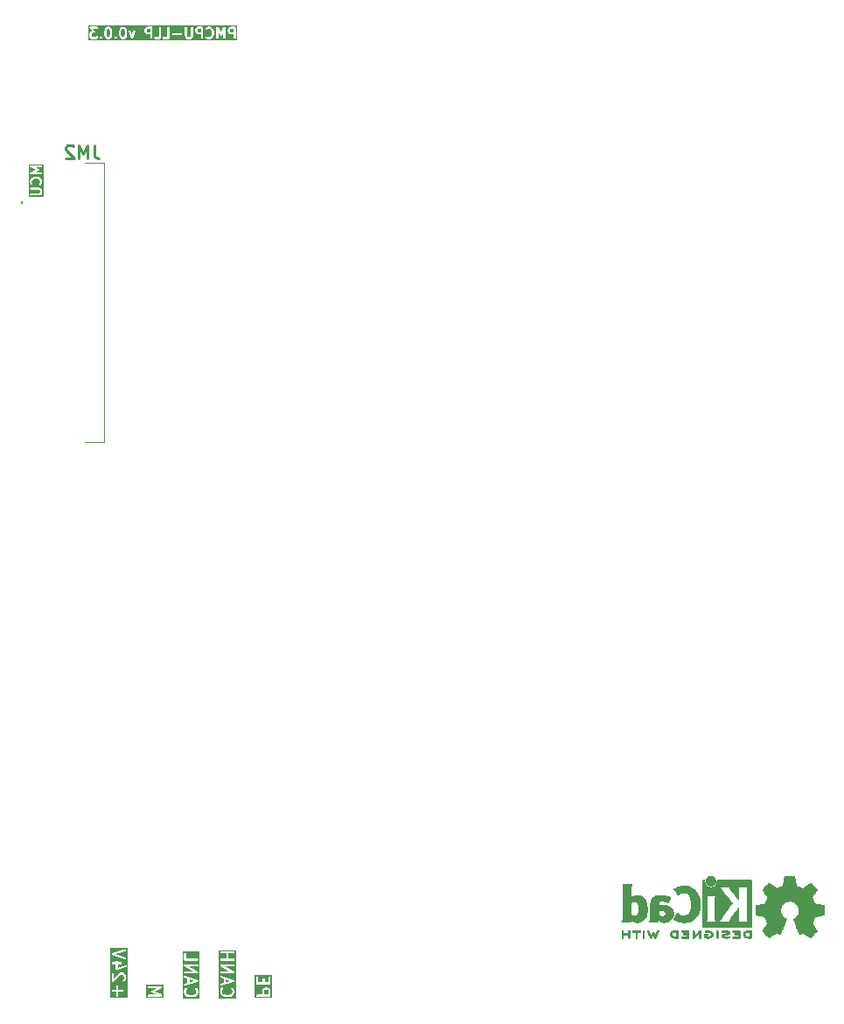
<source format=gbr>
%TF.GenerationSoftware,KiCad,Pcbnew,9.0.5*%
%TF.CreationDate,2025-10-31T11:51:33+03:00*%
%TF.ProjectId,PMCPU-LLP,504d4350-552d-44c4-9c50-2e6b69636164,rev?*%
%TF.SameCoordinates,Original*%
%TF.FileFunction,Legend,Bot*%
%TF.FilePolarity,Positive*%
%FSLAX46Y46*%
G04 Gerber Fmt 4.6, Leading zero omitted, Abs format (unit mm)*
G04 Created by KiCad (PCBNEW 9.0.5) date 2025-10-31 11:51:33*
%MOMM*%
%LPD*%
G01*
G04 APERTURE LIST*
%ADD10C,0.200000*%
%ADD11C,0.254000*%
%ADD12C,0.010000*%
%ADD13C,0.100000*%
G04 APERTURE END LIST*
D10*
G36*
X-29880040Y46417976D02*
G01*
X-29855371Y46393308D01*
X-29819918Y46322401D01*
X-29777947Y46154520D01*
X-29777947Y45941044D01*
X-29819918Y45773163D01*
X-29855371Y45702257D01*
X-29880040Y45677587D01*
X-29939649Y45647781D01*
X-29987673Y45647781D01*
X-30047283Y45677586D01*
X-30071950Y45702254D01*
X-30107405Y45773163D01*
X-30149375Y45941044D01*
X-30149375Y46154519D01*
X-30107405Y46322401D01*
X-30071951Y46393308D01*
X-30047283Y46417977D01*
X-29987673Y46447781D01*
X-29939649Y46447781D01*
X-29880040Y46417976D01*
G37*
G36*
X-28451469Y46417976D02*
G01*
X-28426800Y46393308D01*
X-28391347Y46322401D01*
X-28349376Y46154520D01*
X-28349376Y45941044D01*
X-28391347Y45773163D01*
X-28426800Y45702257D01*
X-28451469Y45677587D01*
X-28511078Y45647781D01*
X-28559102Y45647781D01*
X-28618712Y45677586D01*
X-28643379Y45702254D01*
X-28678834Y45773163D01*
X-28720804Y45941044D01*
X-28720804Y46154519D01*
X-28678834Y46322401D01*
X-28643380Y46393308D01*
X-28618712Y46417977D01*
X-28559102Y46447781D01*
X-28511078Y46447781D01*
X-28451469Y46417976D01*
G37*
G36*
X-25873185Y46123972D02*
G01*
X-26130530Y46123972D01*
X-26190140Y46153777D01*
X-26214808Y46178446D01*
X-26244613Y46238056D01*
X-26244613Y46333698D01*
X-26214808Y46393308D01*
X-26190140Y46417977D01*
X-26130530Y46447781D01*
X-25873185Y46447781D01*
X-25873185Y46123972D01*
G37*
G36*
X-20968423Y46123972D02*
G01*
X-21225768Y46123972D01*
X-21285378Y46153777D01*
X-21310046Y46178446D01*
X-21339851Y46238056D01*
X-21339851Y46333698D01*
X-21310046Y46393308D01*
X-21285378Y46417977D01*
X-21225768Y46447781D01*
X-20968423Y46447781D01*
X-20968423Y46123972D01*
G37*
G36*
X-17825566Y46123972D02*
G01*
X-18082911Y46123972D01*
X-18142521Y46153777D01*
X-18167189Y46178446D01*
X-18196994Y46238056D01*
X-18196994Y46333698D01*
X-18167189Y46393308D01*
X-18142521Y46417977D01*
X-18082911Y46447781D01*
X-17825566Y46447781D01*
X-17825566Y46123972D01*
G37*
G36*
X-17514455Y45336670D02*
G01*
X-31889057Y45336670D01*
X-31889057Y45976353D01*
X-31777946Y45976353D01*
X-31777946Y45738258D01*
X-31776025Y45718749D01*
X-31774650Y45715429D01*
X-31774395Y45711845D01*
X-31767389Y45693537D01*
X-31719770Y45598299D01*
X-31714487Y45589907D01*
X-31713475Y45587463D01*
X-31711219Y45584714D01*
X-31709327Y45581709D01*
X-31707333Y45579980D01*
X-31701038Y45572310D01*
X-31653420Y45524690D01*
X-31645752Y45518397D01*
X-31644020Y45516400D01*
X-31641012Y45514507D01*
X-31638266Y45512253D01*
X-31635826Y45511243D01*
X-31627429Y45505957D01*
X-31532192Y45458338D01*
X-31513883Y45451332D01*
X-31510300Y45451078D01*
X-31506979Y45449702D01*
X-31487470Y45447781D01*
X-31201756Y45447781D01*
X-31182247Y45449702D01*
X-31178927Y45451078D01*
X-31175343Y45451332D01*
X-31157035Y45458338D01*
X-31061797Y45505957D01*
X-31053402Y45511242D01*
X-31050960Y45512253D01*
X-31048213Y45514509D01*
X-31045207Y45516400D01*
X-31043477Y45518395D01*
X-31035807Y45524690D01*
X-30988188Y45572310D01*
X-30975751Y45587463D01*
X-30964383Y45614909D01*
X-30823645Y45614909D01*
X-30823645Y45575891D01*
X-30818055Y45562396D01*
X-30808713Y45539842D01*
X-30808709Y45539838D01*
X-30796277Y45524689D01*
X-30748658Y45477071D01*
X-30733505Y45464634D01*
X-30727092Y45461978D01*
X-30697456Y45449702D01*
X-30658438Y45449702D01*
X-30622390Y45464634D01*
X-30607236Y45477070D01*
X-30559618Y45524689D01*
X-30547181Y45539842D01*
X-30540429Y45556144D01*
X-30532250Y45575890D01*
X-30532249Y45614908D01*
X-30547180Y45650957D01*
X-30559617Y45666110D01*
X-30607236Y45713730D01*
X-30622389Y45726167D01*
X-30642881Y45734655D01*
X-30647017Y45736368D01*
X-30658438Y45741099D01*
X-30697456Y45741099D01*
X-30708014Y45736726D01*
X-30733504Y45726168D01*
X-30733505Y45726167D01*
X-30748659Y45713730D01*
X-30796277Y45666110D01*
X-30808714Y45650957D01*
X-30817673Y45629327D01*
X-30823645Y45614909D01*
X-30964383Y45614909D01*
X-30960820Y45623512D01*
X-30960821Y45662530D01*
X-30975752Y45698578D01*
X-31003343Y45726168D01*
X-31039391Y45741099D01*
X-31078409Y45741098D01*
X-31114457Y45726167D01*
X-31129611Y45713730D01*
X-31165754Y45677587D01*
X-31225363Y45647781D01*
X-31463863Y45647781D01*
X-31523473Y45677586D01*
X-31548140Y45702254D01*
X-31577946Y45761866D01*
X-31577946Y45952746D01*
X-31548141Y46012356D01*
X-31523473Y46037025D01*
X-31463863Y46066829D01*
X-31344613Y46066829D01*
X-31334296Y46067845D01*
X-31331671Y46067670D01*
X-31329864Y46068282D01*
X-31325104Y46068750D01*
X-31310101Y46074965D01*
X-31294709Y46080170D01*
X-31292170Y46082393D01*
X-31289056Y46083682D01*
X-31277579Y46095160D01*
X-31265345Y46105864D01*
X-31263850Y46108889D01*
X-31261466Y46111272D01*
X-31255252Y46126274D01*
X-31248049Y46140839D01*
X-31247825Y46144205D01*
X-31246534Y46147320D01*
X-31246534Y46163569D01*
X-31246317Y46166829D01*
X-30349375Y46166829D01*
X-30349375Y45928734D01*
X-30349040Y45925332D01*
X-30349257Y45923873D01*
X-30348178Y45916576D01*
X-30347454Y45909225D01*
X-30346890Y45907862D01*
X-30346389Y45904480D01*
X-30298770Y45714005D01*
X-30298257Y45712568D01*
X-30298205Y45711845D01*
X-30295097Y45703721D01*
X-30292175Y45695544D01*
X-30291745Y45694964D01*
X-30291199Y45693537D01*
X-30243580Y45598299D01*
X-30238297Y45589907D01*
X-30237285Y45587463D01*
X-30235029Y45584714D01*
X-30233137Y45581709D01*
X-30231143Y45579980D01*
X-30224848Y45572310D01*
X-30177230Y45524690D01*
X-30169562Y45518397D01*
X-30167830Y45516400D01*
X-30164822Y45514507D01*
X-30162076Y45512253D01*
X-30159636Y45511243D01*
X-30151239Y45505957D01*
X-30056002Y45458338D01*
X-30037693Y45451332D01*
X-30034110Y45451078D01*
X-30030789Y45449702D01*
X-30011280Y45447781D01*
X-29916042Y45447781D01*
X-29896533Y45449702D01*
X-29893213Y45451078D01*
X-29889629Y45451332D01*
X-29871321Y45458338D01*
X-29776083Y45505957D01*
X-29767688Y45511242D01*
X-29765246Y45512253D01*
X-29762499Y45514509D01*
X-29759493Y45516400D01*
X-29757763Y45518395D01*
X-29750093Y45524690D01*
X-29702474Y45572310D01*
X-29696182Y45579977D01*
X-29694185Y45581708D01*
X-29692292Y45584716D01*
X-29690037Y45587463D01*
X-29689026Y45589905D01*
X-29683742Y45598299D01*
X-29675437Y45614909D01*
X-29395074Y45614909D01*
X-29395074Y45575891D01*
X-29389484Y45562396D01*
X-29380142Y45539842D01*
X-29380138Y45539838D01*
X-29367706Y45524689D01*
X-29320087Y45477071D01*
X-29304934Y45464634D01*
X-29298521Y45461978D01*
X-29268885Y45449702D01*
X-29229867Y45449702D01*
X-29193819Y45464634D01*
X-29178665Y45477070D01*
X-29131047Y45524689D01*
X-29118610Y45539842D01*
X-29111858Y45556144D01*
X-29103679Y45575890D01*
X-29103678Y45614908D01*
X-29118609Y45650957D01*
X-29131046Y45666110D01*
X-29178665Y45713730D01*
X-29193818Y45726167D01*
X-29214310Y45734655D01*
X-29218446Y45736368D01*
X-29229867Y45741099D01*
X-29268885Y45741099D01*
X-29279443Y45736726D01*
X-29304933Y45726168D01*
X-29304934Y45726167D01*
X-29320088Y45713730D01*
X-29367706Y45666110D01*
X-29380143Y45650957D01*
X-29389102Y45629327D01*
X-29395074Y45614909D01*
X-29675437Y45614909D01*
X-29636123Y45693536D01*
X-29635577Y45694965D01*
X-29635147Y45695544D01*
X-29632226Y45703721D01*
X-29629117Y45711845D01*
X-29629066Y45712566D01*
X-29628552Y45714004D01*
X-29580933Y45904480D01*
X-29580433Y45907862D01*
X-29579868Y45909225D01*
X-29579145Y45916576D01*
X-29578065Y45923873D01*
X-29578283Y45925332D01*
X-29577947Y45928734D01*
X-29577947Y46166829D01*
X-28920804Y46166829D01*
X-28920804Y45928734D01*
X-28920469Y45925332D01*
X-28920686Y45923873D01*
X-28919607Y45916576D01*
X-28918883Y45909225D01*
X-28918319Y45907862D01*
X-28917818Y45904480D01*
X-28870199Y45714005D01*
X-28869686Y45712568D01*
X-28869634Y45711845D01*
X-28866526Y45703721D01*
X-28863604Y45695544D01*
X-28863174Y45694964D01*
X-28862628Y45693537D01*
X-28815009Y45598299D01*
X-28809726Y45589907D01*
X-28808714Y45587463D01*
X-28806458Y45584714D01*
X-28804566Y45581709D01*
X-28802572Y45579980D01*
X-28796277Y45572310D01*
X-28748659Y45524690D01*
X-28740991Y45518397D01*
X-28739259Y45516400D01*
X-28736251Y45514507D01*
X-28733505Y45512253D01*
X-28731065Y45511243D01*
X-28722668Y45505957D01*
X-28627431Y45458338D01*
X-28609122Y45451332D01*
X-28605539Y45451078D01*
X-28602218Y45449702D01*
X-28582709Y45447781D01*
X-28487471Y45447781D01*
X-28467962Y45449702D01*
X-28464642Y45451078D01*
X-28461058Y45451332D01*
X-28442750Y45458338D01*
X-28347512Y45505957D01*
X-28339117Y45511242D01*
X-28336675Y45512253D01*
X-28333928Y45514509D01*
X-28330922Y45516400D01*
X-28329192Y45518395D01*
X-28321522Y45524690D01*
X-28273903Y45572310D01*
X-28267611Y45579977D01*
X-28265614Y45581708D01*
X-28263721Y45584716D01*
X-28261466Y45587463D01*
X-28260455Y45589905D01*
X-28255171Y45598299D01*
X-28207552Y45693536D01*
X-28207006Y45694965D01*
X-28206576Y45695544D01*
X-28203655Y45703721D01*
X-28200546Y45711845D01*
X-28200495Y45712566D01*
X-28199981Y45714004D01*
X-28152362Y45904480D01*
X-28151862Y45907862D01*
X-28151297Y45909225D01*
X-28150574Y45916576D01*
X-28149494Y45923873D01*
X-28149712Y45925332D01*
X-28149376Y45928734D01*
X-28149376Y46166829D01*
X-28149712Y46170232D01*
X-28149494Y46171690D01*
X-28150574Y46178988D01*
X-28151297Y46186338D01*
X-28151862Y46187702D01*
X-28152362Y46191083D01*
X-28154550Y46199833D01*
X-28014969Y46199833D01*
X-28010216Y46180814D01*
X-27772121Y45514148D01*
X-27763751Y45496421D01*
X-27760381Y45492699D01*
X-27758233Y45488164D01*
X-27747382Y45478341D01*
X-27737564Y45467496D01*
X-27733032Y45465349D01*
X-27729307Y45461977D01*
X-27715517Y45457053D01*
X-27702302Y45450792D01*
X-27697292Y45450543D01*
X-27692562Y45448854D01*
X-27677941Y45449582D01*
X-27663332Y45448855D01*
X-27658607Y45450543D01*
X-27653592Y45450792D01*
X-27640366Y45457058D01*
X-27626587Y45461978D01*
X-27622867Y45465347D01*
X-27618330Y45467495D01*
X-27608508Y45478346D01*
X-27597661Y45488164D01*
X-27595514Y45492699D01*
X-27592143Y45496421D01*
X-27583773Y45514147D01*
X-27345678Y46180814D01*
X-27340925Y46199833D01*
X-27342863Y46238803D01*
X-27359566Y46274065D01*
X-27388492Y46300251D01*
X-27425237Y46313374D01*
X-27464207Y46311437D01*
X-27499469Y46294733D01*
X-27525656Y46265808D01*
X-27534026Y46248081D01*
X-27677947Y45845103D01*
X-27821868Y46248082D01*
X-27830238Y46265808D01*
X-27856425Y46294734D01*
X-27891687Y46311437D01*
X-27930657Y46313375D01*
X-27967402Y46300252D01*
X-27996328Y46274065D01*
X-28013031Y46238803D01*
X-28014969Y46199833D01*
X-28154550Y46199833D01*
X-28193918Y46357305D01*
X-26444613Y46357305D01*
X-26444613Y46214448D01*
X-26442692Y46194939D01*
X-26441317Y46191619D01*
X-26441062Y46188035D01*
X-26434056Y46169727D01*
X-26386437Y46074489D01*
X-26381152Y46066093D01*
X-26380141Y46063653D01*
X-26377888Y46060907D01*
X-26375994Y46057899D01*
X-26374000Y46056170D01*
X-26367705Y46048499D01*
X-26320086Y46000881D01*
X-26312420Y45994589D01*
X-26310687Y45992591D01*
X-26307679Y45990698D01*
X-26304933Y45988444D01*
X-26302493Y45987434D01*
X-26294096Y45982148D01*
X-26198859Y45934529D01*
X-26180550Y45927523D01*
X-26176967Y45927269D01*
X-26173646Y45925893D01*
X-26154137Y45923972D01*
X-25873185Y45923972D01*
X-25873185Y45547781D01*
X-25871264Y45528272D01*
X-25856332Y45492224D01*
X-25828742Y45464634D01*
X-25792694Y45449702D01*
X-25753676Y45449702D01*
X-25717628Y45464634D01*
X-25690038Y45492224D01*
X-25675106Y45528272D01*
X-25673185Y45547781D01*
X-25673185Y45567290D01*
X-25537930Y45567290D01*
X-25537930Y45528272D01*
X-25522998Y45492224D01*
X-25495408Y45464634D01*
X-25459360Y45449702D01*
X-25439851Y45447781D01*
X-24963661Y45447781D01*
X-24944152Y45449702D01*
X-24908104Y45464634D01*
X-24880514Y45492224D01*
X-24865582Y45528272D01*
X-24863661Y45547781D01*
X-24863661Y45567290D01*
X-24728406Y45567290D01*
X-24728406Y45528272D01*
X-24713474Y45492224D01*
X-24685884Y45464634D01*
X-24649836Y45449702D01*
X-24630327Y45447781D01*
X-24154137Y45447781D01*
X-24134628Y45449702D01*
X-24098580Y45464634D01*
X-24070990Y45492224D01*
X-24056058Y45528272D01*
X-24054137Y45547781D01*
X-24054137Y45948243D01*
X-23776025Y45948243D01*
X-23776025Y45909225D01*
X-23761093Y45873177D01*
X-23733503Y45845587D01*
X-23697455Y45830655D01*
X-23677946Y45828734D01*
X-22916042Y45828734D01*
X-22896533Y45830655D01*
X-22860485Y45845587D01*
X-22832895Y45873177D01*
X-22817963Y45909225D01*
X-22817963Y45948243D01*
X-22832895Y45984291D01*
X-22860485Y46011881D01*
X-22896533Y46026813D01*
X-22916042Y46028734D01*
X-23677946Y46028734D01*
X-23697455Y46026813D01*
X-23733503Y46011881D01*
X-23761093Y45984291D01*
X-23776025Y45948243D01*
X-24054137Y45948243D01*
X-24054137Y46547781D01*
X-22539851Y46547781D01*
X-22539851Y45738258D01*
X-22537930Y45718749D01*
X-22536555Y45715429D01*
X-22536300Y45711845D01*
X-22529294Y45693537D01*
X-22481675Y45598299D01*
X-22476392Y45589907D01*
X-22475380Y45587463D01*
X-22473124Y45584714D01*
X-22471232Y45581709D01*
X-22469238Y45579980D01*
X-22462943Y45572310D01*
X-22415325Y45524690D01*
X-22407657Y45518397D01*
X-22405925Y45516400D01*
X-22402917Y45514507D01*
X-22400171Y45512253D01*
X-22397731Y45511243D01*
X-22389334Y45505957D01*
X-22294097Y45458338D01*
X-22275788Y45451332D01*
X-22272205Y45451078D01*
X-22268884Y45449702D01*
X-22249375Y45447781D01*
X-22058899Y45447781D01*
X-22039390Y45449702D01*
X-22036070Y45451078D01*
X-22032486Y45451332D01*
X-22014178Y45458338D01*
X-21918940Y45505957D01*
X-21910545Y45511242D01*
X-21908103Y45512253D01*
X-21905356Y45514509D01*
X-21902350Y45516400D01*
X-21900620Y45518395D01*
X-21892950Y45524690D01*
X-21845331Y45572310D01*
X-21839039Y45579977D01*
X-21837042Y45581708D01*
X-21835149Y45584716D01*
X-21832894Y45587463D01*
X-21831883Y45589905D01*
X-21826599Y45598299D01*
X-21778980Y45693536D01*
X-21771974Y45711845D01*
X-21771720Y45715429D01*
X-21770344Y45718749D01*
X-21768423Y45738258D01*
X-21768423Y46357305D01*
X-21539851Y46357305D01*
X-21539851Y46214448D01*
X-21537930Y46194939D01*
X-21536555Y46191619D01*
X-21536300Y46188035D01*
X-21529294Y46169727D01*
X-21481675Y46074489D01*
X-21476390Y46066093D01*
X-21475379Y46063653D01*
X-21473126Y46060907D01*
X-21471232Y46057899D01*
X-21469238Y46056170D01*
X-21462943Y46048499D01*
X-21415324Y46000881D01*
X-21407658Y45994589D01*
X-21405925Y45992591D01*
X-21402917Y45990698D01*
X-21400171Y45988444D01*
X-21397731Y45987434D01*
X-21389334Y45982148D01*
X-21294097Y45934529D01*
X-21275788Y45927523D01*
X-21272205Y45927269D01*
X-21268884Y45925893D01*
X-21249375Y45923972D01*
X-20968423Y45923972D01*
X-20968423Y45547781D01*
X-20966502Y45528272D01*
X-20951570Y45492224D01*
X-20923980Y45464634D01*
X-20887932Y45449702D01*
X-20848914Y45449702D01*
X-20812866Y45464634D01*
X-20785276Y45492224D01*
X-20770344Y45528272D01*
X-20768423Y45547781D01*
X-20768423Y46472052D01*
X-20537930Y46472052D01*
X-20537930Y46433034D01*
X-20522998Y46396986D01*
X-20495408Y46369396D01*
X-20459360Y46354464D01*
X-20420342Y46354464D01*
X-20384294Y46369396D01*
X-20369140Y46381832D01*
X-20338214Y46412760D01*
X-20233149Y46447781D01*
X-20170364Y46447781D01*
X-20065300Y46412760D01*
X-19998227Y46345687D01*
X-19962775Y46274782D01*
X-19920804Y46106901D01*
X-19920804Y45988663D01*
X-19962775Y45820782D01*
X-19998228Y45749876D01*
X-20065299Y45682803D01*
X-20170364Y45647781D01*
X-20233149Y45647781D01*
X-20338214Y45682803D01*
X-20369140Y45713730D01*
X-20384293Y45726167D01*
X-20420341Y45741098D01*
X-20459359Y45741099D01*
X-20495408Y45726168D01*
X-20522998Y45698578D01*
X-20537929Y45662530D01*
X-20537930Y45623512D01*
X-20522999Y45587463D01*
X-20510562Y45572310D01*
X-20462944Y45524690D01*
X-20447790Y45512253D01*
X-20444471Y45510878D01*
X-20441755Y45508523D01*
X-20423855Y45500532D01*
X-20280998Y45452913D01*
X-20271326Y45450714D01*
X-20268884Y45449702D01*
X-20265347Y45449354D01*
X-20261883Y45448566D01*
X-20259249Y45448754D01*
X-20249375Y45447781D01*
X-20154137Y45447781D01*
X-20144264Y45448754D01*
X-20141630Y45448566D01*
X-20138167Y45449354D01*
X-20134628Y45449702D01*
X-20132186Y45450714D01*
X-20122514Y45452913D01*
X-19979658Y45500532D01*
X-19961757Y45508523D01*
X-19959042Y45510878D01*
X-19955722Y45512253D01*
X-19940569Y45524690D01*
X-19845331Y45619929D01*
X-19839039Y45627596D01*
X-19837042Y45629327D01*
X-19835149Y45632335D01*
X-19832894Y45635082D01*
X-19831883Y45637524D01*
X-19826599Y45645918D01*
X-19778980Y45741155D01*
X-19778434Y45742584D01*
X-19778004Y45743163D01*
X-19775083Y45751340D01*
X-19771974Y45759464D01*
X-19771923Y45760185D01*
X-19771409Y45761623D01*
X-19723790Y45952099D01*
X-19723290Y45955481D01*
X-19722725Y45956844D01*
X-19722002Y45964195D01*
X-19720922Y45971492D01*
X-19721140Y45972951D01*
X-19720804Y45976353D01*
X-19720804Y46119210D01*
X-19721140Y46122613D01*
X-19720922Y46124071D01*
X-19722002Y46131369D01*
X-19722725Y46138719D01*
X-19723290Y46140083D01*
X-19723790Y46143464D01*
X-19771409Y46333940D01*
X-19771923Y46335379D01*
X-19771974Y46336099D01*
X-19775083Y46344224D01*
X-19778004Y46352400D01*
X-19778434Y46352980D01*
X-19778980Y46354408D01*
X-19826599Y46449645D01*
X-19831886Y46458044D01*
X-19832895Y46460481D01*
X-19835147Y46463225D01*
X-19837042Y46466236D01*
X-19839040Y46467969D01*
X-19845331Y46475635D01*
X-19917477Y46547781D01*
X-19492232Y46547781D01*
X-19492232Y45547781D01*
X-19490311Y45528272D01*
X-19475379Y45492224D01*
X-19447789Y45464634D01*
X-19411741Y45449702D01*
X-19372723Y45449702D01*
X-19336675Y45464634D01*
X-19309085Y45492224D01*
X-19294153Y45528272D01*
X-19292232Y45547781D01*
X-19292232Y46097025D01*
X-19149517Y45791207D01*
X-19145285Y45784062D01*
X-19144405Y45781644D01*
X-19142840Y45779935D01*
X-19139526Y45774341D01*
X-19128316Y45764075D01*
X-19118054Y45752869D01*
X-19114029Y45750991D01*
X-19110751Y45747989D01*
X-19096469Y45742796D01*
X-19082696Y45736368D01*
X-19078257Y45736173D01*
X-19074082Y45734655D01*
X-19058899Y45735323D01*
X-19043716Y45734655D01*
X-19039543Y45736173D01*
X-19035101Y45736368D01*
X-19021317Y45742801D01*
X-19007047Y45747990D01*
X-19003774Y45750988D01*
X-18999744Y45752868D01*
X-18989475Y45764083D01*
X-18978272Y45774341D01*
X-18974961Y45779932D01*
X-18973392Y45781644D01*
X-18972512Y45784066D01*
X-18968281Y45791207D01*
X-18825566Y46097026D01*
X-18825566Y45547781D01*
X-18823645Y45528272D01*
X-18808713Y45492224D01*
X-18781123Y45464634D01*
X-18745075Y45449702D01*
X-18706057Y45449702D01*
X-18670009Y45464634D01*
X-18642419Y45492224D01*
X-18627487Y45528272D01*
X-18625566Y45547781D01*
X-18625566Y46357305D01*
X-18396994Y46357305D01*
X-18396994Y46214448D01*
X-18395073Y46194939D01*
X-18393698Y46191619D01*
X-18393443Y46188035D01*
X-18386437Y46169727D01*
X-18338818Y46074489D01*
X-18333533Y46066093D01*
X-18332522Y46063653D01*
X-18330269Y46060907D01*
X-18328375Y46057899D01*
X-18326381Y46056170D01*
X-18320086Y46048499D01*
X-18272467Y46000881D01*
X-18264801Y45994589D01*
X-18263068Y45992591D01*
X-18260060Y45990698D01*
X-18257314Y45988444D01*
X-18254874Y45987434D01*
X-18246477Y45982148D01*
X-18151240Y45934529D01*
X-18132931Y45927523D01*
X-18129348Y45927269D01*
X-18126027Y45925893D01*
X-18106518Y45923972D01*
X-17825566Y45923972D01*
X-17825566Y45547781D01*
X-17823645Y45528272D01*
X-17808713Y45492224D01*
X-17781123Y45464634D01*
X-17745075Y45449702D01*
X-17706057Y45449702D01*
X-17670009Y45464634D01*
X-17642419Y45492224D01*
X-17627487Y45528272D01*
X-17625566Y45547781D01*
X-17625566Y46547781D01*
X-17627487Y46567290D01*
X-17642419Y46603338D01*
X-17670009Y46630928D01*
X-17706057Y46645860D01*
X-17725566Y46647781D01*
X-18106518Y46647781D01*
X-18126027Y46645860D01*
X-18129348Y46644485D01*
X-18132931Y46644230D01*
X-18151240Y46637224D01*
X-18246477Y46589605D01*
X-18254874Y46584320D01*
X-18257314Y46583309D01*
X-18260060Y46581056D01*
X-18263068Y46579162D01*
X-18264801Y46577165D01*
X-18272467Y46570872D01*
X-18320086Y46523254D01*
X-18326381Y46515584D01*
X-18328375Y46513854D01*
X-18330269Y46510847D01*
X-18332522Y46508100D01*
X-18333533Y46505661D01*
X-18338818Y46497264D01*
X-18386437Y46402026D01*
X-18393443Y46383718D01*
X-18393698Y46380135D01*
X-18395073Y46376814D01*
X-18396994Y46357305D01*
X-18625566Y46357305D01*
X-18625566Y46547781D01*
X-18626829Y46560605D01*
X-18626725Y46562964D01*
X-18627186Y46564232D01*
X-18627487Y46567290D01*
X-18634128Y46583321D01*
X-18640059Y46599633D01*
X-18641566Y46601279D01*
X-18642419Y46603338D01*
X-18654681Y46615600D01*
X-18666411Y46628409D01*
X-18668435Y46629354D01*
X-18670009Y46630928D01*
X-18686025Y46637563D01*
X-18701768Y46644909D01*
X-18703998Y46645007D01*
X-18706057Y46645860D01*
X-18723409Y46645860D01*
X-18740749Y46646622D01*
X-18742845Y46645860D01*
X-18745075Y46645860D01*
X-18761106Y46639220D01*
X-18777418Y46633288D01*
X-18779064Y46631782D01*
X-18781123Y46630928D01*
X-18793391Y46618661D01*
X-18806193Y46606936D01*
X-18807760Y46604292D01*
X-18808713Y46603338D01*
X-18809617Y46601157D01*
X-18816184Y46590070D01*
X-19058900Y46069967D01*
X-19301614Y46590070D01*
X-19308182Y46601157D01*
X-19309085Y46603338D01*
X-19310039Y46604292D01*
X-19311605Y46606936D01*
X-19324402Y46618655D01*
X-19336675Y46630928D01*
X-19338737Y46631782D01*
X-19340380Y46633287D01*
X-19356682Y46639216D01*
X-19372723Y46645860D01*
X-19374954Y46645860D01*
X-19377049Y46646622D01*
X-19394389Y46645860D01*
X-19411741Y46645860D01*
X-19413801Y46645007D01*
X-19416029Y46644909D01*
X-19431760Y46637568D01*
X-19447789Y46630928D01*
X-19449366Y46629352D01*
X-19451387Y46628408D01*
X-19463106Y46615612D01*
X-19475379Y46603338D01*
X-19476233Y46601277D01*
X-19477738Y46599633D01*
X-19483667Y46583332D01*
X-19490311Y46567290D01*
X-19490613Y46564232D01*
X-19491073Y46562964D01*
X-19490970Y46560605D01*
X-19492232Y46547781D01*
X-19917477Y46547781D01*
X-19940569Y46570873D01*
X-19955723Y46583309D01*
X-19959042Y46584684D01*
X-19961757Y46587039D01*
X-19979658Y46595030D01*
X-20122514Y46642649D01*
X-20132186Y46644849D01*
X-20134628Y46645860D01*
X-20138167Y46646209D01*
X-20141630Y46646996D01*
X-20144264Y46646809D01*
X-20154137Y46647781D01*
X-20249375Y46647781D01*
X-20259249Y46646809D01*
X-20261883Y46646996D01*
X-20265347Y46646209D01*
X-20268884Y46645860D01*
X-20271326Y46644849D01*
X-20280998Y46642649D01*
X-20423855Y46595030D01*
X-20441755Y46587039D01*
X-20444471Y46584684D01*
X-20447790Y46583309D01*
X-20462943Y46570872D01*
X-20510562Y46523254D01*
X-20522998Y46508100D01*
X-20537930Y46472052D01*
X-20768423Y46472052D01*
X-20768423Y46547781D01*
X-20770344Y46567290D01*
X-20785276Y46603338D01*
X-20812866Y46630928D01*
X-20848914Y46645860D01*
X-20868423Y46647781D01*
X-21249375Y46647781D01*
X-21268884Y46645860D01*
X-21272205Y46644485D01*
X-21275788Y46644230D01*
X-21294097Y46637224D01*
X-21389334Y46589605D01*
X-21397731Y46584320D01*
X-21400171Y46583309D01*
X-21402917Y46581056D01*
X-21405925Y46579162D01*
X-21407658Y46577165D01*
X-21415324Y46570872D01*
X-21462943Y46523254D01*
X-21469238Y46515584D01*
X-21471232Y46513854D01*
X-21473126Y46510847D01*
X-21475379Y46508100D01*
X-21476390Y46505661D01*
X-21481675Y46497264D01*
X-21529294Y46402026D01*
X-21536300Y46383718D01*
X-21536555Y46380135D01*
X-21537930Y46376814D01*
X-21539851Y46357305D01*
X-21768423Y46357305D01*
X-21768423Y46547781D01*
X-21770344Y46567290D01*
X-21785276Y46603338D01*
X-21812866Y46630928D01*
X-21848914Y46645860D01*
X-21887932Y46645860D01*
X-21923980Y46630928D01*
X-21951570Y46603338D01*
X-21966502Y46567290D01*
X-21968423Y46547781D01*
X-21968423Y45761865D01*
X-21998228Y45702257D01*
X-22022897Y45677587D01*
X-22082506Y45647781D01*
X-22225768Y45647781D01*
X-22285378Y45677586D01*
X-22310045Y45702254D01*
X-22339851Y45761866D01*
X-22339851Y46547781D01*
X-22341772Y46567290D01*
X-22356704Y46603338D01*
X-22384294Y46630928D01*
X-22420342Y46645860D01*
X-22459360Y46645860D01*
X-22495408Y46630928D01*
X-22522998Y46603338D01*
X-22537930Y46567290D01*
X-22539851Y46547781D01*
X-24054137Y46547781D01*
X-24056058Y46567290D01*
X-24070990Y46603338D01*
X-24098580Y46630928D01*
X-24134628Y46645860D01*
X-24173646Y46645860D01*
X-24209694Y46630928D01*
X-24237284Y46603338D01*
X-24252216Y46567290D01*
X-24254137Y46547781D01*
X-24254137Y45647781D01*
X-24630327Y45647781D01*
X-24649836Y45645860D01*
X-24685884Y45630928D01*
X-24713474Y45603338D01*
X-24728406Y45567290D01*
X-24863661Y45567290D01*
X-24863661Y46547781D01*
X-24865582Y46567290D01*
X-24880514Y46603338D01*
X-24908104Y46630928D01*
X-24944152Y46645860D01*
X-24983170Y46645860D01*
X-25019218Y46630928D01*
X-25046808Y46603338D01*
X-25061740Y46567290D01*
X-25063661Y46547781D01*
X-25063661Y45647781D01*
X-25439851Y45647781D01*
X-25459360Y45645860D01*
X-25495408Y45630928D01*
X-25522998Y45603338D01*
X-25537930Y45567290D01*
X-25673185Y45567290D01*
X-25673185Y46547781D01*
X-25675106Y46567290D01*
X-25690038Y46603338D01*
X-25717628Y46630928D01*
X-25753676Y46645860D01*
X-25773185Y46647781D01*
X-26154137Y46647781D01*
X-26173646Y46645860D01*
X-26176967Y46644485D01*
X-26180550Y46644230D01*
X-26198859Y46637224D01*
X-26294096Y46589605D01*
X-26302493Y46584320D01*
X-26304933Y46583309D01*
X-26307679Y46581056D01*
X-26310687Y46579162D01*
X-26312420Y46577165D01*
X-26320086Y46570872D01*
X-26367705Y46523254D01*
X-26374000Y46515584D01*
X-26375994Y46513854D01*
X-26377888Y46510847D01*
X-26380141Y46508100D01*
X-26381152Y46505661D01*
X-26386437Y46497264D01*
X-26434056Y46402026D01*
X-26441062Y46383718D01*
X-26441317Y46380135D01*
X-26442692Y46376814D01*
X-26444613Y46357305D01*
X-28193918Y46357305D01*
X-28199981Y46381559D01*
X-28200495Y46382998D01*
X-28200546Y46383718D01*
X-28203655Y46391843D01*
X-28206576Y46400019D01*
X-28207006Y46400599D01*
X-28207552Y46402027D01*
X-28255171Y46497264D01*
X-28260457Y46505661D01*
X-28261467Y46508101D01*
X-28263721Y46510847D01*
X-28265614Y46513855D01*
X-28267612Y46515588D01*
X-28273904Y46523254D01*
X-28321522Y46570873D01*
X-28329193Y46577168D01*
X-28330922Y46579162D01*
X-28333930Y46581056D01*
X-28336676Y46583309D01*
X-28339116Y46584320D01*
X-28347512Y46589605D01*
X-28442750Y46637224D01*
X-28461058Y46644230D01*
X-28464642Y46644485D01*
X-28467962Y46645860D01*
X-28487471Y46647781D01*
X-28582709Y46647781D01*
X-28602218Y46645860D01*
X-28605539Y46644485D01*
X-28609122Y46644230D01*
X-28627431Y46637224D01*
X-28722668Y46589605D01*
X-28731065Y46584320D01*
X-28733505Y46583309D01*
X-28736251Y46581056D01*
X-28739259Y46579162D01*
X-28740992Y46577165D01*
X-28748658Y46570872D01*
X-28796277Y46523254D01*
X-28802572Y46515584D01*
X-28804566Y46513854D01*
X-28806460Y46510847D01*
X-28808713Y46508100D01*
X-28809724Y46505661D01*
X-28815009Y46497264D01*
X-28862628Y46402026D01*
X-28863174Y46400600D01*
X-28863604Y46400019D01*
X-28866526Y46391843D01*
X-28869634Y46383718D01*
X-28869686Y46382996D01*
X-28870199Y46381558D01*
X-28917818Y46191083D01*
X-28918319Y46187702D01*
X-28918883Y46186338D01*
X-28919607Y46178988D01*
X-28920686Y46171690D01*
X-28920469Y46170232D01*
X-28920804Y46166829D01*
X-29577947Y46166829D01*
X-29578283Y46170232D01*
X-29578065Y46171690D01*
X-29579145Y46178988D01*
X-29579868Y46186338D01*
X-29580433Y46187702D01*
X-29580933Y46191083D01*
X-29628552Y46381559D01*
X-29629066Y46382998D01*
X-29629117Y46383718D01*
X-29632226Y46391843D01*
X-29635147Y46400019D01*
X-29635577Y46400599D01*
X-29636123Y46402027D01*
X-29683742Y46497264D01*
X-29689028Y46505661D01*
X-29690038Y46508101D01*
X-29692292Y46510847D01*
X-29694185Y46513855D01*
X-29696183Y46515588D01*
X-29702475Y46523254D01*
X-29750093Y46570873D01*
X-29757764Y46577168D01*
X-29759493Y46579162D01*
X-29762501Y46581056D01*
X-29765247Y46583309D01*
X-29767687Y46584320D01*
X-29776083Y46589605D01*
X-29871321Y46637224D01*
X-29889629Y46644230D01*
X-29893213Y46644485D01*
X-29896533Y46645860D01*
X-29916042Y46647781D01*
X-30011280Y46647781D01*
X-30030789Y46645860D01*
X-30034110Y46644485D01*
X-30037693Y46644230D01*
X-30056002Y46637224D01*
X-30151239Y46589605D01*
X-30159636Y46584320D01*
X-30162076Y46583309D01*
X-30164822Y46581056D01*
X-30167830Y46579162D01*
X-30169563Y46577165D01*
X-30177229Y46570872D01*
X-30224848Y46523254D01*
X-30231143Y46515584D01*
X-30233137Y46513854D01*
X-30235031Y46510847D01*
X-30237284Y46508100D01*
X-30238295Y46505661D01*
X-30243580Y46497264D01*
X-30291199Y46402026D01*
X-30291745Y46400600D01*
X-30292175Y46400019D01*
X-30295097Y46391843D01*
X-30298205Y46383718D01*
X-30298257Y46382996D01*
X-30298770Y46381558D01*
X-30346389Y46191083D01*
X-30346890Y46187702D01*
X-30347454Y46186338D01*
X-30348178Y46178988D01*
X-30349257Y46171690D01*
X-30349040Y46170232D01*
X-30349375Y46166829D01*
X-31246317Y46166829D01*
X-31245454Y46179771D01*
X-31246534Y46182965D01*
X-31246534Y46186338D01*
X-31252750Y46201344D01*
X-31257954Y46216732D01*
X-31260736Y46220623D01*
X-31261466Y46222386D01*
X-31263326Y46224246D01*
X-31269355Y46232679D01*
X-31457569Y46447781D01*
X-31058899Y46447781D01*
X-31039390Y46449702D01*
X-31003342Y46464634D01*
X-30975752Y46492224D01*
X-30960820Y46528272D01*
X-30960820Y46567290D01*
X-30975752Y46603338D01*
X-31003342Y46630928D01*
X-31039390Y46645860D01*
X-31058899Y46647781D01*
X-31677946Y46647781D01*
X-31688264Y46646766D01*
X-31690888Y46646940D01*
X-31692696Y46646329D01*
X-31697455Y46645860D01*
X-31712461Y46639645D01*
X-31727849Y46634440D01*
X-31730389Y46632219D01*
X-31733503Y46630928D01*
X-31744988Y46619444D01*
X-31757213Y46608746D01*
X-31758709Y46605723D01*
X-31761093Y46603338D01*
X-31767310Y46588332D01*
X-31774510Y46573771D01*
X-31774735Y46570406D01*
X-31776025Y46567290D01*
X-31776025Y46551042D01*
X-31777105Y46534839D01*
X-31776025Y46531646D01*
X-31776025Y46528272D01*
X-31769810Y46513267D01*
X-31764605Y46497878D01*
X-31761824Y46493988D01*
X-31761093Y46492224D01*
X-31759234Y46490365D01*
X-31753204Y46481931D01*
X-31548583Y46248077D01*
X-31627429Y46208653D01*
X-31635826Y46203368D01*
X-31638266Y46202357D01*
X-31641012Y46200104D01*
X-31644020Y46198210D01*
X-31645753Y46196213D01*
X-31653419Y46189920D01*
X-31701038Y46142302D01*
X-31707333Y46134632D01*
X-31709327Y46132902D01*
X-31711221Y46129895D01*
X-31713474Y46127148D01*
X-31714485Y46124709D01*
X-31719770Y46116312D01*
X-31767389Y46021074D01*
X-31774395Y46002766D01*
X-31774650Y45999183D01*
X-31776025Y45995862D01*
X-31777946Y45976353D01*
X-31889057Y45976353D01*
X-31889057Y46758892D01*
X-17514455Y46758892D01*
X-17514455Y45336670D01*
G37*
G36*
X-21660970Y-45654136D02*
G01*
X-22101886Y-45801108D01*
X-22101886Y-45507164D01*
X-21660970Y-45654136D01*
G37*
G36*
X-21111410Y-47373183D02*
G01*
X-22778076Y-47373183D01*
X-22778076Y-46625564D01*
X-22644743Y-46625564D01*
X-22644743Y-46739850D01*
X-22643771Y-46749723D01*
X-22643958Y-46752357D01*
X-22643171Y-46755820D01*
X-22642822Y-46759359D01*
X-22641811Y-46761801D01*
X-22639611Y-46771473D01*
X-22582468Y-46942902D01*
X-22574477Y-46960802D01*
X-22572122Y-46963517D01*
X-22570747Y-46966836D01*
X-22558311Y-46981990D01*
X-22444026Y-47096274D01*
X-22436360Y-47102566D01*
X-22434627Y-47104564D01*
X-22431619Y-47106457D01*
X-22428873Y-47108711D01*
X-22426433Y-47109721D01*
X-22418036Y-47115007D01*
X-22303750Y-47172150D01*
X-22302324Y-47172695D01*
X-22301743Y-47173126D01*
X-22293561Y-47176049D01*
X-22285442Y-47179156D01*
X-22284722Y-47179207D01*
X-22283283Y-47179721D01*
X-22054711Y-47236864D01*
X-22051332Y-47237363D01*
X-22049967Y-47237929D01*
X-22042616Y-47238652D01*
X-22035319Y-47239732D01*
X-22033861Y-47239514D01*
X-22030458Y-47239850D01*
X-21859029Y-47239850D01*
X-21855627Y-47239514D01*
X-21854168Y-47239732D01*
X-21846871Y-47238652D01*
X-21839520Y-47237929D01*
X-21838157Y-47237364D01*
X-21834775Y-47236864D01*
X-21606204Y-47179721D01*
X-21604766Y-47179207D01*
X-21604045Y-47179156D01*
X-21595935Y-47176052D01*
X-21587743Y-47173126D01*
X-21587162Y-47172695D01*
X-21585737Y-47172150D01*
X-21471450Y-47115007D01*
X-21463056Y-47109722D01*
X-21460615Y-47108712D01*
X-21457869Y-47106457D01*
X-21454860Y-47104564D01*
X-21453129Y-47102567D01*
X-21445462Y-47096275D01*
X-21331176Y-46981990D01*
X-21318739Y-46966837D01*
X-21317364Y-46963517D01*
X-21315009Y-46960802D01*
X-21307018Y-46942902D01*
X-21249875Y-46771473D01*
X-21247676Y-46761801D01*
X-21246664Y-46759359D01*
X-21246316Y-46755820D01*
X-21245528Y-46752357D01*
X-21245716Y-46749723D01*
X-21244743Y-46739850D01*
X-21244743Y-46625564D01*
X-21245716Y-46615690D01*
X-21245528Y-46613056D01*
X-21246316Y-46609592D01*
X-21246664Y-46606055D01*
X-21247676Y-46603613D01*
X-21249875Y-46593941D01*
X-21307018Y-46422513D01*
X-21315009Y-46404613D01*
X-21317364Y-46401897D01*
X-21318739Y-46398578D01*
X-21331176Y-46383425D01*
X-21388318Y-46326282D01*
X-21403472Y-46313846D01*
X-21439520Y-46298914D01*
X-21478538Y-46298914D01*
X-21514586Y-46313846D01*
X-21542176Y-46341436D01*
X-21557108Y-46377484D01*
X-21557108Y-46416502D01*
X-21542176Y-46452550D01*
X-21529740Y-46467704D01*
X-21489289Y-46508154D01*
X-21444743Y-46641791D01*
X-21444743Y-46723623D01*
X-21489289Y-46857260D01*
X-21575407Y-46943377D01*
X-21665363Y-46988356D01*
X-21871339Y-47039850D01*
X-22018148Y-47039850D01*
X-22224124Y-46988355D01*
X-22314080Y-46943377D01*
X-22400198Y-46857259D01*
X-22444743Y-46723623D01*
X-22444743Y-46641791D01*
X-22400198Y-46508154D01*
X-22359746Y-46467703D01*
X-22347310Y-46452549D01*
X-22332379Y-46416501D01*
X-22332379Y-46377483D01*
X-22347311Y-46341435D01*
X-22374901Y-46313845D01*
X-22410950Y-46298914D01*
X-22449968Y-46298914D01*
X-22486016Y-46313846D01*
X-22501169Y-46326283D01*
X-22558311Y-46383426D01*
X-22570748Y-46398579D01*
X-22572124Y-46401899D01*
X-22574477Y-46404613D01*
X-22582468Y-46422513D01*
X-22639611Y-46593941D01*
X-22641811Y-46603613D01*
X-22642822Y-46606055D01*
X-22643171Y-46609592D01*
X-22643958Y-46613056D01*
X-22643771Y-46615690D01*
X-22644743Y-46625564D01*
X-22778076Y-46625564D01*
X-22778076Y-45241629D01*
X-22643958Y-45241629D01*
X-22641192Y-45280549D01*
X-22623742Y-45315448D01*
X-22594266Y-45341013D01*
X-22576366Y-45349004D01*
X-22301886Y-45440497D01*
X-22301886Y-45867774D01*
X-22576366Y-45959268D01*
X-22594266Y-45967259D01*
X-22623742Y-45992824D01*
X-22641192Y-46027723D01*
X-22643958Y-46066643D01*
X-22631620Y-46103659D01*
X-22606055Y-46133135D01*
X-22571156Y-46150585D01*
X-22532236Y-46153351D01*
X-22513120Y-46149004D01*
X-21313120Y-45749004D01*
X-21295220Y-45741013D01*
X-21289820Y-45736328D01*
X-21283432Y-45733135D01*
X-21275219Y-45723665D01*
X-21265744Y-45715448D01*
X-21262550Y-45709058D01*
X-21257866Y-45703659D01*
X-21253901Y-45691761D01*
X-21248294Y-45680549D01*
X-21247788Y-45673421D01*
X-21245528Y-45666643D01*
X-21246417Y-45654136D01*
X-21245528Y-45641629D01*
X-21247788Y-45634850D01*
X-21248294Y-45627723D01*
X-21253901Y-45616510D01*
X-21257866Y-45604613D01*
X-21262550Y-45599213D01*
X-21265744Y-45592824D01*
X-21275219Y-45584606D01*
X-21283432Y-45575137D01*
X-21289820Y-45571943D01*
X-21295220Y-45567259D01*
X-21313120Y-45559268D01*
X-22513120Y-45159268D01*
X-22532236Y-45154921D01*
X-22571156Y-45157687D01*
X-22606055Y-45175137D01*
X-22631620Y-45204613D01*
X-22643958Y-45241629D01*
X-22778076Y-45241629D01*
X-22778076Y-44175407D01*
X-22644499Y-44175407D01*
X-22642822Y-44181555D01*
X-22642822Y-44187931D01*
X-22637731Y-44200221D01*
X-22634232Y-44213050D01*
X-22630330Y-44218088D01*
X-22627890Y-44223979D01*
X-22618485Y-44233384D01*
X-22610342Y-44243899D01*
X-22602167Y-44249702D01*
X-22600300Y-44251569D01*
X-22598468Y-44252327D01*
X-22594357Y-44255246D01*
X-21721299Y-44754136D01*
X-22544743Y-44754136D01*
X-22564252Y-44756057D01*
X-22600300Y-44770989D01*
X-22627890Y-44798579D01*
X-22642822Y-44834627D01*
X-22642822Y-44873645D01*
X-22627890Y-44909693D01*
X-22600300Y-44937283D01*
X-22564252Y-44952215D01*
X-22544743Y-44954136D01*
X-21344743Y-44954136D01*
X-21339726Y-44953641D01*
X-21337759Y-44953892D01*
X-21335214Y-44953197D01*
X-21325234Y-44952215D01*
X-21312943Y-44947123D01*
X-21300115Y-44943625D01*
X-21295077Y-44939722D01*
X-21289186Y-44937283D01*
X-21279781Y-44927877D01*
X-21269266Y-44919735D01*
X-21266104Y-44914200D01*
X-21261596Y-44909693D01*
X-21256506Y-44897403D01*
X-21249908Y-44885858D01*
X-21249105Y-44879536D01*
X-21246664Y-44873645D01*
X-21246664Y-44860341D01*
X-21244987Y-44847151D01*
X-21246664Y-44841002D01*
X-21246664Y-44834627D01*
X-21251756Y-44822336D01*
X-21255254Y-44809508D01*
X-21259157Y-44804469D01*
X-21261596Y-44798579D01*
X-21271002Y-44789173D01*
X-21279144Y-44778659D01*
X-21287320Y-44772855D01*
X-21289186Y-44770989D01*
X-21291019Y-44770230D01*
X-21295129Y-44767312D01*
X-22168187Y-44268422D01*
X-21344743Y-44268422D01*
X-21325234Y-44266501D01*
X-21289186Y-44251569D01*
X-21261596Y-44223979D01*
X-21246664Y-44187931D01*
X-21246664Y-44148913D01*
X-21261596Y-44112865D01*
X-21289186Y-44085275D01*
X-21325234Y-44070343D01*
X-21344743Y-44068422D01*
X-22544743Y-44068422D01*
X-22549761Y-44068916D01*
X-22551728Y-44068666D01*
X-22554275Y-44069360D01*
X-22564252Y-44070343D01*
X-22576543Y-44075434D01*
X-22589371Y-44078933D01*
X-22594410Y-44082835D01*
X-22600300Y-44085275D01*
X-22609706Y-44094680D01*
X-22620220Y-44102823D01*
X-22623383Y-44108357D01*
X-22627890Y-44112865D01*
X-22632979Y-44125150D01*
X-22639579Y-44136700D01*
X-22640383Y-44143024D01*
X-22642822Y-44148913D01*
X-22642822Y-44162213D01*
X-22644499Y-44175407D01*
X-22778076Y-44175407D01*
X-22778076Y-43025565D01*
X-22644743Y-43025565D01*
X-22644743Y-43596993D01*
X-22642822Y-43616502D01*
X-22627890Y-43652550D01*
X-22600300Y-43680140D01*
X-22564252Y-43695072D01*
X-22544743Y-43696993D01*
X-21344743Y-43696993D01*
X-21325234Y-43695072D01*
X-21289186Y-43680140D01*
X-21261596Y-43652550D01*
X-21246664Y-43616502D01*
X-21246664Y-43577484D01*
X-21261596Y-43541436D01*
X-21289186Y-43513846D01*
X-21325234Y-43498914D01*
X-21344743Y-43496993D01*
X-22444743Y-43496993D01*
X-22444743Y-43025565D01*
X-22446664Y-43006056D01*
X-22461596Y-42970008D01*
X-22489186Y-42942418D01*
X-22525234Y-42927486D01*
X-22564252Y-42927486D01*
X-22600300Y-42942418D01*
X-22627890Y-42970008D01*
X-22642822Y-43006056D01*
X-22644743Y-43025565D01*
X-22778076Y-43025565D01*
X-22778076Y-42794153D01*
X-21111410Y-42794153D01*
X-21111410Y-47373183D01*
G37*
G36*
X-28055052Y-47314119D02*
G01*
X-29778076Y-47314119D01*
X-29778076Y-46606055D01*
X-29642822Y-46606055D01*
X-29642822Y-46645073D01*
X-29627890Y-46681121D01*
X-29600300Y-46708711D01*
X-29564252Y-46723643D01*
X-29544743Y-46725564D01*
X-29187600Y-46725564D01*
X-29187600Y-47082707D01*
X-29185679Y-47102216D01*
X-29170747Y-47138264D01*
X-29143157Y-47165854D01*
X-29107109Y-47180786D01*
X-29068091Y-47180786D01*
X-29032043Y-47165854D01*
X-29004453Y-47138264D01*
X-28989521Y-47102216D01*
X-28987600Y-47082707D01*
X-28987600Y-46725564D01*
X-28630458Y-46725564D01*
X-28610949Y-46723643D01*
X-28574901Y-46708711D01*
X-28547311Y-46681121D01*
X-28532379Y-46645073D01*
X-28532379Y-46606055D01*
X-28547311Y-46570007D01*
X-28574901Y-46542417D01*
X-28610949Y-46527485D01*
X-28630458Y-46525564D01*
X-28987600Y-46525564D01*
X-28987600Y-46168422D01*
X-28989521Y-46148913D01*
X-29004453Y-46112865D01*
X-29032043Y-46085275D01*
X-29068091Y-46070343D01*
X-29107109Y-46070343D01*
X-29143157Y-46085275D01*
X-29170747Y-46112865D01*
X-29185679Y-46148913D01*
X-29187600Y-46168422D01*
X-29187600Y-46525564D01*
X-29544743Y-46525564D01*
X-29564252Y-46527485D01*
X-29600300Y-46542417D01*
X-29627890Y-46570007D01*
X-29642822Y-46606055D01*
X-29778076Y-46606055D01*
X-29778076Y-44968422D01*
X-29644743Y-44968422D01*
X-29644743Y-45711279D01*
X-29642822Y-45730788D01*
X-29627890Y-45766836D01*
X-29600300Y-45794426D01*
X-29564252Y-45809358D01*
X-29525234Y-45809358D01*
X-29489186Y-45794426D01*
X-29474032Y-45781990D01*
X-28805010Y-45112967D01*
X-28671373Y-45068422D01*
X-28596922Y-45068422D01*
X-28518266Y-45107750D01*
X-28484073Y-45141942D01*
X-28444743Y-45220599D01*
X-28444743Y-45459101D01*
X-28484073Y-45537758D01*
X-28529740Y-45583425D01*
X-28542176Y-45598579D01*
X-28557108Y-45634627D01*
X-28557108Y-45673645D01*
X-28542176Y-45709693D01*
X-28514586Y-45737283D01*
X-28478538Y-45752215D01*
X-28439520Y-45752215D01*
X-28403472Y-45737283D01*
X-28388318Y-45724847D01*
X-28331176Y-45667704D01*
X-28324884Y-45660037D01*
X-28322886Y-45658305D01*
X-28320992Y-45655295D01*
X-28318739Y-45652551D01*
X-28317729Y-45650112D01*
X-28312443Y-45641715D01*
X-28255300Y-45527429D01*
X-28248294Y-45509121D01*
X-28248040Y-45505537D01*
X-28246664Y-45502217D01*
X-28244743Y-45482708D01*
X-28244743Y-45196993D01*
X-28246664Y-45177484D01*
X-28248040Y-45174163D01*
X-28248294Y-45170580D01*
X-28255300Y-45152272D01*
X-28312443Y-45037986D01*
X-28317729Y-45029588D01*
X-28318739Y-45027150D01*
X-28320992Y-45024405D01*
X-28322886Y-45021396D01*
X-28324884Y-45019663D01*
X-28331176Y-45011997D01*
X-28388318Y-44954854D01*
X-28395985Y-44948562D01*
X-28397717Y-44946565D01*
X-28400729Y-44944669D01*
X-28403472Y-44942418D01*
X-28405909Y-44941408D01*
X-28414307Y-44936122D01*
X-28528594Y-44878979D01*
X-28546902Y-44871973D01*
X-28550486Y-44871718D01*
X-28553806Y-44870343D01*
X-28573315Y-44868422D01*
X-28687600Y-44868422D01*
X-28697474Y-44869394D01*
X-28700107Y-44869207D01*
X-28703571Y-44869994D01*
X-28707109Y-44870343D01*
X-28709552Y-44871354D01*
X-28719223Y-44873554D01*
X-28890652Y-44930697D01*
X-28908552Y-44938688D01*
X-28911268Y-44941043D01*
X-28914586Y-44942418D01*
X-28929740Y-44954854D01*
X-29444743Y-45469857D01*
X-29444743Y-44968422D01*
X-29446664Y-44948913D01*
X-29461596Y-44912865D01*
X-29489186Y-44885275D01*
X-29525234Y-44870343D01*
X-29564252Y-44870343D01*
X-29600300Y-44885275D01*
X-29627890Y-44912865D01*
X-29642822Y-44948913D01*
X-29644743Y-44968422D01*
X-29778076Y-44968422D01*
X-29778076Y-43920342D01*
X-29642822Y-43920342D01*
X-29642822Y-43959360D01*
X-29627890Y-43995408D01*
X-29600300Y-44022998D01*
X-29564252Y-44037930D01*
X-29544743Y-44039851D01*
X-29244743Y-44039851D01*
X-29244743Y-44511279D01*
X-29243771Y-44521152D01*
X-29243958Y-44523786D01*
X-29243325Y-44525687D01*
X-29242822Y-44530788D01*
X-29236690Y-44545592D01*
X-29231620Y-44560802D01*
X-29229265Y-44563517D01*
X-29227890Y-44566836D01*
X-29216560Y-44578166D01*
X-29206055Y-44590278D01*
X-29202841Y-44591885D01*
X-29200300Y-44594426D01*
X-29185492Y-44600560D01*
X-29171156Y-44607728D01*
X-29167573Y-44607982D01*
X-29164252Y-44609358D01*
X-29148220Y-44609358D01*
X-29132236Y-44610494D01*
X-29127240Y-44609358D01*
X-29125234Y-44609358D01*
X-29122792Y-44608346D01*
X-29113120Y-44606147D01*
X-28255977Y-44320433D01*
X-28238077Y-44312442D01*
X-28208601Y-44286877D01*
X-28191151Y-44251978D01*
X-28188385Y-44213058D01*
X-28200723Y-44176042D01*
X-28226288Y-44146566D01*
X-28261187Y-44129116D01*
X-28300107Y-44126350D01*
X-28319223Y-44130697D01*
X-29044743Y-44372536D01*
X-29044743Y-44039851D01*
X-28744743Y-44039851D01*
X-28725234Y-44037930D01*
X-28689186Y-44022998D01*
X-28661596Y-43995408D01*
X-28646664Y-43959360D01*
X-28646664Y-43920342D01*
X-28661596Y-43884294D01*
X-28689186Y-43856704D01*
X-28725234Y-43841772D01*
X-28744743Y-43839851D01*
X-29044743Y-43839851D01*
X-29044743Y-43768422D01*
X-29046664Y-43748913D01*
X-29061596Y-43712865D01*
X-29089186Y-43685275D01*
X-29125234Y-43670343D01*
X-29164252Y-43670343D01*
X-29200300Y-43685275D01*
X-29227890Y-43712865D01*
X-29242822Y-43748913D01*
X-29244743Y-43768422D01*
X-29244743Y-43839851D01*
X-29544743Y-43839851D01*
X-29564252Y-43841772D01*
X-29600300Y-43856704D01*
X-29627890Y-43884294D01*
X-29642822Y-43920342D01*
X-29778076Y-43920342D01*
X-29778076Y-43070201D01*
X-29643958Y-43070201D01*
X-29643070Y-43082708D01*
X-29643958Y-43095215D01*
X-29641699Y-43101993D01*
X-29641192Y-43109121D01*
X-29635586Y-43120333D01*
X-29631620Y-43132231D01*
X-29626937Y-43137630D01*
X-29623742Y-43144020D01*
X-29614271Y-43152235D01*
X-29606055Y-43161707D01*
X-29599666Y-43164901D01*
X-29594266Y-43169585D01*
X-29576366Y-43177576D01*
X-28376366Y-43577576D01*
X-28357251Y-43581923D01*
X-28318330Y-43579157D01*
X-28283432Y-43561707D01*
X-28257866Y-43532231D01*
X-28245528Y-43495215D01*
X-28248294Y-43456295D01*
X-28265744Y-43421396D01*
X-28295220Y-43395831D01*
X-28313120Y-43387840D01*
X-29228516Y-43082708D01*
X-28313120Y-42777576D01*
X-28295220Y-42769585D01*
X-28265744Y-42744020D01*
X-28248294Y-42709121D01*
X-28245528Y-42670201D01*
X-28257866Y-42633185D01*
X-28283432Y-42603709D01*
X-28318330Y-42586259D01*
X-28357251Y-42583493D01*
X-28376366Y-42587840D01*
X-29576366Y-42987840D01*
X-29594266Y-42995831D01*
X-29599666Y-43000514D01*
X-29606055Y-43003709D01*
X-29614271Y-43013180D01*
X-29623742Y-43021396D01*
X-29626937Y-43027785D01*
X-29631620Y-43033185D01*
X-29635586Y-43045082D01*
X-29641192Y-43056295D01*
X-29641699Y-43063422D01*
X-29643958Y-43070201D01*
X-29778076Y-43070201D01*
X-29778076Y-42450160D01*
X-28055052Y-42450160D01*
X-28055052Y-47314119D01*
G37*
G36*
X-14518266Y-46536321D02*
G01*
X-14484073Y-46570513D01*
X-14444743Y-46649170D01*
X-14444743Y-46982707D01*
X-14873315Y-46982707D01*
X-14873315Y-46649172D01*
X-14833987Y-46570515D01*
X-14799794Y-46536321D01*
X-14721135Y-46496993D01*
X-14596922Y-46496993D01*
X-14518266Y-46536321D01*
G37*
G36*
X-14111410Y-47316040D02*
G01*
X-15778076Y-47316040D01*
X-15778076Y-47063198D01*
X-15642822Y-47063198D01*
X-15642822Y-47102216D01*
X-15627890Y-47138264D01*
X-15600300Y-47165854D01*
X-15564252Y-47180786D01*
X-15544743Y-47182707D01*
X-14344743Y-47182707D01*
X-14325234Y-47180786D01*
X-14289186Y-47165854D01*
X-14261596Y-47138264D01*
X-14246664Y-47102216D01*
X-14244743Y-47082707D01*
X-14244743Y-46625564D01*
X-14246664Y-46606055D01*
X-14248040Y-46602734D01*
X-14248294Y-46599151D01*
X-14255300Y-46580843D01*
X-14312443Y-46466557D01*
X-14317729Y-46458159D01*
X-14318739Y-46455721D01*
X-14320992Y-46452976D01*
X-14322886Y-46449967D01*
X-14324884Y-46448234D01*
X-14331176Y-46440568D01*
X-14388318Y-46383425D01*
X-14395985Y-46377133D01*
X-14397717Y-46375136D01*
X-14400729Y-46373240D01*
X-14403472Y-46370989D01*
X-14405909Y-46369979D01*
X-14414307Y-46364693D01*
X-14528594Y-46307550D01*
X-14546902Y-46300544D01*
X-14550486Y-46300289D01*
X-14553806Y-46298914D01*
X-14573315Y-46296993D01*
X-14744743Y-46296993D01*
X-14764252Y-46298914D01*
X-14767573Y-46300289D01*
X-14771156Y-46300544D01*
X-14789464Y-46307550D01*
X-14903750Y-46364693D01*
X-14912147Y-46369978D01*
X-14914587Y-46370989D01*
X-14917333Y-46373242D01*
X-14920341Y-46375136D01*
X-14922074Y-46377133D01*
X-14929740Y-46383426D01*
X-14986883Y-46440568D01*
X-14993175Y-46448234D01*
X-14995172Y-46449967D01*
X-14997068Y-46452978D01*
X-14999319Y-46455722D01*
X-15000330Y-46458160D01*
X-15005614Y-46466557D01*
X-15062758Y-46580842D01*
X-15069764Y-46599151D01*
X-15070019Y-46602734D01*
X-15071394Y-46606055D01*
X-15073315Y-46625564D01*
X-15073315Y-46982707D01*
X-15544743Y-46982707D01*
X-15564252Y-46984628D01*
X-15600300Y-46999560D01*
X-15627890Y-47027150D01*
X-15642822Y-47063198D01*
X-15778076Y-47063198D01*
X-15778076Y-45311279D01*
X-15644743Y-45311279D01*
X-15644743Y-45882707D01*
X-15642822Y-45902216D01*
X-15627890Y-45938264D01*
X-15600300Y-45965854D01*
X-15564252Y-45980786D01*
X-15544743Y-45982707D01*
X-14344743Y-45982707D01*
X-14325234Y-45980786D01*
X-14289186Y-45965854D01*
X-14261596Y-45938264D01*
X-14246664Y-45902216D01*
X-14244743Y-45882707D01*
X-14244743Y-45311279D01*
X-14246664Y-45291770D01*
X-14261596Y-45255722D01*
X-14289186Y-45228132D01*
X-14325234Y-45213200D01*
X-14364252Y-45213200D01*
X-14400300Y-45228132D01*
X-14427890Y-45255722D01*
X-14442822Y-45291770D01*
X-14444743Y-45311279D01*
X-14444743Y-45782707D01*
X-14816172Y-45782707D01*
X-14816172Y-45482707D01*
X-14818093Y-45463198D01*
X-14833025Y-45427150D01*
X-14860615Y-45399560D01*
X-14896663Y-45384628D01*
X-14935681Y-45384628D01*
X-14971729Y-45399560D01*
X-14999319Y-45427150D01*
X-15014251Y-45463198D01*
X-15016172Y-45482707D01*
X-15016172Y-45782707D01*
X-15444743Y-45782707D01*
X-15444743Y-45311279D01*
X-15446664Y-45291770D01*
X-15461596Y-45255722D01*
X-15489186Y-45228132D01*
X-15525234Y-45213200D01*
X-15564252Y-45213200D01*
X-15600300Y-45228132D01*
X-15627890Y-45255722D01*
X-15642822Y-45291770D01*
X-15644743Y-45311279D01*
X-15778076Y-45311279D01*
X-15778076Y-45079867D01*
X-14111410Y-45079867D01*
X-14111410Y-47316040D01*
G37*
G36*
X-18160970Y-45654136D02*
G01*
X-18601886Y-45801108D01*
X-18601886Y-45507164D01*
X-18160970Y-45654136D01*
G37*
G36*
X-17611410Y-47373183D02*
G01*
X-19278076Y-47373183D01*
X-19278076Y-46625564D01*
X-19144743Y-46625564D01*
X-19144743Y-46739850D01*
X-19143771Y-46749723D01*
X-19143958Y-46752357D01*
X-19143171Y-46755820D01*
X-19142822Y-46759359D01*
X-19141811Y-46761801D01*
X-19139611Y-46771473D01*
X-19082468Y-46942902D01*
X-19074477Y-46960802D01*
X-19072122Y-46963517D01*
X-19070747Y-46966836D01*
X-19058311Y-46981990D01*
X-18944026Y-47096274D01*
X-18936360Y-47102566D01*
X-18934627Y-47104564D01*
X-18931619Y-47106457D01*
X-18928873Y-47108711D01*
X-18926433Y-47109721D01*
X-18918036Y-47115007D01*
X-18803750Y-47172150D01*
X-18802324Y-47172695D01*
X-18801743Y-47173126D01*
X-18793561Y-47176049D01*
X-18785442Y-47179156D01*
X-18784722Y-47179207D01*
X-18783283Y-47179721D01*
X-18554711Y-47236864D01*
X-18551332Y-47237363D01*
X-18549967Y-47237929D01*
X-18542616Y-47238652D01*
X-18535319Y-47239732D01*
X-18533861Y-47239514D01*
X-18530458Y-47239850D01*
X-18359029Y-47239850D01*
X-18355627Y-47239514D01*
X-18354168Y-47239732D01*
X-18346871Y-47238652D01*
X-18339520Y-47237929D01*
X-18338157Y-47237364D01*
X-18334775Y-47236864D01*
X-18106204Y-47179721D01*
X-18104766Y-47179207D01*
X-18104045Y-47179156D01*
X-18095935Y-47176052D01*
X-18087743Y-47173126D01*
X-18087162Y-47172695D01*
X-18085737Y-47172150D01*
X-17971450Y-47115007D01*
X-17963056Y-47109722D01*
X-17960615Y-47108712D01*
X-17957869Y-47106457D01*
X-17954860Y-47104564D01*
X-17953129Y-47102567D01*
X-17945462Y-47096275D01*
X-17831176Y-46981990D01*
X-17818739Y-46966837D01*
X-17817364Y-46963517D01*
X-17815009Y-46960802D01*
X-17807018Y-46942902D01*
X-17749875Y-46771473D01*
X-17747676Y-46761801D01*
X-17746664Y-46759359D01*
X-17746316Y-46755820D01*
X-17745528Y-46752357D01*
X-17745716Y-46749723D01*
X-17744743Y-46739850D01*
X-17744743Y-46625564D01*
X-17745716Y-46615690D01*
X-17745528Y-46613056D01*
X-17746316Y-46609592D01*
X-17746664Y-46606055D01*
X-17747676Y-46603613D01*
X-17749875Y-46593941D01*
X-17807018Y-46422513D01*
X-17815009Y-46404613D01*
X-17817364Y-46401897D01*
X-17818739Y-46398578D01*
X-17831176Y-46383425D01*
X-17888318Y-46326282D01*
X-17903472Y-46313846D01*
X-17939520Y-46298914D01*
X-17978538Y-46298914D01*
X-18014586Y-46313846D01*
X-18042176Y-46341436D01*
X-18057108Y-46377484D01*
X-18057108Y-46416502D01*
X-18042176Y-46452550D01*
X-18029740Y-46467704D01*
X-17989289Y-46508154D01*
X-17944743Y-46641791D01*
X-17944743Y-46723623D01*
X-17989289Y-46857260D01*
X-18075407Y-46943377D01*
X-18165363Y-46988356D01*
X-18371339Y-47039850D01*
X-18518148Y-47039850D01*
X-18724124Y-46988355D01*
X-18814080Y-46943377D01*
X-18900198Y-46857259D01*
X-18944743Y-46723623D01*
X-18944743Y-46641791D01*
X-18900198Y-46508154D01*
X-18859746Y-46467703D01*
X-18847310Y-46452549D01*
X-18832379Y-46416501D01*
X-18832379Y-46377483D01*
X-18847311Y-46341435D01*
X-18874901Y-46313845D01*
X-18910950Y-46298914D01*
X-18949968Y-46298914D01*
X-18986016Y-46313846D01*
X-19001169Y-46326283D01*
X-19058311Y-46383426D01*
X-19070748Y-46398579D01*
X-19072124Y-46401899D01*
X-19074477Y-46404613D01*
X-19082468Y-46422513D01*
X-19139611Y-46593941D01*
X-19141811Y-46603613D01*
X-19142822Y-46606055D01*
X-19143171Y-46609592D01*
X-19143958Y-46613056D01*
X-19143771Y-46615690D01*
X-19144743Y-46625564D01*
X-19278076Y-46625564D01*
X-19278076Y-45241629D01*
X-19143958Y-45241629D01*
X-19141192Y-45280549D01*
X-19123742Y-45315448D01*
X-19094266Y-45341013D01*
X-19076366Y-45349004D01*
X-18801886Y-45440497D01*
X-18801886Y-45867774D01*
X-19076366Y-45959268D01*
X-19094266Y-45967259D01*
X-19123742Y-45992824D01*
X-19141192Y-46027723D01*
X-19143958Y-46066643D01*
X-19131620Y-46103659D01*
X-19106055Y-46133135D01*
X-19071156Y-46150585D01*
X-19032236Y-46153351D01*
X-19013120Y-46149004D01*
X-17813120Y-45749004D01*
X-17795220Y-45741013D01*
X-17789820Y-45736328D01*
X-17783432Y-45733135D01*
X-17775219Y-45723665D01*
X-17765744Y-45715448D01*
X-17762550Y-45709058D01*
X-17757866Y-45703659D01*
X-17753901Y-45691761D01*
X-17748294Y-45680549D01*
X-17747788Y-45673421D01*
X-17745528Y-45666643D01*
X-17746417Y-45654136D01*
X-17745528Y-45641629D01*
X-17747788Y-45634850D01*
X-17748294Y-45627723D01*
X-17753901Y-45616510D01*
X-17757866Y-45604613D01*
X-17762550Y-45599213D01*
X-17765744Y-45592824D01*
X-17775219Y-45584606D01*
X-17783432Y-45575137D01*
X-17789820Y-45571943D01*
X-17795220Y-45567259D01*
X-17813120Y-45559268D01*
X-19013120Y-45159268D01*
X-19032236Y-45154921D01*
X-19071156Y-45157687D01*
X-19106055Y-45175137D01*
X-19131620Y-45204613D01*
X-19143958Y-45241629D01*
X-19278076Y-45241629D01*
X-19278076Y-44175407D01*
X-19144499Y-44175407D01*
X-19142822Y-44181555D01*
X-19142822Y-44187931D01*
X-19137731Y-44200221D01*
X-19134232Y-44213050D01*
X-19130330Y-44218088D01*
X-19127890Y-44223979D01*
X-19118485Y-44233384D01*
X-19110342Y-44243899D01*
X-19102167Y-44249702D01*
X-19100300Y-44251569D01*
X-19098468Y-44252327D01*
X-19094357Y-44255246D01*
X-18221299Y-44754136D01*
X-19044743Y-44754136D01*
X-19064252Y-44756057D01*
X-19100300Y-44770989D01*
X-19127890Y-44798579D01*
X-19142822Y-44834627D01*
X-19142822Y-44873645D01*
X-19127890Y-44909693D01*
X-19100300Y-44937283D01*
X-19064252Y-44952215D01*
X-19044743Y-44954136D01*
X-17844743Y-44954136D01*
X-17839726Y-44953641D01*
X-17837759Y-44953892D01*
X-17835214Y-44953197D01*
X-17825234Y-44952215D01*
X-17812943Y-44947123D01*
X-17800115Y-44943625D01*
X-17795077Y-44939722D01*
X-17789186Y-44937283D01*
X-17779781Y-44927877D01*
X-17769266Y-44919735D01*
X-17766104Y-44914200D01*
X-17761596Y-44909693D01*
X-17756506Y-44897403D01*
X-17749908Y-44885858D01*
X-17749105Y-44879536D01*
X-17746664Y-44873645D01*
X-17746664Y-44860341D01*
X-17744987Y-44847151D01*
X-17746664Y-44841002D01*
X-17746664Y-44834627D01*
X-17751756Y-44822336D01*
X-17755254Y-44809508D01*
X-17759157Y-44804469D01*
X-17761596Y-44798579D01*
X-17771002Y-44789173D01*
X-17779144Y-44778659D01*
X-17787320Y-44772855D01*
X-17789186Y-44770989D01*
X-17791019Y-44770230D01*
X-17795129Y-44767312D01*
X-18668187Y-44268422D01*
X-17844743Y-44268422D01*
X-17825234Y-44266501D01*
X-17789186Y-44251569D01*
X-17761596Y-44223979D01*
X-17746664Y-44187931D01*
X-17746664Y-44148913D01*
X-17761596Y-44112865D01*
X-17789186Y-44085275D01*
X-17825234Y-44070343D01*
X-17844743Y-44068422D01*
X-19044743Y-44068422D01*
X-19049761Y-44068916D01*
X-19051728Y-44068666D01*
X-19054275Y-44069360D01*
X-19064252Y-44070343D01*
X-19076543Y-44075434D01*
X-19089371Y-44078933D01*
X-19094410Y-44082835D01*
X-19100300Y-44085275D01*
X-19109706Y-44094680D01*
X-19120220Y-44102823D01*
X-19123383Y-44108357D01*
X-19127890Y-44112865D01*
X-19132979Y-44125150D01*
X-19139579Y-44136700D01*
X-19140383Y-44143024D01*
X-19142822Y-44148913D01*
X-19142822Y-44162213D01*
X-19144499Y-44175407D01*
X-19278076Y-44175407D01*
X-19278076Y-42891770D01*
X-19142822Y-42891770D01*
X-19142822Y-42930788D01*
X-19127890Y-42966836D01*
X-19100300Y-42994426D01*
X-19064252Y-43009358D01*
X-19044743Y-43011279D01*
X-18516172Y-43011279D01*
X-18516172Y-43496993D01*
X-19044743Y-43496993D01*
X-19064252Y-43498914D01*
X-19100300Y-43513846D01*
X-19127890Y-43541436D01*
X-19142822Y-43577484D01*
X-19142822Y-43616502D01*
X-19127890Y-43652550D01*
X-19100300Y-43680140D01*
X-19064252Y-43695072D01*
X-19044743Y-43696993D01*
X-17844743Y-43696993D01*
X-17825234Y-43695072D01*
X-17789186Y-43680140D01*
X-17761596Y-43652550D01*
X-17746664Y-43616502D01*
X-17746664Y-43577484D01*
X-17761596Y-43541436D01*
X-17789186Y-43513846D01*
X-17825234Y-43498914D01*
X-17844743Y-43496993D01*
X-18316172Y-43496993D01*
X-18316172Y-43011279D01*
X-17844743Y-43011279D01*
X-17825234Y-43009358D01*
X-17789186Y-42994426D01*
X-17761596Y-42966836D01*
X-17746664Y-42930788D01*
X-17746664Y-42891770D01*
X-17761596Y-42855722D01*
X-17789186Y-42828132D01*
X-17825234Y-42813200D01*
X-17844743Y-42811279D01*
X-19044743Y-42811279D01*
X-19064252Y-42813200D01*
X-19100300Y-42828132D01*
X-19127890Y-42855722D01*
X-19142822Y-42891770D01*
X-19278076Y-42891770D01*
X-19278076Y-42677946D01*
X-17611410Y-42677946D01*
X-17611410Y-47373183D01*
G37*
G36*
X-24612569Y-47316040D02*
G01*
X-26276155Y-47316040D01*
X-26276155Y-46263198D01*
X-26142822Y-46263198D01*
X-26142822Y-46302216D01*
X-26127890Y-46338264D01*
X-26100300Y-46365854D01*
X-26064252Y-46380786D01*
X-26044743Y-46382707D01*
X-25295499Y-46382707D01*
X-25744175Y-46592089D01*
X-25751321Y-46596321D01*
X-25753738Y-46597201D01*
X-25755448Y-46598766D01*
X-25761041Y-46602080D01*
X-25771305Y-46613288D01*
X-25782513Y-46623552D01*
X-25784393Y-46627579D01*
X-25787392Y-46630855D01*
X-25792584Y-46645131D01*
X-25799014Y-46658910D01*
X-25799210Y-46663350D01*
X-25800727Y-46667524D01*
X-25800060Y-46682707D01*
X-25800727Y-46697890D01*
X-25799210Y-46702063D01*
X-25799014Y-46706504D01*
X-25792584Y-46720282D01*
X-25787392Y-46734559D01*
X-25784393Y-46737834D01*
X-25782513Y-46741862D01*
X-25771305Y-46752125D01*
X-25761041Y-46763334D01*
X-25755448Y-46766647D01*
X-25753738Y-46768213D01*
X-25751321Y-46769092D01*
X-25744175Y-46773325D01*
X-25295499Y-46982707D01*
X-26044743Y-46982707D01*
X-26064252Y-46984628D01*
X-26100300Y-46999560D01*
X-26127890Y-47027150D01*
X-26142822Y-47063198D01*
X-26142822Y-47102216D01*
X-26127890Y-47138264D01*
X-26100300Y-47165854D01*
X-26064252Y-47180786D01*
X-26044743Y-47182707D01*
X-24844743Y-47182707D01*
X-24831920Y-47181444D01*
X-24829560Y-47181548D01*
X-24828293Y-47181087D01*
X-24825234Y-47180786D01*
X-24809204Y-47174145D01*
X-24792891Y-47168214D01*
X-24791246Y-47166707D01*
X-24789186Y-47165854D01*
X-24776925Y-47153592D01*
X-24764115Y-47141862D01*
X-24763171Y-47139838D01*
X-24761596Y-47138264D01*
X-24754962Y-47122248D01*
X-24747615Y-47106505D01*
X-24747518Y-47104275D01*
X-24746664Y-47102216D01*
X-24746664Y-47084864D01*
X-24745902Y-47067524D01*
X-24746664Y-47065428D01*
X-24746664Y-47063198D01*
X-24753305Y-47047167D01*
X-24759236Y-47030855D01*
X-24760743Y-47029209D01*
X-24761596Y-47027150D01*
X-24773864Y-47014882D01*
X-24785588Y-47002080D01*
X-24788233Y-47000513D01*
X-24789186Y-46999560D01*
X-24791368Y-46998656D01*
X-24802454Y-46992089D01*
X-25465416Y-46682707D01*
X-24802454Y-46373325D01*
X-24791368Y-46366757D01*
X-24789186Y-46365854D01*
X-24788233Y-46364900D01*
X-24785588Y-46363334D01*
X-24773864Y-46350531D01*
X-24761596Y-46338264D01*
X-24760743Y-46336204D01*
X-24759236Y-46334559D01*
X-24753305Y-46318246D01*
X-24746664Y-46302216D01*
X-24746664Y-46299985D01*
X-24745902Y-46297890D01*
X-24746664Y-46280549D01*
X-24746664Y-46263198D01*
X-24747518Y-46261138D01*
X-24747615Y-46258909D01*
X-24754962Y-46243165D01*
X-24761596Y-46227150D01*
X-24763171Y-46225575D01*
X-24764115Y-46223552D01*
X-24776925Y-46211821D01*
X-24789186Y-46199560D01*
X-24791246Y-46198706D01*
X-24792891Y-46197200D01*
X-24809204Y-46191268D01*
X-24825234Y-46184628D01*
X-24828293Y-46184326D01*
X-24829560Y-46183866D01*
X-24831920Y-46183969D01*
X-24844743Y-46182707D01*
X-26044743Y-46182707D01*
X-26064252Y-46184628D01*
X-26100300Y-46199560D01*
X-26127890Y-46227150D01*
X-26142822Y-46263198D01*
X-26276155Y-46263198D01*
X-26276155Y-46049374D01*
X-24612569Y-46049374D01*
X-24612569Y-47316040D01*
G37*
G36*
X-36251670Y30204931D02*
G01*
X-37673892Y30204931D01*
X-37673892Y31006979D01*
X-37560860Y31006979D01*
X-37560860Y30967961D01*
X-37545928Y30931913D01*
X-37518338Y30904323D01*
X-37482290Y30889391D01*
X-37462781Y30887470D01*
X-36676865Y30887470D01*
X-36617254Y30857664D01*
X-36592586Y30832997D01*
X-36562781Y30773387D01*
X-36562781Y30630125D01*
X-36592586Y30570516D01*
X-36617254Y30545849D01*
X-36676865Y30516042D01*
X-37462781Y30516042D01*
X-37482290Y30514121D01*
X-37518338Y30499189D01*
X-37545928Y30471599D01*
X-37560860Y30435551D01*
X-37560860Y30396533D01*
X-37545928Y30360485D01*
X-37518338Y30332895D01*
X-37482290Y30317963D01*
X-37462781Y30316042D01*
X-36653258Y30316042D01*
X-36633749Y30317963D01*
X-36630429Y30319339D01*
X-36626845Y30319593D01*
X-36608537Y30326599D01*
X-36513299Y30374218D01*
X-36504907Y30379502D01*
X-36502463Y30380513D01*
X-36499714Y30382770D01*
X-36496709Y30384661D01*
X-36494980Y30386656D01*
X-36487310Y30392950D01*
X-36439690Y30440568D01*
X-36433397Y30448237D01*
X-36431400Y30449968D01*
X-36429507Y30452977D01*
X-36427253Y30455722D01*
X-36426243Y30458163D01*
X-36420957Y30466559D01*
X-36373338Y30561796D01*
X-36366332Y30580105D01*
X-36366078Y30583689D01*
X-36364702Y30587009D01*
X-36362781Y30606518D01*
X-36362781Y30796994D01*
X-36364702Y30816503D01*
X-36366078Y30819824D01*
X-36366332Y30823407D01*
X-36373338Y30841716D01*
X-36420957Y30936953D01*
X-36426243Y30945350D01*
X-36427253Y30947790D01*
X-36429507Y30950536D01*
X-36431400Y30953544D01*
X-36433397Y30955276D01*
X-36439690Y30962944D01*
X-36487310Y31010562D01*
X-36494980Y31016857D01*
X-36496709Y31018851D01*
X-36499714Y31020743D01*
X-36502463Y31022999D01*
X-36504907Y31024011D01*
X-36513299Y31029294D01*
X-36608537Y31076913D01*
X-36626845Y31083919D01*
X-36630429Y31084174D01*
X-36633749Y31085549D01*
X-36653258Y31087470D01*
X-37462781Y31087470D01*
X-37482290Y31085549D01*
X-37518338Y31070617D01*
X-37545928Y31043027D01*
X-37560860Y31006979D01*
X-37673892Y31006979D01*
X-37673892Y31701756D01*
X-37562781Y31701756D01*
X-37562781Y31606518D01*
X-37561809Y31596645D01*
X-37561996Y31594011D01*
X-37561209Y31590548D01*
X-37560860Y31587009D01*
X-37559849Y31584567D01*
X-37557649Y31574895D01*
X-37510030Y31432039D01*
X-37502039Y31414138D01*
X-37499684Y31411423D01*
X-37498309Y31408104D01*
X-37485873Y31392950D01*
X-37438254Y31345332D01*
X-37423101Y31332895D01*
X-37387052Y31317964D01*
X-37348034Y31317964D01*
X-37311986Y31332895D01*
X-37284396Y31360485D01*
X-37269465Y31396533D01*
X-37269465Y31435551D01*
X-37284396Y31471600D01*
X-37296833Y31486753D01*
X-37327760Y31517680D01*
X-37362781Y31622745D01*
X-37362781Y31685529D01*
X-37327760Y31790594D01*
X-37260687Y31857666D01*
X-37189782Y31893119D01*
X-37021901Y31935089D01*
X-36903663Y31935089D01*
X-36735782Y31893119D01*
X-36664873Y31857665D01*
X-36597803Y31790595D01*
X-36562781Y31685530D01*
X-36562781Y31622745D01*
X-36597803Y31517680D01*
X-36628730Y31486753D01*
X-36641167Y31471600D01*
X-36656098Y31435552D01*
X-36656099Y31396534D01*
X-36641168Y31360485D01*
X-36613578Y31332895D01*
X-36577530Y31317964D01*
X-36538512Y31317963D01*
X-36502463Y31332894D01*
X-36487310Y31345331D01*
X-36439690Y31392949D01*
X-36427253Y31408103D01*
X-36425878Y31411423D01*
X-36423523Y31414138D01*
X-36415532Y31432038D01*
X-36367913Y31574895D01*
X-36365714Y31584568D01*
X-36364702Y31587009D01*
X-36364354Y31590547D01*
X-36363566Y31594010D01*
X-36363754Y31596645D01*
X-36362781Y31606518D01*
X-36362781Y31701756D01*
X-36363754Y31711630D01*
X-36363566Y31714264D01*
X-36364354Y31717728D01*
X-36364702Y31721265D01*
X-36365714Y31723707D01*
X-36367913Y31733379D01*
X-36415532Y31876236D01*
X-36423523Y31894136D01*
X-36425878Y31896852D01*
X-36427253Y31900171D01*
X-36439689Y31915324D01*
X-36534929Y32010562D01*
X-36542599Y32016857D01*
X-36544328Y32018851D01*
X-36547333Y32020743D01*
X-36550082Y32022999D01*
X-36552526Y32024012D01*
X-36560918Y32029294D01*
X-36656156Y32076913D01*
X-36657583Y32077459D01*
X-36658163Y32077889D01*
X-36666340Y32080811D01*
X-36674464Y32083919D01*
X-36675187Y32083971D01*
X-36676624Y32084484D01*
X-36867099Y32132103D01*
X-36870481Y32132604D01*
X-36871844Y32133168D01*
X-36879195Y32133892D01*
X-36886492Y32134971D01*
X-36887951Y32134754D01*
X-36891353Y32135089D01*
X-37034210Y32135089D01*
X-37037613Y32134754D01*
X-37039071Y32134971D01*
X-37046369Y32133892D01*
X-37053719Y32133168D01*
X-37055083Y32132604D01*
X-37058464Y32132103D01*
X-37248940Y32084484D01*
X-37250379Y32083971D01*
X-37251099Y32083919D01*
X-37259224Y32080811D01*
X-37267400Y32077889D01*
X-37267980Y32077460D01*
X-37269408Y32076913D01*
X-37364645Y32029294D01*
X-37373044Y32024008D01*
X-37375481Y32022998D01*
X-37378225Y32020747D01*
X-37381236Y32018851D01*
X-37382969Y32016854D01*
X-37390635Y32010562D01*
X-37485873Y31915324D01*
X-37498309Y31900170D01*
X-37499684Y31896852D01*
X-37502039Y31894136D01*
X-37510030Y31876235D01*
X-37557649Y31733379D01*
X-37559849Y31723708D01*
X-37560860Y31721265D01*
X-37561209Y31717727D01*
X-37561996Y31714263D01*
X-37561809Y31711630D01*
X-37562781Y31701756D01*
X-37673892Y31701756D01*
X-37673892Y33115144D01*
X-37561622Y33115144D01*
X-37560860Y33113049D01*
X-37560860Y33110818D01*
X-37554216Y33094777D01*
X-37548287Y33078475D01*
X-37546782Y33076832D01*
X-37545928Y33074770D01*
X-37533655Y33062497D01*
X-37521936Y33049700D01*
X-37519292Y33048134D01*
X-37518338Y33047180D01*
X-37516157Y33046277D01*
X-37505070Y33039709D01*
X-36984966Y32796994D01*
X-37505070Y32554279D01*
X-37516157Y32547712D01*
X-37518338Y32546808D01*
X-37519292Y32545855D01*
X-37521936Y32544288D01*
X-37533655Y32531492D01*
X-37545928Y32519218D01*
X-37546782Y32517157D01*
X-37548287Y32515513D01*
X-37554216Y32499212D01*
X-37560860Y32483170D01*
X-37560860Y32480940D01*
X-37561622Y32478844D01*
X-37560860Y32461505D01*
X-37560860Y32444152D01*
X-37560007Y32442093D01*
X-37559909Y32439864D01*
X-37552568Y32424134D01*
X-37545928Y32408104D01*
X-37544352Y32406528D01*
X-37543408Y32404506D01*
X-37530612Y32392788D01*
X-37518338Y32380514D01*
X-37516277Y32379661D01*
X-37514633Y32378155D01*
X-37498332Y32372227D01*
X-37482290Y32365582D01*
X-37479232Y32365281D01*
X-37477964Y32364820D01*
X-37475605Y32364924D01*
X-37462781Y32363661D01*
X-36462781Y32363661D01*
X-36443272Y32365582D01*
X-36407224Y32380514D01*
X-36379634Y32408104D01*
X-36364702Y32444152D01*
X-36364702Y32483170D01*
X-36379634Y32519218D01*
X-36407224Y32546808D01*
X-36443272Y32561740D01*
X-36462781Y32563661D01*
X-37012025Y32563661D01*
X-36706207Y32706376D01*
X-36699066Y32710607D01*
X-36696644Y32711487D01*
X-36694932Y32713056D01*
X-36689341Y32716367D01*
X-36679081Y32727572D01*
X-36667868Y32737839D01*
X-36665989Y32741867D01*
X-36662989Y32745142D01*
X-36657798Y32759418D01*
X-36651368Y32773196D01*
X-36651173Y32777637D01*
X-36649655Y32781811D01*
X-36650323Y32796994D01*
X-36649655Y32812177D01*
X-36651173Y32816352D01*
X-36651368Y32820792D01*
X-36657798Y32834571D01*
X-36662989Y32848846D01*
X-36665989Y32852122D01*
X-36667868Y32856149D01*
X-36679081Y32866417D01*
X-36689341Y32877621D01*
X-36694932Y32880933D01*
X-36696644Y32882501D01*
X-36699066Y32883382D01*
X-36706207Y32887612D01*
X-37012025Y33030327D01*
X-36462781Y33030327D01*
X-36443272Y33032248D01*
X-36407224Y33047180D01*
X-36379634Y33074770D01*
X-36364702Y33110818D01*
X-36364702Y33149836D01*
X-36379634Y33185884D01*
X-36407224Y33213474D01*
X-36443272Y33228406D01*
X-36462781Y33230327D01*
X-37462781Y33230327D01*
X-37475605Y33229065D01*
X-37477964Y33229168D01*
X-37479232Y33228708D01*
X-37482290Y33228406D01*
X-37498332Y33221762D01*
X-37514633Y33215833D01*
X-37516277Y33214328D01*
X-37518338Y33213474D01*
X-37530612Y33201201D01*
X-37543408Y33189482D01*
X-37544352Y33187461D01*
X-37545928Y33185884D01*
X-37552568Y33169855D01*
X-37559909Y33154124D01*
X-37560007Y33151896D01*
X-37560860Y33149836D01*
X-37560860Y33132484D01*
X-37561622Y33115144D01*
X-37673892Y33115144D01*
X-37673892Y33341438D01*
X-36251670Y33341438D01*
X-36251670Y30204931D01*
G37*
D11*
X-31332344Y35195682D02*
X-31332344Y34288539D01*
X-31332344Y34288539D02*
X-31271867Y34107111D01*
X-31271867Y34107111D02*
X-31150915Y33986158D01*
X-31150915Y33986158D02*
X-30969486Y33925682D01*
X-30969486Y33925682D02*
X-30848534Y33925682D01*
X-31937105Y33925682D02*
X-31937105Y35195682D01*
X-31937105Y35195682D02*
X-32360439Y34288539D01*
X-32360439Y34288539D02*
X-32783772Y35195682D01*
X-32783772Y35195682D02*
X-32783772Y33925682D01*
X-33328058Y35074730D02*
X-33388534Y35135206D01*
X-33388534Y35135206D02*
X-33509487Y35195682D01*
X-33509487Y35195682D02*
X-33811868Y35195682D01*
X-33811868Y35195682D02*
X-33932820Y35135206D01*
X-33932820Y35135206D02*
X-33993296Y35074730D01*
X-33993296Y35074730D02*
X-34053773Y34953778D01*
X-34053773Y34953778D02*
X-34053773Y34832825D01*
X-34053773Y34832825D02*
X-33993296Y34651397D01*
X-33993296Y34651397D02*
X-33267582Y33925682D01*
X-33267582Y33925682D02*
X-34053773Y33925682D01*
D12*
%TO.C,kicad_logo*%
X21855406Y-40774949D02*
X21881127Y-40790647D01*
X21907778Y-40812227D01*
X21907778Y-41459684D01*
X21881127Y-41481264D01*
X21849767Y-41498739D01*
X21813966Y-41499575D01*
X21782528Y-41479082D01*
X21778652Y-41474416D01*
X21773186Y-41464949D01*
X21768979Y-41451267D01*
X21765867Y-41430748D01*
X21763687Y-41400768D01*
X21762276Y-41358704D01*
X21761471Y-41301932D01*
X21761107Y-41227830D01*
X21761022Y-41133773D01*
X21761022Y-40812227D01*
X21787673Y-40790647D01*
X21811386Y-40775877D01*
X21834400Y-40769067D01*
X21855406Y-40774949D01*
G36*
X21855406Y-40774949D02*
G01*
X21881127Y-40790647D01*
X21907778Y-40812227D01*
X21907778Y-41459684D01*
X21881127Y-41481264D01*
X21849767Y-41498739D01*
X21813966Y-41499575D01*
X21782528Y-41479082D01*
X21778652Y-41474416D01*
X21773186Y-41464949D01*
X21768979Y-41451267D01*
X21765867Y-41430748D01*
X21763687Y-41400768D01*
X21762276Y-41358704D01*
X21761471Y-41301932D01*
X21761107Y-41227830D01*
X21761022Y-41133773D01*
X21761022Y-40812227D01*
X21787673Y-40790647D01*
X21811386Y-40775877D01*
X21834400Y-40769067D01*
X21855406Y-40774949D01*
G37*
X28986137Y-40773463D02*
X29020291Y-40796776D01*
X29048000Y-40824485D01*
X29048000Y-41137537D01*
X29047959Y-41221567D01*
X29047701Y-41295789D01*
X29047030Y-41352541D01*
X29045752Y-41394512D01*
X29043673Y-41424389D01*
X29040599Y-41444861D01*
X29036334Y-41458614D01*
X29030684Y-41468337D01*
X29023455Y-41476717D01*
X28991991Y-41498181D01*
X28956826Y-41499947D01*
X28923822Y-41480267D01*
X28918516Y-41474398D01*
X28913066Y-41465314D01*
X28908900Y-41451973D01*
X28905846Y-41431757D01*
X28903732Y-41402049D01*
X28902386Y-41360232D01*
X28901638Y-41303689D01*
X28901314Y-41229802D01*
X28901245Y-41135956D01*
X28901284Y-41060294D01*
X28901539Y-40982385D01*
X28902183Y-40922375D01*
X28903387Y-40877648D01*
X28905324Y-40845585D01*
X28908164Y-40823571D01*
X28912079Y-40808987D01*
X28917242Y-40799218D01*
X28923822Y-40791645D01*
X28953006Y-40772623D01*
X28986137Y-40773463D01*
G36*
X28986137Y-40773463D02*
G01*
X29020291Y-40796776D01*
X29048000Y-40824485D01*
X29048000Y-41137537D01*
X29047959Y-41221567D01*
X29047701Y-41295789D01*
X29047030Y-41352541D01*
X29045752Y-41394512D01*
X29043673Y-41424389D01*
X29040599Y-41444861D01*
X29036334Y-41458614D01*
X29030684Y-41468337D01*
X29023455Y-41476717D01*
X28991991Y-41498181D01*
X28956826Y-41499947D01*
X28923822Y-41480267D01*
X28918516Y-41474398D01*
X28913066Y-41465314D01*
X28908900Y-41451973D01*
X28905846Y-41431757D01*
X28903732Y-41402049D01*
X28902386Y-41360232D01*
X28901638Y-41303689D01*
X28901314Y-41229802D01*
X28901245Y-41135956D01*
X28901284Y-41060294D01*
X28901539Y-40982385D01*
X28902183Y-40922375D01*
X28903387Y-40877648D01*
X28905324Y-40845585D01*
X28908164Y-40823571D01*
X28912079Y-40808987D01*
X28917242Y-40799218D01*
X28923822Y-40791645D01*
X28953006Y-40772623D01*
X28986137Y-40773463D01*
G37*
X28454562Y-35532850D02*
X28537313Y-35560053D01*
X28612406Y-35605484D01*
X28684298Y-35671302D01*
X28722846Y-35715567D01*
X28762256Y-35773961D01*
X28787446Y-35834586D01*
X28800861Y-35903865D01*
X28804948Y-35988222D01*
X28804669Y-36034307D01*
X28802460Y-36075450D01*
X28796894Y-36107582D01*
X28786586Y-36138122D01*
X28770148Y-36174489D01*
X28756200Y-36201728D01*
X28697665Y-36287429D01*
X28625619Y-36356617D01*
X28541947Y-36407741D01*
X28448531Y-36439250D01*
X28415434Y-36446225D01*
X28374960Y-36453094D01*
X28341999Y-36454919D01*
X28307698Y-36451947D01*
X28263200Y-36444426D01*
X28211934Y-36432002D01*
X28121434Y-36394112D01*
X28042345Y-36339836D01*
X27976528Y-36271770D01*
X27925840Y-36192511D01*
X27892140Y-36104654D01*
X27877286Y-36010795D01*
X27883136Y-35913530D01*
X27909399Y-35817220D01*
X27954418Y-35728494D01*
X28015373Y-35653419D01*
X28090184Y-35593641D01*
X28176768Y-35550809D01*
X28273043Y-35526571D01*
X28376928Y-35522576D01*
X28454562Y-35532850D01*
G36*
X28454562Y-35532850D02*
G01*
X28537313Y-35560053D01*
X28612406Y-35605484D01*
X28684298Y-35671302D01*
X28722846Y-35715567D01*
X28762256Y-35773961D01*
X28787446Y-35834586D01*
X28800861Y-35903865D01*
X28804948Y-35988222D01*
X28804669Y-36034307D01*
X28802460Y-36075450D01*
X28796894Y-36107582D01*
X28786586Y-36138122D01*
X28770148Y-36174489D01*
X28756200Y-36201728D01*
X28697665Y-36287429D01*
X28625619Y-36356617D01*
X28541947Y-36407741D01*
X28448531Y-36439250D01*
X28415434Y-36446225D01*
X28374960Y-36453094D01*
X28341999Y-36454919D01*
X28307698Y-36451947D01*
X28263200Y-36444426D01*
X28211934Y-36432002D01*
X28121434Y-36394112D01*
X28042345Y-36339836D01*
X27976528Y-36271770D01*
X27925840Y-36192511D01*
X27892140Y-36104654D01*
X27877286Y-36010795D01*
X27883136Y-35913530D01*
X27909399Y-35817220D01*
X27954418Y-35728494D01*
X28015373Y-35653419D01*
X28090184Y-35593641D01*
X28176768Y-35550809D01*
X28273043Y-35526571D01*
X28376928Y-35522576D01*
X28454562Y-35532850D01*
G37*
X21155767Y-40769068D02*
X21249890Y-40769158D01*
X21324405Y-40769498D01*
X21381811Y-40770239D01*
X21424611Y-40771535D01*
X21455304Y-40773537D01*
X21476391Y-40776396D01*
X21490373Y-40780266D01*
X21499750Y-40785298D01*
X21507022Y-40791645D01*
X21525828Y-40824362D01*
X21527275Y-40861939D01*
X21510917Y-40895178D01*
X21509557Y-40896631D01*
X21498354Y-40904992D01*
X21481252Y-40910547D01*
X21454082Y-40913840D01*
X21412678Y-40915418D01*
X21352873Y-40915822D01*
X21213511Y-40915822D01*
X21213511Y-41179589D01*
X21213436Y-41255417D01*
X21213028Y-41322083D01*
X21212046Y-41371867D01*
X21210250Y-41407784D01*
X21207399Y-41432850D01*
X21203253Y-41450081D01*
X21197571Y-41462492D01*
X21190114Y-41473100D01*
X21187824Y-41475906D01*
X21156646Y-41498548D01*
X21122266Y-41500112D01*
X21089334Y-41480267D01*
X21082355Y-41472191D01*
X21076883Y-41461593D01*
X21072863Y-41445749D01*
X21070072Y-41421773D01*
X21068288Y-41386774D01*
X21067289Y-41337864D01*
X21066852Y-41272154D01*
X21066756Y-41186756D01*
X21066756Y-40915822D01*
X20920820Y-40915822D01*
X20909720Y-40915821D01*
X20853202Y-40915596D01*
X20814358Y-40914457D01*
X20788965Y-40911657D01*
X20772804Y-40906450D01*
X20761652Y-40898089D01*
X20751289Y-40885826D01*
X20735441Y-40855138D01*
X20738543Y-40821358D01*
X20764187Y-40788822D01*
X20769129Y-40785105D01*
X20779338Y-40780269D01*
X20794764Y-40776506D01*
X20817886Y-40773683D01*
X20851183Y-40771670D01*
X20897137Y-40770333D01*
X20958228Y-40769542D01*
X21036935Y-40769163D01*
X21135740Y-40769067D01*
X21155767Y-40769068D01*
G36*
X21155767Y-40769068D02*
G01*
X21249890Y-40769158D01*
X21324405Y-40769498D01*
X21381811Y-40770239D01*
X21424611Y-40771535D01*
X21455304Y-40773537D01*
X21476391Y-40776396D01*
X21490373Y-40780266D01*
X21499750Y-40785298D01*
X21507022Y-40791645D01*
X21525828Y-40824362D01*
X21527275Y-40861939D01*
X21510917Y-40895178D01*
X21509557Y-40896631D01*
X21498354Y-40904992D01*
X21481252Y-40910547D01*
X21454082Y-40913840D01*
X21412678Y-40915418D01*
X21352873Y-40915822D01*
X21213511Y-40915822D01*
X21213511Y-41179589D01*
X21213436Y-41255417D01*
X21213028Y-41322083D01*
X21212046Y-41371867D01*
X21210250Y-41407784D01*
X21207399Y-41432850D01*
X21203253Y-41450081D01*
X21197571Y-41462492D01*
X21190114Y-41473100D01*
X21187824Y-41475906D01*
X21156646Y-41498548D01*
X21122266Y-41500112D01*
X21089334Y-41480267D01*
X21082355Y-41472191D01*
X21076883Y-41461593D01*
X21072863Y-41445749D01*
X21070072Y-41421773D01*
X21068288Y-41386774D01*
X21067289Y-41337864D01*
X21066852Y-41272154D01*
X21066756Y-41186756D01*
X21066756Y-40915822D01*
X20920820Y-40915822D01*
X20909720Y-40915821D01*
X20853202Y-40915596D01*
X20814358Y-40914457D01*
X20788965Y-40911657D01*
X20772804Y-40906450D01*
X20761652Y-40898089D01*
X20751289Y-40885826D01*
X20735441Y-40855138D01*
X20738543Y-40821358D01*
X20764187Y-40788822D01*
X20769129Y-40785105D01*
X20779338Y-40780269D01*
X20794764Y-40776506D01*
X20817886Y-40773683D01*
X20851183Y-40771670D01*
X20897137Y-40770333D01*
X20958228Y-40769542D01*
X21036935Y-40769163D01*
X21135740Y-40769067D01*
X21155767Y-40769068D01*
G37*
X20479734Y-40791645D02*
X20485366Y-40797835D01*
X20490456Y-40806041D01*
X20494543Y-40817817D01*
X20497721Y-40835276D01*
X20500087Y-40860530D01*
X20501738Y-40895690D01*
X20502769Y-40942869D01*
X20503277Y-41004177D01*
X20503359Y-41081727D01*
X20503109Y-41177631D01*
X20502625Y-41294000D01*
X20502557Y-41308175D01*
X20501971Y-41369937D01*
X20500648Y-41413620D01*
X20498103Y-41443001D01*
X20493848Y-41461855D01*
X20487396Y-41473959D01*
X20478262Y-41483089D01*
X20444804Y-41500506D01*
X20409856Y-41497604D01*
X20378953Y-41473100D01*
X20369944Y-41459897D01*
X20362492Y-41441361D01*
X20358124Y-41415333D01*
X20356069Y-41376787D01*
X20355556Y-41320700D01*
X20355556Y-41198045D01*
X19858845Y-41198045D01*
X19858845Y-41332871D01*
X19858772Y-41368662D01*
X19858009Y-41414992D01*
X19855833Y-41445526D01*
X19851536Y-41464557D01*
X19844412Y-41476374D01*
X19833755Y-41485271D01*
X19801504Y-41500341D01*
X19766217Y-41497673D01*
X19735486Y-41473100D01*
X19730831Y-41466845D01*
X19724895Y-41456321D01*
X19720364Y-41442391D01*
X19717048Y-41422317D01*
X19714759Y-41393360D01*
X19713308Y-41352780D01*
X19712505Y-41297840D01*
X19712162Y-41225799D01*
X19712089Y-41133920D01*
X19712089Y-40824485D01*
X19739798Y-40796776D01*
X19771177Y-40774533D01*
X19804406Y-40771844D01*
X19836267Y-40791645D01*
X19844553Y-40801415D01*
X19851965Y-40817307D01*
X19856302Y-40841275D01*
X19858338Y-40878148D01*
X19858845Y-40932756D01*
X19858845Y-41051289D01*
X20355556Y-41051289D01*
X20355556Y-40935776D01*
X20355994Y-40884078D01*
X20357958Y-40849554D01*
X20362474Y-40826978D01*
X20370567Y-40811126D01*
X20383265Y-40796776D01*
X20414643Y-40774533D01*
X20447872Y-40771844D01*
X20479734Y-40791645D01*
G36*
X20479734Y-40791645D02*
G01*
X20485366Y-40797835D01*
X20490456Y-40806041D01*
X20494543Y-40817817D01*
X20497721Y-40835276D01*
X20500087Y-40860530D01*
X20501738Y-40895690D01*
X20502769Y-40942869D01*
X20503277Y-41004177D01*
X20503359Y-41081727D01*
X20503109Y-41177631D01*
X20502625Y-41294000D01*
X20502557Y-41308175D01*
X20501971Y-41369937D01*
X20500648Y-41413620D01*
X20498103Y-41443001D01*
X20493848Y-41461855D01*
X20487396Y-41473959D01*
X20478262Y-41483089D01*
X20444804Y-41500506D01*
X20409856Y-41497604D01*
X20378953Y-41473100D01*
X20369944Y-41459897D01*
X20362492Y-41441361D01*
X20358124Y-41415333D01*
X20356069Y-41376787D01*
X20355556Y-41320700D01*
X20355556Y-41198045D01*
X19858845Y-41198045D01*
X19858845Y-41332871D01*
X19858772Y-41368662D01*
X19858009Y-41414992D01*
X19855833Y-41445526D01*
X19851536Y-41464557D01*
X19844412Y-41476374D01*
X19833755Y-41485271D01*
X19801504Y-41500341D01*
X19766217Y-41497673D01*
X19735486Y-41473100D01*
X19730831Y-41466845D01*
X19724895Y-41456321D01*
X19720364Y-41442391D01*
X19717048Y-41422317D01*
X19714759Y-41393360D01*
X19713308Y-41352780D01*
X19712505Y-41297840D01*
X19712162Y-41225799D01*
X19712089Y-41133920D01*
X19712089Y-40824485D01*
X19739798Y-40796776D01*
X19771177Y-40774533D01*
X19804406Y-40771844D01*
X19836267Y-40791645D01*
X19844553Y-40801415D01*
X19851965Y-40817307D01*
X19856302Y-40841275D01*
X19858338Y-40878148D01*
X19858845Y-40932756D01*
X19858845Y-41051289D01*
X20355556Y-41051289D01*
X20355556Y-40935776D01*
X20355994Y-40884078D01*
X20357958Y-40849554D01*
X20362474Y-40826978D01*
X20370567Y-40811126D01*
X20383265Y-40796776D01*
X20414643Y-40774533D01*
X20447872Y-40771844D01*
X20479734Y-40791645D01*
G37*
X25185133Y-41380396D02*
X25183163Y-41413175D01*
X25180235Y-41436095D01*
X25176158Y-41451897D01*
X25170743Y-41463319D01*
X25163803Y-41473100D01*
X25140406Y-41502845D01*
X24974714Y-41502251D01*
X24939918Y-41501953D01*
X24841435Y-41498522D01*
X24760473Y-41490839D01*
X24693379Y-41478282D01*
X24636496Y-41460227D01*
X24586169Y-41436052D01*
X24582810Y-41434135D01*
X24524998Y-41397417D01*
X24482644Y-41360451D01*
X24449828Y-41316966D01*
X24420628Y-41260689D01*
X24416346Y-41251073D01*
X24393769Y-41187887D01*
X24388034Y-41142333D01*
X24537279Y-41142333D01*
X24542892Y-41167061D01*
X24548618Y-41182939D01*
X24581548Y-41242847D01*
X24628886Y-41288600D01*
X24692652Y-41321736D01*
X24774861Y-41343790D01*
X24777655Y-41344292D01*
X24823940Y-41350255D01*
X24880336Y-41354483D01*
X24935274Y-41356089D01*
X25029156Y-41356089D01*
X25029156Y-40915822D01*
X24941667Y-40916270D01*
X24874747Y-40918746D01*
X24782349Y-40929998D01*
X24703034Y-40949537D01*
X24641060Y-40976511D01*
X24610120Y-40997240D01*
X24582000Y-41027006D01*
X24558660Y-41069434D01*
X24551533Y-41085400D01*
X24539709Y-41117902D01*
X24537279Y-41142333D01*
X24388034Y-41142333D01*
X24386797Y-41132509D01*
X24395399Y-41077483D01*
X24419541Y-41015351D01*
X24420337Y-41013658D01*
X24460788Y-40944236D01*
X24511473Y-40887638D01*
X24574198Y-40843070D01*
X24650774Y-40809741D01*
X24743009Y-40786861D01*
X24852712Y-40773636D01*
X24981691Y-40769275D01*
X24985263Y-40769270D01*
X25045283Y-40769410D01*
X25087214Y-40770446D01*
X25115328Y-40773040D01*
X25133897Y-40777853D01*
X25147194Y-40785544D01*
X25159491Y-40796776D01*
X25187200Y-40824485D01*
X25187200Y-41133920D01*
X25187175Y-41195526D01*
X25186950Y-41274311D01*
X25186332Y-41335021D01*
X25185775Y-41356089D01*
X25185133Y-41380396D01*
G36*
X25185133Y-41380396D02*
G01*
X25183163Y-41413175D01*
X25180235Y-41436095D01*
X25176158Y-41451897D01*
X25170743Y-41463319D01*
X25163803Y-41473100D01*
X25140406Y-41502845D01*
X24974714Y-41502251D01*
X24939918Y-41501953D01*
X24841435Y-41498522D01*
X24760473Y-41490839D01*
X24693379Y-41478282D01*
X24636496Y-41460227D01*
X24586169Y-41436052D01*
X24582810Y-41434135D01*
X24524998Y-41397417D01*
X24482644Y-41360451D01*
X24449828Y-41316966D01*
X24420628Y-41260689D01*
X24416346Y-41251073D01*
X24393769Y-41187887D01*
X24388034Y-41142333D01*
X24537279Y-41142333D01*
X24542892Y-41167061D01*
X24548618Y-41182939D01*
X24581548Y-41242847D01*
X24628886Y-41288600D01*
X24692652Y-41321736D01*
X24774861Y-41343790D01*
X24777655Y-41344292D01*
X24823940Y-41350255D01*
X24880336Y-41354483D01*
X24935274Y-41356089D01*
X25029156Y-41356089D01*
X25029156Y-40915822D01*
X24941667Y-40916270D01*
X24874747Y-40918746D01*
X24782349Y-40929998D01*
X24703034Y-40949537D01*
X24641060Y-40976511D01*
X24610120Y-40997240D01*
X24582000Y-41027006D01*
X24558660Y-41069434D01*
X24551533Y-41085400D01*
X24539709Y-41117902D01*
X24537279Y-41142333D01*
X24388034Y-41142333D01*
X24386797Y-41132509D01*
X24395399Y-41077483D01*
X24419541Y-41015351D01*
X24420337Y-41013658D01*
X24460788Y-40944236D01*
X24511473Y-40887638D01*
X24574198Y-40843070D01*
X24650774Y-40809741D01*
X24743009Y-40786861D01*
X24852712Y-40773636D01*
X24981691Y-40769275D01*
X24985263Y-40769270D01*
X25045283Y-40769410D01*
X25087214Y-40770446D01*
X25115328Y-40773040D01*
X25133897Y-40777853D01*
X25147194Y-40785544D01*
X25159491Y-40796776D01*
X25187200Y-40824485D01*
X25187200Y-41133920D01*
X25187175Y-41195526D01*
X25186950Y-41274311D01*
X25186332Y-41335021D01*
X25185775Y-41356089D01*
X25185133Y-41380396D01*
G37*
X32276817Y-40954427D02*
X32276870Y-41035041D01*
X32276622Y-41135956D01*
X32276583Y-41211617D01*
X32276328Y-41289526D01*
X32275684Y-41349536D01*
X32274480Y-41394264D01*
X32272543Y-41426326D01*
X32269703Y-41448340D01*
X32265788Y-41462924D01*
X32260626Y-41472694D01*
X32254045Y-41480267D01*
X32247077Y-41486501D01*
X32234079Y-41493801D01*
X32214931Y-41498554D01*
X32185528Y-41501292D01*
X32141762Y-41502545D01*
X32079528Y-41502845D01*
X32030582Y-41502469D01*
X31923722Y-41498041D01*
X31834494Y-41487953D01*
X31759696Y-41471365D01*
X31696125Y-41447435D01*
X31640579Y-41415321D01*
X31589854Y-41374182D01*
X31583866Y-41368330D01*
X31546999Y-41319821D01*
X31515899Y-41259013D01*
X31494417Y-41194769D01*
X31489136Y-41156026D01*
X31636353Y-41156026D01*
X31654635Y-41206961D01*
X31684305Y-41252878D01*
X31731002Y-41295287D01*
X31792392Y-41325090D01*
X31871538Y-41344226D01*
X31873028Y-41344464D01*
X31921999Y-41350256D01*
X31980693Y-41354396D01*
X32036734Y-41356004D01*
X32129867Y-41356089D01*
X32129867Y-40915822D01*
X32053667Y-40915808D01*
X32050639Y-40915817D01*
X31999519Y-40917782D01*
X31939416Y-40922507D01*
X31882708Y-40929035D01*
X31832750Y-40938331D01*
X31757998Y-40964600D01*
X31700489Y-41003899D01*
X31658988Y-41056933D01*
X31637771Y-41108200D01*
X31636353Y-41156026D01*
X31489136Y-41156026D01*
X31486400Y-41135956D01*
X31487679Y-41114739D01*
X31499991Y-41057323D01*
X31522520Y-40997413D01*
X31551750Y-40943363D01*
X31584167Y-40903532D01*
X31603708Y-40886510D01*
X31658420Y-40847322D01*
X31718723Y-40817193D01*
X31787919Y-40795232D01*
X31869311Y-40780550D01*
X31966200Y-40772259D01*
X32081889Y-40769467D01*
X32121371Y-40769066D01*
X32167082Y-40768653D01*
X32202883Y-40770457D01*
X32229974Y-40776739D01*
X32249556Y-40789759D01*
X32262830Y-40811778D01*
X32270998Y-40845055D01*
X32275260Y-40891851D01*
X32275857Y-40915822D01*
X32276817Y-40954427D01*
G36*
X32276817Y-40954427D02*
G01*
X32276870Y-41035041D01*
X32276622Y-41135956D01*
X32276583Y-41211617D01*
X32276328Y-41289526D01*
X32275684Y-41349536D01*
X32274480Y-41394264D01*
X32272543Y-41426326D01*
X32269703Y-41448340D01*
X32265788Y-41462924D01*
X32260626Y-41472694D01*
X32254045Y-41480267D01*
X32247077Y-41486501D01*
X32234079Y-41493801D01*
X32214931Y-41498554D01*
X32185528Y-41501292D01*
X32141762Y-41502545D01*
X32079528Y-41502845D01*
X32030582Y-41502469D01*
X31923722Y-41498041D01*
X31834494Y-41487953D01*
X31759696Y-41471365D01*
X31696125Y-41447435D01*
X31640579Y-41415321D01*
X31589854Y-41374182D01*
X31583866Y-41368330D01*
X31546999Y-41319821D01*
X31515899Y-41259013D01*
X31494417Y-41194769D01*
X31489136Y-41156026D01*
X31636353Y-41156026D01*
X31654635Y-41206961D01*
X31684305Y-41252878D01*
X31731002Y-41295287D01*
X31792392Y-41325090D01*
X31871538Y-41344226D01*
X31873028Y-41344464D01*
X31921999Y-41350256D01*
X31980693Y-41354396D01*
X32036734Y-41356004D01*
X32129867Y-41356089D01*
X32129867Y-40915822D01*
X32053667Y-40915808D01*
X32050639Y-40915817D01*
X31999519Y-40917782D01*
X31939416Y-40922507D01*
X31882708Y-40929035D01*
X31832750Y-40938331D01*
X31757998Y-40964600D01*
X31700489Y-41003899D01*
X31658988Y-41056933D01*
X31637771Y-41108200D01*
X31636353Y-41156026D01*
X31489136Y-41156026D01*
X31486400Y-41135956D01*
X31487679Y-41114739D01*
X31499991Y-41057323D01*
X31522520Y-40997413D01*
X31551750Y-40943363D01*
X31584167Y-40903532D01*
X31603708Y-40886510D01*
X31658420Y-40847322D01*
X31718723Y-40817193D01*
X31787919Y-40795232D01*
X31869311Y-40780550D01*
X31966200Y-40772259D01*
X32081889Y-40769467D01*
X32121371Y-40769066D01*
X32167082Y-40768653D01*
X32202883Y-40770457D01*
X32229974Y-40776739D01*
X32249556Y-40789759D01*
X32262830Y-40811778D01*
X32270998Y-40845055D01*
X32275260Y-40891851D01*
X32275857Y-40915822D01*
X32276817Y-40954427D01*
G37*
X27331893Y-40767892D02*
X27343301Y-40774029D01*
X27353850Y-40784691D01*
X27365136Y-40798811D01*
X27369589Y-40804772D01*
X27375588Y-40815268D01*
X27380167Y-40829093D01*
X27383519Y-40848998D01*
X27385833Y-40877732D01*
X27387301Y-40918045D01*
X27388113Y-40972687D01*
X27388460Y-41044407D01*
X27388534Y-41135956D01*
X27388511Y-41194486D01*
X27388292Y-41273573D01*
X27387683Y-41334516D01*
X27386492Y-41380062D01*
X27384529Y-41412963D01*
X27381603Y-41435968D01*
X27377523Y-41451826D01*
X27372097Y-41463286D01*
X27365136Y-41473100D01*
X27334708Y-41497493D01*
X27299765Y-41500372D01*
X27262784Y-41481282D01*
X27258600Y-41477807D01*
X27250424Y-41469279D01*
X27244364Y-41457728D01*
X27239981Y-41439896D01*
X27236839Y-41412524D01*
X27234502Y-41372354D01*
X27232531Y-41316128D01*
X27230489Y-41240589D01*
X27224845Y-41021458D01*
X26959556Y-41262099D01*
X26885722Y-41328875D01*
X26820542Y-41386991D01*
X26768348Y-41431949D01*
X26727273Y-41464871D01*
X26695455Y-41486879D01*
X26671026Y-41499094D01*
X26652124Y-41502639D01*
X26636883Y-41498636D01*
X26623439Y-41488207D01*
X26609927Y-41472474D01*
X26603682Y-41463991D01*
X26598050Y-41453413D01*
X26593839Y-41439255D01*
X26590887Y-41418803D01*
X26589032Y-41389342D01*
X26588113Y-41348161D01*
X26587968Y-41292544D01*
X26588435Y-41219779D01*
X26589352Y-41127151D01*
X26592667Y-40812199D01*
X26619318Y-40790633D01*
X26645383Y-40774441D01*
X26678241Y-40771670D01*
X26712772Y-40790623D01*
X26717084Y-40794208D01*
X26725216Y-40802737D01*
X26731245Y-40814329D01*
X26735606Y-40832235D01*
X26738734Y-40859706D01*
X26741063Y-40899994D01*
X26743029Y-40956351D01*
X26745067Y-41032029D01*
X26750711Y-41251878D01*
X26931334Y-41088084D01*
X27018072Y-41009451D01*
X27093843Y-40941058D01*
X27155980Y-40885708D01*
X27206078Y-40842338D01*
X27245735Y-40809881D01*
X27276548Y-40787273D01*
X27300114Y-40773448D01*
X27318030Y-40767343D01*
X27331893Y-40767892D01*
G36*
X27331893Y-40767892D02*
G01*
X27343301Y-40774029D01*
X27353850Y-40784691D01*
X27365136Y-40798811D01*
X27369589Y-40804772D01*
X27375588Y-40815268D01*
X27380167Y-40829093D01*
X27383519Y-40848998D01*
X27385833Y-40877732D01*
X27387301Y-40918045D01*
X27388113Y-40972687D01*
X27388460Y-41044407D01*
X27388534Y-41135956D01*
X27388511Y-41194486D01*
X27388292Y-41273573D01*
X27387683Y-41334516D01*
X27386492Y-41380062D01*
X27384529Y-41412963D01*
X27381603Y-41435968D01*
X27377523Y-41451826D01*
X27372097Y-41463286D01*
X27365136Y-41473100D01*
X27334708Y-41497493D01*
X27299765Y-41500372D01*
X27262784Y-41481282D01*
X27258600Y-41477807D01*
X27250424Y-41469279D01*
X27244364Y-41457728D01*
X27239981Y-41439896D01*
X27236839Y-41412524D01*
X27234502Y-41372354D01*
X27232531Y-41316128D01*
X27230489Y-41240589D01*
X27224845Y-41021458D01*
X26959556Y-41262099D01*
X26885722Y-41328875D01*
X26820542Y-41386991D01*
X26768348Y-41431949D01*
X26727273Y-41464871D01*
X26695455Y-41486879D01*
X26671026Y-41499094D01*
X26652124Y-41502639D01*
X26636883Y-41498636D01*
X26623439Y-41488207D01*
X26609927Y-41472474D01*
X26603682Y-41463991D01*
X26598050Y-41453413D01*
X26593839Y-41439255D01*
X26590887Y-41418803D01*
X26589032Y-41389342D01*
X26588113Y-41348161D01*
X26587968Y-41292544D01*
X26588435Y-41219779D01*
X26589352Y-41127151D01*
X26592667Y-40812199D01*
X26619318Y-40790633D01*
X26645383Y-40774441D01*
X26678241Y-40771670D01*
X26712772Y-40790623D01*
X26717084Y-40794208D01*
X26725216Y-40802737D01*
X26731245Y-40814329D01*
X26735606Y-40832235D01*
X26738734Y-40859706D01*
X26741063Y-40899994D01*
X26743029Y-40956351D01*
X26745067Y-41032029D01*
X26750711Y-41251878D01*
X26931334Y-41088084D01*
X27018072Y-41009451D01*
X27093843Y-40941058D01*
X27155980Y-40885708D01*
X27206078Y-40842338D01*
X27245735Y-40809881D01*
X27276548Y-40787273D01*
X27300114Y-40773448D01*
X27318030Y-40767343D01*
X27331893Y-40767892D01*
G37*
X28129150Y-40774179D02*
X28235157Y-40790494D01*
X28328969Y-40818545D01*
X28407765Y-40857452D01*
X28468719Y-40906334D01*
X28494789Y-40939195D01*
X28524297Y-40988394D01*
X28549568Y-41042252D01*
X28567218Y-41093419D01*
X28573858Y-41134544D01*
X28572298Y-41154259D01*
X28559357Y-41205592D01*
X28536194Y-41262118D01*
X28506302Y-41316035D01*
X28473173Y-41359539D01*
X28462977Y-41369887D01*
X28395892Y-41421662D01*
X28315766Y-41461554D01*
X28229556Y-41485956D01*
X28174592Y-41494068D01*
X28081139Y-41500673D01*
X27991358Y-41498586D01*
X27908869Y-41488340D01*
X27837286Y-41470470D01*
X27780228Y-41445508D01*
X27741311Y-41413988D01*
X27739936Y-41412012D01*
X27732848Y-41386786D01*
X27728609Y-41339535D01*
X27727200Y-41270071D01*
X27728060Y-41207838D01*
X27732780Y-41160456D01*
X27744470Y-41128353D01*
X27766239Y-41108800D01*
X27801198Y-41099070D01*
X27852456Y-41096433D01*
X27923123Y-41098161D01*
X27971743Y-41101173D01*
X28021939Y-41109366D01*
X28054433Y-41123419D01*
X28071892Y-41144654D01*
X28076983Y-41174394D01*
X28076877Y-41178936D01*
X28068175Y-41213730D01*
X28044165Y-41237147D01*
X28002900Y-41250347D01*
X27942431Y-41254489D01*
X27873956Y-41254489D01*
X27873956Y-41292841D01*
X27874006Y-41301976D01*
X27876227Y-41319227D01*
X27885494Y-41329521D01*
X27906875Y-41336459D01*
X27945436Y-41343641D01*
X27950910Y-41344575D01*
X28047860Y-41354478D01*
X28137852Y-41351559D01*
X28218760Y-41336829D01*
X28288459Y-41311299D01*
X28344824Y-41275978D01*
X28385729Y-41231879D01*
X28409051Y-41180012D01*
X28412663Y-41121388D01*
X28407145Y-41092494D01*
X28380461Y-41036604D01*
X28334273Y-40990945D01*
X28269291Y-40956108D01*
X28186229Y-40932690D01*
X28161555Y-40928241D01*
X28072226Y-40917742D01*
X27992419Y-40918971D01*
X27914326Y-40931906D01*
X27879183Y-40938696D01*
X27833745Y-40939713D01*
X27802430Y-40927182D01*
X27782277Y-40900395D01*
X27775893Y-40872148D01*
X27785379Y-40840924D01*
X27794708Y-40827499D01*
X27828943Y-40803967D01*
X27881565Y-40786095D01*
X27950081Y-40774599D01*
X28032000Y-40770192D01*
X28129150Y-40774179D01*
G36*
X28129150Y-40774179D02*
G01*
X28235157Y-40790494D01*
X28328969Y-40818545D01*
X28407765Y-40857452D01*
X28468719Y-40906334D01*
X28494789Y-40939195D01*
X28524297Y-40988394D01*
X28549568Y-41042252D01*
X28567218Y-41093419D01*
X28573858Y-41134544D01*
X28572298Y-41154259D01*
X28559357Y-41205592D01*
X28536194Y-41262118D01*
X28506302Y-41316035D01*
X28473173Y-41359539D01*
X28462977Y-41369887D01*
X28395892Y-41421662D01*
X28315766Y-41461554D01*
X28229556Y-41485956D01*
X28174592Y-41494068D01*
X28081139Y-41500673D01*
X27991358Y-41498586D01*
X27908869Y-41488340D01*
X27837286Y-41470470D01*
X27780228Y-41445508D01*
X27741311Y-41413988D01*
X27739936Y-41412012D01*
X27732848Y-41386786D01*
X27728609Y-41339535D01*
X27727200Y-41270071D01*
X27728060Y-41207838D01*
X27732780Y-41160456D01*
X27744470Y-41128353D01*
X27766239Y-41108800D01*
X27801198Y-41099070D01*
X27852456Y-41096433D01*
X27923123Y-41098161D01*
X27971743Y-41101173D01*
X28021939Y-41109366D01*
X28054433Y-41123419D01*
X28071892Y-41144654D01*
X28076983Y-41174394D01*
X28076877Y-41178936D01*
X28068175Y-41213730D01*
X28044165Y-41237147D01*
X28002900Y-41250347D01*
X27942431Y-41254489D01*
X27873956Y-41254489D01*
X27873956Y-41292841D01*
X27874006Y-41301976D01*
X27876227Y-41319227D01*
X27885494Y-41329521D01*
X27906875Y-41336459D01*
X27945436Y-41343641D01*
X27950910Y-41344575D01*
X28047860Y-41354478D01*
X28137852Y-41351559D01*
X28218760Y-41336829D01*
X28288459Y-41311299D01*
X28344824Y-41275978D01*
X28385729Y-41231879D01*
X28409051Y-41180012D01*
X28412663Y-41121388D01*
X28407145Y-41092494D01*
X28380461Y-41036604D01*
X28334273Y-40990945D01*
X28269291Y-40956108D01*
X28186229Y-40932690D01*
X28161555Y-40928241D01*
X28072226Y-40917742D01*
X27992419Y-40918971D01*
X27914326Y-40931906D01*
X27879183Y-40938696D01*
X27833745Y-40939713D01*
X27802430Y-40927182D01*
X27782277Y-40900395D01*
X27775893Y-40872148D01*
X27785379Y-40840924D01*
X27794708Y-40827499D01*
X27828943Y-40803967D01*
X27881565Y-40786095D01*
X27950081Y-40774599D01*
X28032000Y-40770192D01*
X28129150Y-40774179D01*
G37*
X26179803Y-40798811D02*
X26184752Y-40805495D01*
X26190596Y-40816066D01*
X26195057Y-40830153D01*
X26198321Y-40850478D01*
X26200574Y-40879765D01*
X26202002Y-40920737D01*
X26202792Y-40976117D01*
X26203129Y-41048628D01*
X26203200Y-41140994D01*
X26203171Y-41206911D01*
X26202939Y-41285228D01*
X26202319Y-41345496D01*
X26201126Y-41390393D01*
X26199179Y-41422602D01*
X26196294Y-41444800D01*
X26192288Y-41459669D01*
X26186979Y-41469889D01*
X26180183Y-41478138D01*
X26175668Y-41482795D01*
X26167438Y-41489282D01*
X26156078Y-41494194D01*
X26138810Y-41497749D01*
X26112855Y-41500167D01*
X26075436Y-41501667D01*
X26023773Y-41502467D01*
X25955089Y-41502787D01*
X25866606Y-41502845D01*
X25846931Y-41502838D01*
X25759906Y-41502572D01*
X25692254Y-41501806D01*
X25641299Y-41500392D01*
X25604367Y-41498180D01*
X25578783Y-41495022D01*
X25561871Y-41490769D01*
X25550957Y-41485271D01*
X25540464Y-41475285D01*
X25527203Y-41444168D01*
X25528386Y-41408280D01*
X25544550Y-41376733D01*
X25546739Y-41374457D01*
X25555427Y-41368189D01*
X25568769Y-41363523D01*
X25589752Y-41360227D01*
X25621363Y-41358068D01*
X25666590Y-41356814D01*
X25728420Y-41356231D01*
X25809839Y-41356089D01*
X26056445Y-41356089D01*
X26056445Y-41198045D01*
X25894006Y-41198045D01*
X25858338Y-41197964D01*
X25802568Y-41197167D01*
X25763430Y-41195162D01*
X25736976Y-41191521D01*
X25719259Y-41185812D01*
X25706329Y-41177607D01*
X25702686Y-41174423D01*
X25684278Y-41143448D01*
X25683644Y-41107112D01*
X25701183Y-41073493D01*
X25701245Y-41073424D01*
X25710916Y-41064798D01*
X25724209Y-41058742D01*
X25744917Y-41054811D01*
X25776828Y-41052556D01*
X25823734Y-41051531D01*
X25889424Y-41051289D01*
X26057571Y-41051289D01*
X26054186Y-40986378D01*
X26050800Y-40921467D01*
X25808723Y-40918414D01*
X25783707Y-40918086D01*
X25702087Y-40916606D01*
X25639768Y-40914222D01*
X25594154Y-40910227D01*
X25562652Y-40903913D01*
X25542667Y-40894574D01*
X25531604Y-40881503D01*
X25526869Y-40863992D01*
X25525867Y-40841335D01*
X25525873Y-40838970D01*
X25527027Y-40818939D01*
X25531824Y-40803146D01*
X25542632Y-40791090D01*
X25561817Y-40782267D01*
X25591745Y-40776175D01*
X25634783Y-40772311D01*
X25693299Y-40770174D01*
X25769657Y-40769260D01*
X25866226Y-40769067D01*
X26156406Y-40769067D01*
X26179803Y-40798811D01*
G36*
X26179803Y-40798811D02*
G01*
X26184752Y-40805495D01*
X26190596Y-40816066D01*
X26195057Y-40830153D01*
X26198321Y-40850478D01*
X26200574Y-40879765D01*
X26202002Y-40920737D01*
X26202792Y-40976117D01*
X26203129Y-41048628D01*
X26203200Y-41140994D01*
X26203171Y-41206911D01*
X26202939Y-41285228D01*
X26202319Y-41345496D01*
X26201126Y-41390393D01*
X26199179Y-41422602D01*
X26196294Y-41444800D01*
X26192288Y-41459669D01*
X26186979Y-41469889D01*
X26180183Y-41478138D01*
X26175668Y-41482795D01*
X26167438Y-41489282D01*
X26156078Y-41494194D01*
X26138810Y-41497749D01*
X26112855Y-41500167D01*
X26075436Y-41501667D01*
X26023773Y-41502467D01*
X25955089Y-41502787D01*
X25866606Y-41502845D01*
X25846931Y-41502838D01*
X25759906Y-41502572D01*
X25692254Y-41501806D01*
X25641299Y-41500392D01*
X25604367Y-41498180D01*
X25578783Y-41495022D01*
X25561871Y-41490769D01*
X25550957Y-41485271D01*
X25540464Y-41475285D01*
X25527203Y-41444168D01*
X25528386Y-41408280D01*
X25544550Y-41376733D01*
X25546739Y-41374457D01*
X25555427Y-41368189D01*
X25568769Y-41363523D01*
X25589752Y-41360227D01*
X25621363Y-41358068D01*
X25666590Y-41356814D01*
X25728420Y-41356231D01*
X25809839Y-41356089D01*
X26056445Y-41356089D01*
X26056445Y-41198045D01*
X25894006Y-41198045D01*
X25858338Y-41197964D01*
X25802568Y-41197167D01*
X25763430Y-41195162D01*
X25736976Y-41191521D01*
X25719259Y-41185812D01*
X25706329Y-41177607D01*
X25702686Y-41174423D01*
X25684278Y-41143448D01*
X25683644Y-41107112D01*
X25701183Y-41073493D01*
X25701245Y-41073424D01*
X25710916Y-41064798D01*
X25724209Y-41058742D01*
X25744917Y-41054811D01*
X25776828Y-41052556D01*
X25823734Y-41051531D01*
X25889424Y-41051289D01*
X26057571Y-41051289D01*
X26054186Y-40986378D01*
X26050800Y-40921467D01*
X25808723Y-40918414D01*
X25783707Y-40918086D01*
X25702087Y-40916606D01*
X25639768Y-40914222D01*
X25594154Y-40910227D01*
X25562652Y-40903913D01*
X25542667Y-40894574D01*
X25531604Y-40881503D01*
X25526869Y-40863992D01*
X25525867Y-40841335D01*
X25525873Y-40838970D01*
X25527027Y-40818939D01*
X25531824Y-40803146D01*
X25542632Y-40791090D01*
X25561817Y-40782267D01*
X25591745Y-40776175D01*
X25634783Y-40772311D01*
X25693299Y-40770174D01*
X25769657Y-40769260D01*
X25866226Y-40769067D01*
X26156406Y-40769067D01*
X26179803Y-40798811D01*
G37*
X30856734Y-40769083D02*
X30933831Y-40769275D01*
X30992777Y-40769860D01*
X31036364Y-40771051D01*
X31067383Y-40773064D01*
X31088625Y-40776112D01*
X31102882Y-40780409D01*
X31112945Y-40786172D01*
X31121606Y-40793612D01*
X31123391Y-40795293D01*
X31130635Y-40802832D01*
X31136277Y-40811850D01*
X31140517Y-40824984D01*
X31143556Y-40844872D01*
X31145594Y-40874151D01*
X31146830Y-40915458D01*
X31147465Y-40971431D01*
X31147700Y-41044707D01*
X31147734Y-41137923D01*
X31147697Y-41210713D01*
X31147448Y-41288889D01*
X31146812Y-41349103D01*
X31145615Y-41393982D01*
X31143684Y-41426152D01*
X31140846Y-41448239D01*
X31136927Y-41462870D01*
X31131755Y-41472670D01*
X31125156Y-41480267D01*
X31121822Y-41483444D01*
X31113300Y-41489554D01*
X31101298Y-41494229D01*
X31083087Y-41497659D01*
X31055940Y-41500036D01*
X31017129Y-41501552D01*
X30963924Y-41502398D01*
X30893598Y-41502765D01*
X30803422Y-41502845D01*
X30761314Y-41502833D01*
X30680167Y-41502651D01*
X30617675Y-41502098D01*
X30571109Y-41500982D01*
X30537741Y-41499113D01*
X30514844Y-41496298D01*
X30499688Y-41492346D01*
X30489546Y-41487066D01*
X30481689Y-41480267D01*
X30466963Y-41458667D01*
X30459111Y-41429467D01*
X30464610Y-41405560D01*
X30481689Y-41378667D01*
X30486668Y-41374059D01*
X30496443Y-41367772D01*
X30510559Y-41363146D01*
X30532054Y-41359930D01*
X30563968Y-41357870D01*
X30609342Y-41356712D01*
X30671213Y-41356202D01*
X30752622Y-41356089D01*
X31000978Y-41356089D01*
X31000978Y-41198045D01*
X30839801Y-41198045D01*
X30803983Y-41197899D01*
X30738359Y-41196176D01*
X30691118Y-41191741D01*
X30659383Y-41183637D01*
X30640277Y-41170906D01*
X30630923Y-41152592D01*
X30628445Y-41127738D01*
X30629242Y-41107482D01*
X30634494Y-41085656D01*
X30647288Y-41070304D01*
X30670628Y-41060309D01*
X30707517Y-41054553D01*
X30760959Y-41051919D01*
X30833958Y-41051289D01*
X31002105Y-41051289D01*
X30998719Y-40986378D01*
X30995334Y-40921467D01*
X30747617Y-40918418D01*
X30685026Y-40917539D01*
X30616565Y-40916095D01*
X30565661Y-40914164D01*
X30529408Y-40911514D01*
X30504901Y-40907910D01*
X30489235Y-40903121D01*
X30479506Y-40896913D01*
X30473491Y-40890510D01*
X30460482Y-40858828D01*
X30464043Y-40823142D01*
X30483818Y-40792084D01*
X30487069Y-40789161D01*
X30496049Y-40782810D01*
X30508153Y-40777957D01*
X30526159Y-40774403D01*
X30552847Y-40771946D01*
X30590997Y-40770385D01*
X30643386Y-40769518D01*
X30712794Y-40769146D01*
X30802001Y-40769067D01*
X30856734Y-40769083D01*
G36*
X30856734Y-40769083D02*
G01*
X30933831Y-40769275D01*
X30992777Y-40769860D01*
X31036364Y-40771051D01*
X31067383Y-40773064D01*
X31088625Y-40776112D01*
X31102882Y-40780409D01*
X31112945Y-40786172D01*
X31121606Y-40793612D01*
X31123391Y-40795293D01*
X31130635Y-40802832D01*
X31136277Y-40811850D01*
X31140517Y-40824984D01*
X31143556Y-40844872D01*
X31145594Y-40874151D01*
X31146830Y-40915458D01*
X31147465Y-40971431D01*
X31147700Y-41044707D01*
X31147734Y-41137923D01*
X31147697Y-41210713D01*
X31147448Y-41288889D01*
X31146812Y-41349103D01*
X31145615Y-41393982D01*
X31143684Y-41426152D01*
X31140846Y-41448239D01*
X31136927Y-41462870D01*
X31131755Y-41472670D01*
X31125156Y-41480267D01*
X31121822Y-41483444D01*
X31113300Y-41489554D01*
X31101298Y-41494229D01*
X31083087Y-41497659D01*
X31055940Y-41500036D01*
X31017129Y-41501552D01*
X30963924Y-41502398D01*
X30893598Y-41502765D01*
X30803422Y-41502845D01*
X30761314Y-41502833D01*
X30680167Y-41502651D01*
X30617675Y-41502098D01*
X30571109Y-41500982D01*
X30537741Y-41499113D01*
X30514844Y-41496298D01*
X30499688Y-41492346D01*
X30489546Y-41487066D01*
X30481689Y-41480267D01*
X30466963Y-41458667D01*
X30459111Y-41429467D01*
X30464610Y-41405560D01*
X30481689Y-41378667D01*
X30486668Y-41374059D01*
X30496443Y-41367772D01*
X30510559Y-41363146D01*
X30532054Y-41359930D01*
X30563968Y-41357870D01*
X30609342Y-41356712D01*
X30671213Y-41356202D01*
X30752622Y-41356089D01*
X31000978Y-41356089D01*
X31000978Y-41198045D01*
X30839801Y-41198045D01*
X30803983Y-41197899D01*
X30738359Y-41196176D01*
X30691118Y-41191741D01*
X30659383Y-41183637D01*
X30640277Y-41170906D01*
X30630923Y-41152592D01*
X30628445Y-41127738D01*
X30629242Y-41107482D01*
X30634494Y-41085656D01*
X30647288Y-41070304D01*
X30670628Y-41060309D01*
X30707517Y-41054553D01*
X30760959Y-41051919D01*
X30833958Y-41051289D01*
X31002105Y-41051289D01*
X30998719Y-40986378D01*
X30995334Y-40921467D01*
X30747617Y-40918418D01*
X30685026Y-40917539D01*
X30616565Y-40916095D01*
X30565661Y-40914164D01*
X30529408Y-40911514D01*
X30504901Y-40907910D01*
X30489235Y-40903121D01*
X30479506Y-40896913D01*
X30473491Y-40890510D01*
X30460482Y-40858828D01*
X30464043Y-40823142D01*
X30483818Y-40792084D01*
X30487069Y-40789161D01*
X30496049Y-40782810D01*
X30508153Y-40777957D01*
X30526159Y-40774403D01*
X30552847Y-40771946D01*
X30590997Y-40770385D01*
X30643386Y-40769518D01*
X30712794Y-40769146D01*
X30802001Y-40769067D01*
X30856734Y-40769083D01*
G37*
X22289702Y-40778478D02*
X22307663Y-40796989D01*
X22328263Y-40828071D01*
X22353095Y-40873756D01*
X22383750Y-40936078D01*
X22421820Y-41017071D01*
X22436454Y-41048454D01*
X22466203Y-41111638D01*
X22492297Y-41166244D01*
X22513292Y-41209290D01*
X22527739Y-41237793D01*
X22534191Y-41248770D01*
X22535550Y-41248189D01*
X22545542Y-41234242D01*
X22562833Y-41204704D01*
X22585430Y-41163087D01*
X22611338Y-41112903D01*
X22627311Y-41081414D01*
X22656261Y-41026061D01*
X22678749Y-40987044D01*
X22696965Y-40961566D01*
X22713096Y-40946831D01*
X22729330Y-40940042D01*
X22747857Y-40938400D01*
X22758360Y-40938875D01*
X22774476Y-40943082D01*
X22789790Y-40953946D01*
X22806388Y-40974219D01*
X22826357Y-41006654D01*
X22851783Y-41054004D01*
X22884752Y-41119022D01*
X22894485Y-41138277D01*
X22918943Y-41184946D01*
X22939178Y-41221109D01*
X22953311Y-41243497D01*
X22959460Y-41248845D01*
X22960827Y-41245573D01*
X22970202Y-41224664D01*
X22987062Y-41187725D01*
X23009979Y-41137874D01*
X23037520Y-41078226D01*
X23068255Y-41011898D01*
X23094970Y-40954677D01*
X23124593Y-40892688D01*
X23147664Y-40846949D01*
X23165643Y-40814908D01*
X23179990Y-40794014D01*
X23192166Y-40781718D01*
X23203632Y-40775466D01*
X23213042Y-40772574D01*
X23238147Y-40772425D01*
X23265290Y-40787768D01*
X23266590Y-40788753D01*
X23288674Y-40811388D01*
X23299723Y-40833613D01*
X23299769Y-40834253D01*
X23295228Y-40851915D01*
X23282364Y-40886481D01*
X23262605Y-40934826D01*
X23237381Y-40993825D01*
X23208119Y-41060355D01*
X23176250Y-41131291D01*
X23143201Y-41203507D01*
X23110401Y-41273880D01*
X23079280Y-41339285D01*
X23051265Y-41396597D01*
X23027786Y-41442692D01*
X23010272Y-41474446D01*
X23000151Y-41488733D01*
X22965743Y-41502102D01*
X22924046Y-41495741D01*
X22918681Y-41491044D01*
X22902852Y-41468893D01*
X22880650Y-41432132D01*
X22854233Y-41384415D01*
X22825760Y-41329393D01*
X22745986Y-41170150D01*
X22672799Y-41316742D01*
X22663103Y-41336032D01*
X22636125Y-41388380D01*
X22612096Y-41433170D01*
X22593332Y-41466154D01*
X22582146Y-41483089D01*
X22581000Y-41484332D01*
X22552879Y-41499619D01*
X22517817Y-41501302D01*
X22486776Y-41488733D01*
X22484350Y-41485884D01*
X22472090Y-41465259D01*
X22452352Y-41427708D01*
X22426448Y-41375880D01*
X22395685Y-41312423D01*
X22361375Y-41239985D01*
X22324825Y-41161216D01*
X22304585Y-41117093D01*
X22267812Y-41036365D01*
X22239355Y-40972687D01*
X22218331Y-40923752D01*
X22203854Y-40887257D01*
X22195039Y-40860895D01*
X22191004Y-40842361D01*
X22190862Y-40829352D01*
X22193730Y-40819561D01*
X22208387Y-40798678D01*
X22234990Y-40778377D01*
X22235745Y-40778035D01*
X22255335Y-40771034D01*
X22272790Y-40770504D01*
X22289702Y-40778478D01*
G36*
X22289702Y-40778478D02*
G01*
X22307663Y-40796989D01*
X22328263Y-40828071D01*
X22353095Y-40873756D01*
X22383750Y-40936078D01*
X22421820Y-41017071D01*
X22436454Y-41048454D01*
X22466203Y-41111638D01*
X22492297Y-41166244D01*
X22513292Y-41209290D01*
X22527739Y-41237793D01*
X22534191Y-41248770D01*
X22535550Y-41248189D01*
X22545542Y-41234242D01*
X22562833Y-41204704D01*
X22585430Y-41163087D01*
X22611338Y-41112903D01*
X22627311Y-41081414D01*
X22656261Y-41026061D01*
X22678749Y-40987044D01*
X22696965Y-40961566D01*
X22713096Y-40946831D01*
X22729330Y-40940042D01*
X22747857Y-40938400D01*
X22758360Y-40938875D01*
X22774476Y-40943082D01*
X22789790Y-40953946D01*
X22806388Y-40974219D01*
X22826357Y-41006654D01*
X22851783Y-41054004D01*
X22884752Y-41119022D01*
X22894485Y-41138277D01*
X22918943Y-41184946D01*
X22939178Y-41221109D01*
X22953311Y-41243497D01*
X22959460Y-41248845D01*
X22960827Y-41245573D01*
X22970202Y-41224664D01*
X22987062Y-41187725D01*
X23009979Y-41137874D01*
X23037520Y-41078226D01*
X23068255Y-41011898D01*
X23094970Y-40954677D01*
X23124593Y-40892688D01*
X23147664Y-40846949D01*
X23165643Y-40814908D01*
X23179990Y-40794014D01*
X23192166Y-40781718D01*
X23203632Y-40775466D01*
X23213042Y-40772574D01*
X23238147Y-40772425D01*
X23265290Y-40787768D01*
X23266590Y-40788753D01*
X23288674Y-40811388D01*
X23299723Y-40833613D01*
X23299769Y-40834253D01*
X23295228Y-40851915D01*
X23282364Y-40886481D01*
X23262605Y-40934826D01*
X23237381Y-40993825D01*
X23208119Y-41060355D01*
X23176250Y-41131291D01*
X23143201Y-41203507D01*
X23110401Y-41273880D01*
X23079280Y-41339285D01*
X23051265Y-41396597D01*
X23027786Y-41442692D01*
X23010272Y-41474446D01*
X23000151Y-41488733D01*
X22965743Y-41502102D01*
X22924046Y-41495741D01*
X22918681Y-41491044D01*
X22902852Y-41468893D01*
X22880650Y-41432132D01*
X22854233Y-41384415D01*
X22825760Y-41329393D01*
X22745986Y-41170150D01*
X22672799Y-41316742D01*
X22663103Y-41336032D01*
X22636125Y-41388380D01*
X22612096Y-41433170D01*
X22593332Y-41466154D01*
X22582146Y-41483089D01*
X22581000Y-41484332D01*
X22552879Y-41499619D01*
X22517817Y-41501302D01*
X22486776Y-41488733D01*
X22484350Y-41485884D01*
X22472090Y-41465259D01*
X22452352Y-41427708D01*
X22426448Y-41375880D01*
X22395685Y-41312423D01*
X22361375Y-41239985D01*
X22324825Y-41161216D01*
X22304585Y-41117093D01*
X22267812Y-41036365D01*
X22239355Y-40972687D01*
X22218331Y-40923752D01*
X22203854Y-40887257D01*
X22195039Y-40860895D01*
X22191004Y-40842361D01*
X22190862Y-40829352D01*
X22193730Y-40819561D01*
X22208387Y-40798678D01*
X22234990Y-40778377D01*
X22235745Y-40778035D01*
X22255335Y-40771034D01*
X22272790Y-40770504D01*
X22289702Y-40778478D01*
G37*
X29840853Y-40769936D02*
X29907100Y-40775366D01*
X29962400Y-40784964D01*
X30013283Y-40799825D01*
X30084595Y-40832958D01*
X30135752Y-40875640D01*
X30166575Y-40927705D01*
X30176889Y-40988983D01*
X30175952Y-41020232D01*
X30170160Y-41045029D01*
X30155353Y-41066699D01*
X30127380Y-41094049D01*
X30119402Y-41101378D01*
X30095692Y-41122281D01*
X30073298Y-41139251D01*
X30049265Y-41153205D01*
X30020637Y-41165056D01*
X29984460Y-41175720D01*
X29937780Y-41186111D01*
X29877641Y-41197146D01*
X29801090Y-41209738D01*
X29705171Y-41224804D01*
X29686808Y-41227838D01*
X29624478Y-41241458D01*
X29579260Y-41257192D01*
X29552976Y-41274263D01*
X29547447Y-41291897D01*
X29550068Y-41296168D01*
X29568000Y-41311233D01*
X29596126Y-41327867D01*
X29608926Y-41333857D01*
X29630224Y-41341050D01*
X29656610Y-41345827D01*
X29692454Y-41348646D01*
X29742128Y-41349964D01*
X29810000Y-41350237D01*
X29827785Y-41350164D01*
X29895406Y-41349053D01*
X29960345Y-41346828D01*
X30015970Y-41343762D01*
X30055651Y-41340127D01*
X30091162Y-41336059D01*
X30120415Y-41335276D01*
X30139315Y-41339876D01*
X30154429Y-41350551D01*
X30158085Y-41354144D01*
X30174427Y-41385918D01*
X30173107Y-41421572D01*
X30154150Y-41452190D01*
X30133780Y-41463796D01*
X30097796Y-41476491D01*
X30055372Y-41486541D01*
X30051922Y-41487140D01*
X30009252Y-41492356D01*
X29951866Y-41496730D01*
X29886849Y-41499818D01*
X29821289Y-41501177D01*
X29805057Y-41501218D01*
X29706744Y-41498741D01*
X29626692Y-41490735D01*
X29561513Y-41476203D01*
X29507817Y-41454149D01*
X29462216Y-41423576D01*
X29421323Y-41383486D01*
X29401202Y-41357259D01*
X29389576Y-41327712D01*
X29386667Y-41287995D01*
X29386808Y-41276026D01*
X29390681Y-41243345D01*
X29403065Y-41216819D01*
X29428230Y-41185971D01*
X29449442Y-41163831D01*
X29475838Y-41141285D01*
X29505555Y-41122917D01*
X29541785Y-41107661D01*
X29587717Y-41094449D01*
X29646544Y-41082214D01*
X29721456Y-41069889D01*
X29815645Y-41056406D01*
X29860957Y-41049396D01*
X29928911Y-41034837D01*
X29978047Y-41018337D01*
X30007614Y-41000439D01*
X30016864Y-40981685D01*
X30005048Y-40962615D01*
X29971416Y-40943771D01*
X29968370Y-40942557D01*
X29922011Y-40930479D01*
X29859361Y-40922279D01*
X29785927Y-40918119D01*
X29707217Y-40918161D01*
X29628739Y-40922569D01*
X29556000Y-40931505D01*
X29552073Y-40932154D01*
X29503257Y-40939861D01*
X29471005Y-40943473D01*
X29450008Y-40942876D01*
X29434954Y-40937954D01*
X29420534Y-40928596D01*
X29419364Y-40927725D01*
X29394847Y-40897351D01*
X29390054Y-40861850D01*
X29405860Y-40827269D01*
X29410406Y-40822813D01*
X29440020Y-40807673D01*
X29487002Y-40794550D01*
X29547306Y-40783750D01*
X29616888Y-40775581D01*
X29691703Y-40770351D01*
X29767706Y-40768367D01*
X29840853Y-40769936D01*
G36*
X29840853Y-40769936D02*
G01*
X29907100Y-40775366D01*
X29962400Y-40784964D01*
X30013283Y-40799825D01*
X30084595Y-40832958D01*
X30135752Y-40875640D01*
X30166575Y-40927705D01*
X30176889Y-40988983D01*
X30175952Y-41020232D01*
X30170160Y-41045029D01*
X30155353Y-41066699D01*
X30127380Y-41094049D01*
X30119402Y-41101378D01*
X30095692Y-41122281D01*
X30073298Y-41139251D01*
X30049265Y-41153205D01*
X30020637Y-41165056D01*
X29984460Y-41175720D01*
X29937780Y-41186111D01*
X29877641Y-41197146D01*
X29801090Y-41209738D01*
X29705171Y-41224804D01*
X29686808Y-41227838D01*
X29624478Y-41241458D01*
X29579260Y-41257192D01*
X29552976Y-41274263D01*
X29547447Y-41291897D01*
X29550068Y-41296168D01*
X29568000Y-41311233D01*
X29596126Y-41327867D01*
X29608926Y-41333857D01*
X29630224Y-41341050D01*
X29656610Y-41345827D01*
X29692454Y-41348646D01*
X29742128Y-41349964D01*
X29810000Y-41350237D01*
X29827785Y-41350164D01*
X29895406Y-41349053D01*
X29960345Y-41346828D01*
X30015970Y-41343762D01*
X30055651Y-41340127D01*
X30091162Y-41336059D01*
X30120415Y-41335276D01*
X30139315Y-41339876D01*
X30154429Y-41350551D01*
X30158085Y-41354144D01*
X30174427Y-41385918D01*
X30173107Y-41421572D01*
X30154150Y-41452190D01*
X30133780Y-41463796D01*
X30097796Y-41476491D01*
X30055372Y-41486541D01*
X30051922Y-41487140D01*
X30009252Y-41492356D01*
X29951866Y-41496730D01*
X29886849Y-41499818D01*
X29821289Y-41501177D01*
X29805057Y-41501218D01*
X29706744Y-41498741D01*
X29626692Y-41490735D01*
X29561513Y-41476203D01*
X29507817Y-41454149D01*
X29462216Y-41423576D01*
X29421323Y-41383486D01*
X29401202Y-41357259D01*
X29389576Y-41327712D01*
X29386667Y-41287995D01*
X29386808Y-41276026D01*
X29390681Y-41243345D01*
X29403065Y-41216819D01*
X29428230Y-41185971D01*
X29449442Y-41163831D01*
X29475838Y-41141285D01*
X29505555Y-41122917D01*
X29541785Y-41107661D01*
X29587717Y-41094449D01*
X29646544Y-41082214D01*
X29721456Y-41069889D01*
X29815645Y-41056406D01*
X29860957Y-41049396D01*
X29928911Y-41034837D01*
X29978047Y-41018337D01*
X30007614Y-41000439D01*
X30016864Y-40981685D01*
X30005048Y-40962615D01*
X29971416Y-40943771D01*
X29968370Y-40942557D01*
X29922011Y-40930479D01*
X29859361Y-40922279D01*
X29785927Y-40918119D01*
X29707217Y-40918161D01*
X29628739Y-40922569D01*
X29556000Y-40931505D01*
X29552073Y-40932154D01*
X29503257Y-40939861D01*
X29471005Y-40943473D01*
X29450008Y-40942876D01*
X29434954Y-40937954D01*
X29420534Y-40928596D01*
X29419364Y-40927725D01*
X29394847Y-40897351D01*
X29390054Y-40861850D01*
X29405860Y-40827269D01*
X29410406Y-40822813D01*
X29440020Y-40807673D01*
X29487002Y-40794550D01*
X29547306Y-40783750D01*
X29616888Y-40775581D01*
X29691703Y-40770351D01*
X29767706Y-40768367D01*
X29840853Y-40769936D01*
G37*
X25988711Y-36462033D02*
X26084268Y-36479523D01*
X26248558Y-36524564D01*
X26402589Y-36587656D01*
X26548509Y-36669915D01*
X26688466Y-36772457D01*
X26824608Y-36896399D01*
X26868473Y-36941661D01*
X26980758Y-37073865D01*
X27073972Y-37211832D01*
X27150719Y-37359750D01*
X27213603Y-37521803D01*
X27217420Y-37533391D01*
X27267507Y-37719392D01*
X27300899Y-37915521D01*
X27317584Y-38117568D01*
X27317551Y-38321325D01*
X27300791Y-38522581D01*
X27267292Y-38717128D01*
X27217044Y-38900756D01*
X27173190Y-39018053D01*
X27095348Y-39180951D01*
X27001828Y-39334866D01*
X26894822Y-39476671D01*
X26776519Y-39603239D01*
X26649111Y-39711441D01*
X26571606Y-39764120D01*
X26444725Y-39833750D01*
X26307243Y-39892468D01*
X26165716Y-39937587D01*
X26026702Y-39966422D01*
X26012597Y-39968106D01*
X25969153Y-39971434D01*
X25911723Y-39974275D01*
X25846122Y-39976373D01*
X25778167Y-39977468D01*
X25651378Y-39975140D01*
X25503673Y-39962136D01*
X25365779Y-39937133D01*
X25232014Y-39899318D01*
X25208562Y-39890889D01*
X25160612Y-39871408D01*
X25104140Y-39846473D01*
X25042379Y-39817722D01*
X24978563Y-39786790D01*
X24915926Y-39755315D01*
X24857703Y-39724934D01*
X24807127Y-39697283D01*
X24767433Y-39673999D01*
X24741854Y-39656718D01*
X24733625Y-39647079D01*
X24735076Y-39643984D01*
X24746250Y-39624079D01*
X24767134Y-39588420D01*
X24796265Y-39539459D01*
X24832181Y-39479646D01*
X24873420Y-39411433D01*
X24918517Y-39337271D01*
X25099785Y-39040008D01*
X25146315Y-39084539D01*
X25237723Y-39162865D01*
X25351334Y-39237439D01*
X25469122Y-39291474D01*
X25589559Y-39324290D01*
X25711117Y-39335211D01*
X25752585Y-39333868D01*
X25870080Y-39315612D01*
X25980089Y-39276617D01*
X26081430Y-39217670D01*
X26172921Y-39139557D01*
X26253380Y-39043064D01*
X26321627Y-38928978D01*
X26337908Y-38894724D01*
X26383982Y-38771240D01*
X26419106Y-38632918D01*
X26443197Y-38483561D01*
X26456173Y-38326973D01*
X26457949Y-38166956D01*
X26448443Y-38007314D01*
X26427572Y-37851850D01*
X26395252Y-37704366D01*
X26351399Y-37568667D01*
X26313982Y-37482076D01*
X26249185Y-37368688D01*
X26173772Y-37275070D01*
X26087418Y-37200959D01*
X25989795Y-37146094D01*
X25880577Y-37110212D01*
X25759439Y-37093051D01*
X25690038Y-37091880D01*
X25567168Y-37106141D01*
X25451664Y-37141241D01*
X25344953Y-37196682D01*
X25248464Y-37271964D01*
X25232720Y-37286440D01*
X25202150Y-37312962D01*
X25179809Y-37330138D01*
X25169691Y-37334787D01*
X25167706Y-37332597D01*
X25153241Y-37313721D01*
X25129400Y-37280397D01*
X25098029Y-37235380D01*
X25060974Y-37181425D01*
X25020083Y-37121285D01*
X24977202Y-37057718D01*
X24934178Y-36993476D01*
X24892857Y-36931315D01*
X24855086Y-36873991D01*
X24822712Y-36824257D01*
X24797582Y-36784868D01*
X24781542Y-36758580D01*
X24776439Y-36748147D01*
X24781050Y-36743941D01*
X24800267Y-36738933D01*
X24809838Y-36736386D01*
X24837809Y-36725249D01*
X24879448Y-36706802D01*
X24930995Y-36682725D01*
X24988690Y-36654699D01*
X24999957Y-36649154D01*
X25177687Y-36569889D01*
X25347490Y-36510385D01*
X25511430Y-36470245D01*
X25671571Y-36449071D01*
X25829977Y-36446466D01*
X25988711Y-36462033D01*
G36*
X25988711Y-36462033D02*
G01*
X26084268Y-36479523D01*
X26248558Y-36524564D01*
X26402589Y-36587656D01*
X26548509Y-36669915D01*
X26688466Y-36772457D01*
X26824608Y-36896399D01*
X26868473Y-36941661D01*
X26980758Y-37073865D01*
X27073972Y-37211832D01*
X27150719Y-37359750D01*
X27213603Y-37521803D01*
X27217420Y-37533391D01*
X27267507Y-37719392D01*
X27300899Y-37915521D01*
X27317584Y-38117568D01*
X27317551Y-38321325D01*
X27300791Y-38522581D01*
X27267292Y-38717128D01*
X27217044Y-38900756D01*
X27173190Y-39018053D01*
X27095348Y-39180951D01*
X27001828Y-39334866D01*
X26894822Y-39476671D01*
X26776519Y-39603239D01*
X26649111Y-39711441D01*
X26571606Y-39764120D01*
X26444725Y-39833750D01*
X26307243Y-39892468D01*
X26165716Y-39937587D01*
X26026702Y-39966422D01*
X26012597Y-39968106D01*
X25969153Y-39971434D01*
X25911723Y-39974275D01*
X25846122Y-39976373D01*
X25778167Y-39977468D01*
X25651378Y-39975140D01*
X25503673Y-39962136D01*
X25365779Y-39937133D01*
X25232014Y-39899318D01*
X25208562Y-39890889D01*
X25160612Y-39871408D01*
X25104140Y-39846473D01*
X25042379Y-39817722D01*
X24978563Y-39786790D01*
X24915926Y-39755315D01*
X24857703Y-39724934D01*
X24807127Y-39697283D01*
X24767433Y-39673999D01*
X24741854Y-39656718D01*
X24733625Y-39647079D01*
X24735076Y-39643984D01*
X24746250Y-39624079D01*
X24767134Y-39588420D01*
X24796265Y-39539459D01*
X24832181Y-39479646D01*
X24873420Y-39411433D01*
X24918517Y-39337271D01*
X25099785Y-39040008D01*
X25146315Y-39084539D01*
X25237723Y-39162865D01*
X25351334Y-39237439D01*
X25469122Y-39291474D01*
X25589559Y-39324290D01*
X25711117Y-39335211D01*
X25752585Y-39333868D01*
X25870080Y-39315612D01*
X25980089Y-39276617D01*
X26081430Y-39217670D01*
X26172921Y-39139557D01*
X26253380Y-39043064D01*
X26321627Y-38928978D01*
X26337908Y-38894724D01*
X26383982Y-38771240D01*
X26419106Y-38632918D01*
X26443197Y-38483561D01*
X26456173Y-38326973D01*
X26457949Y-38166956D01*
X26448443Y-38007314D01*
X26427572Y-37851850D01*
X26395252Y-37704366D01*
X26351399Y-37568667D01*
X26313982Y-37482076D01*
X26249185Y-37368688D01*
X26173772Y-37275070D01*
X26087418Y-37200959D01*
X25989795Y-37146094D01*
X25880577Y-37110212D01*
X25759439Y-37093051D01*
X25690038Y-37091880D01*
X25567168Y-37106141D01*
X25451664Y-37141241D01*
X25344953Y-37196682D01*
X25248464Y-37271964D01*
X25232720Y-37286440D01*
X25202150Y-37312962D01*
X25179809Y-37330138D01*
X25169691Y-37334787D01*
X25167706Y-37332597D01*
X25153241Y-37313721D01*
X25129400Y-37280397D01*
X25098029Y-37235380D01*
X25060974Y-37181425D01*
X25020083Y-37121285D01*
X24977202Y-37057718D01*
X24934178Y-36993476D01*
X24892857Y-36931315D01*
X24855086Y-36873991D01*
X24822712Y-36824257D01*
X24797582Y-36784868D01*
X24781542Y-36758580D01*
X24776439Y-36748147D01*
X24781050Y-36743941D01*
X24800267Y-36738933D01*
X24809838Y-36736386D01*
X24837809Y-36725249D01*
X24879448Y-36706802D01*
X24930995Y-36682725D01*
X24988690Y-36654699D01*
X24999957Y-36649154D01*
X25177687Y-36569889D01*
X25347490Y-36510385D01*
X25511430Y-36470245D01*
X25671571Y-36449071D01*
X25829977Y-36446466D01*
X25988711Y-36462033D01*
G37*
X22185994Y-38742711D02*
X22185268Y-38820158D01*
X22176689Y-38971594D01*
X22157833Y-39108283D01*
X22127837Y-39234276D01*
X22085836Y-39353625D01*
X22030969Y-39470381D01*
X21964167Y-39581179D01*
X21873363Y-39694739D01*
X21769708Y-39790211D01*
X21653887Y-39867073D01*
X21526586Y-39924797D01*
X21388489Y-39962858D01*
X21350793Y-39968666D01*
X21271752Y-39974396D01*
X21183629Y-39974583D01*
X21094236Y-39969539D01*
X21011384Y-39959578D01*
X20942887Y-39945012D01*
X20912035Y-39935364D01*
X20834730Y-39905123D01*
X20757679Y-39867617D01*
X20688200Y-39826614D01*
X20633615Y-39785879D01*
X20610916Y-39766505D01*
X20588201Y-39748662D01*
X20576779Y-39741778D01*
X20575537Y-39743424D01*
X20572728Y-39761205D01*
X20570776Y-39794370D01*
X20570045Y-39837733D01*
X20570045Y-39933689D01*
X19711896Y-39933689D01*
X19746161Y-39872974D01*
X19751355Y-39863868D01*
X19759715Y-39849249D01*
X19767288Y-39835173D01*
X19774112Y-39820540D01*
X19780227Y-39804249D01*
X19785673Y-39785198D01*
X19790487Y-39762286D01*
X19794708Y-39734413D01*
X19798377Y-39700478D01*
X19801531Y-39659379D01*
X19804211Y-39610015D01*
X19806454Y-39551286D01*
X19808299Y-39482090D01*
X19809787Y-39401326D01*
X19810955Y-39307894D01*
X19811844Y-39200692D01*
X19812491Y-39078620D01*
X19812936Y-38940576D01*
X19813218Y-38785459D01*
X19813375Y-38612168D01*
X19813448Y-38419603D01*
X19813474Y-38206662D01*
X19813485Y-38070530D01*
X20615200Y-38070530D01*
X20615200Y-39220721D01*
X20685756Y-39267089D01*
X20726417Y-39290791D01*
X20780546Y-39316639D01*
X20829689Y-39334829D01*
X20893165Y-39350551D01*
X20989331Y-39361541D01*
X21073900Y-39353365D01*
X21147219Y-39325805D01*
X21209637Y-39278642D01*
X21261502Y-39211658D01*
X21303160Y-39124633D01*
X21334962Y-39017350D01*
X21337545Y-39005009D01*
X21346000Y-38943772D01*
X21351663Y-38866692D01*
X21354576Y-38779002D01*
X21354783Y-38685934D01*
X21352330Y-38592720D01*
X21347261Y-38504594D01*
X21339619Y-38426788D01*
X21329448Y-38364533D01*
X21328167Y-38358666D01*
X21299126Y-38248121D01*
X21264610Y-38157575D01*
X21223456Y-38084953D01*
X21174499Y-38028181D01*
X21116574Y-37985184D01*
X21084620Y-37969615D01*
X21011784Y-37950722D01*
X20930443Y-37947465D01*
X20845319Y-37959389D01*
X20761133Y-37986040D01*
X20682608Y-38026962D01*
X20615200Y-38070530D01*
X19813485Y-38070530D01*
X19813493Y-37972245D01*
X19813689Y-36287378D01*
X20719017Y-36287378D01*
X20694585Y-36324067D01*
X20688318Y-36333647D01*
X20662208Y-36379981D01*
X20644469Y-36427102D01*
X20632908Y-36482251D01*
X20625331Y-36552667D01*
X20624839Y-36559650D01*
X20623062Y-36597641D01*
X20621444Y-36651576D01*
X20619999Y-36718703D01*
X20618740Y-36796271D01*
X20617680Y-36881528D01*
X20616829Y-36971724D01*
X20616203Y-37064107D01*
X20615812Y-37155925D01*
X20615670Y-37244427D01*
X20615790Y-37326862D01*
X20616183Y-37400479D01*
X20616862Y-37462526D01*
X20617841Y-37510251D01*
X20619132Y-37540904D01*
X20620747Y-37551733D01*
X20628957Y-37547333D01*
X20650647Y-37532362D01*
X20680014Y-37510448D01*
X20728879Y-37476236D01*
X20817125Y-37429714D01*
X20915916Y-37396046D01*
X21028510Y-37374231D01*
X21158164Y-37363265D01*
X21250670Y-37362219D01*
X21372011Y-37372014D01*
X21482099Y-37396174D01*
X21585389Y-37435785D01*
X21686338Y-37491932D01*
X21731503Y-37522883D01*
X21836911Y-37614115D01*
X21928538Y-37723106D01*
X22006332Y-37849726D01*
X22070241Y-37993845D01*
X22120214Y-38155332D01*
X22156198Y-38334059D01*
X22178143Y-38529895D01*
X22183900Y-38685934D01*
X22185994Y-38742711D01*
G36*
X22185994Y-38742711D02*
G01*
X22185268Y-38820158D01*
X22176689Y-38971594D01*
X22157833Y-39108283D01*
X22127837Y-39234276D01*
X22085836Y-39353625D01*
X22030969Y-39470381D01*
X21964167Y-39581179D01*
X21873363Y-39694739D01*
X21769708Y-39790211D01*
X21653887Y-39867073D01*
X21526586Y-39924797D01*
X21388489Y-39962858D01*
X21350793Y-39968666D01*
X21271752Y-39974396D01*
X21183629Y-39974583D01*
X21094236Y-39969539D01*
X21011384Y-39959578D01*
X20942887Y-39945012D01*
X20912035Y-39935364D01*
X20834730Y-39905123D01*
X20757679Y-39867617D01*
X20688200Y-39826614D01*
X20633615Y-39785879D01*
X20610916Y-39766505D01*
X20588201Y-39748662D01*
X20576779Y-39741778D01*
X20575537Y-39743424D01*
X20572728Y-39761205D01*
X20570776Y-39794370D01*
X20570045Y-39837733D01*
X20570045Y-39933689D01*
X19711896Y-39933689D01*
X19746161Y-39872974D01*
X19751355Y-39863868D01*
X19759715Y-39849249D01*
X19767288Y-39835173D01*
X19774112Y-39820540D01*
X19780227Y-39804249D01*
X19785673Y-39785198D01*
X19790487Y-39762286D01*
X19794708Y-39734413D01*
X19798377Y-39700478D01*
X19801531Y-39659379D01*
X19804211Y-39610015D01*
X19806454Y-39551286D01*
X19808299Y-39482090D01*
X19809787Y-39401326D01*
X19810955Y-39307894D01*
X19811844Y-39200692D01*
X19812491Y-39078620D01*
X19812936Y-38940576D01*
X19813218Y-38785459D01*
X19813375Y-38612168D01*
X19813448Y-38419603D01*
X19813474Y-38206662D01*
X19813485Y-38070530D01*
X20615200Y-38070530D01*
X20615200Y-39220721D01*
X20685756Y-39267089D01*
X20726417Y-39290791D01*
X20780546Y-39316639D01*
X20829689Y-39334829D01*
X20893165Y-39350551D01*
X20989331Y-39361541D01*
X21073900Y-39353365D01*
X21147219Y-39325805D01*
X21209637Y-39278642D01*
X21261502Y-39211658D01*
X21303160Y-39124633D01*
X21334962Y-39017350D01*
X21337545Y-39005009D01*
X21346000Y-38943772D01*
X21351663Y-38866692D01*
X21354576Y-38779002D01*
X21354783Y-38685934D01*
X21352330Y-38592720D01*
X21347261Y-38504594D01*
X21339619Y-38426788D01*
X21329448Y-38364533D01*
X21328167Y-38358666D01*
X21299126Y-38248121D01*
X21264610Y-38157575D01*
X21223456Y-38084953D01*
X21174499Y-38028181D01*
X21116574Y-37985184D01*
X21084620Y-37969615D01*
X21011784Y-37950722D01*
X20930443Y-37947465D01*
X20845319Y-37959389D01*
X20761133Y-37986040D01*
X20682608Y-38026962D01*
X20615200Y-38070530D01*
X19813485Y-38070530D01*
X19813493Y-37972245D01*
X19813689Y-36287378D01*
X20719017Y-36287378D01*
X20694585Y-36324067D01*
X20688318Y-36333647D01*
X20662208Y-36379981D01*
X20644469Y-36427102D01*
X20632908Y-36482251D01*
X20625331Y-36552667D01*
X20624839Y-36559650D01*
X20623062Y-36597641D01*
X20621444Y-36651576D01*
X20619999Y-36718703D01*
X20618740Y-36796271D01*
X20617680Y-36881528D01*
X20616829Y-36971724D01*
X20616203Y-37064107D01*
X20615812Y-37155925D01*
X20615670Y-37244427D01*
X20615790Y-37326862D01*
X20616183Y-37400479D01*
X20616862Y-37462526D01*
X20617841Y-37510251D01*
X20619132Y-37540904D01*
X20620747Y-37551733D01*
X20628957Y-37547333D01*
X20650647Y-37532362D01*
X20680014Y-37510448D01*
X20728879Y-37476236D01*
X20817125Y-37429714D01*
X20915916Y-37396046D01*
X21028510Y-37374231D01*
X21158164Y-37363265D01*
X21250670Y-37362219D01*
X21372011Y-37372014D01*
X21482099Y-37396174D01*
X21585389Y-37435785D01*
X21686338Y-37491932D01*
X21731503Y-37522883D01*
X21836911Y-37614115D01*
X21928538Y-37723106D01*
X22006332Y-37849726D01*
X22070241Y-37993845D01*
X22120214Y-38155332D01*
X22156198Y-38334059D01*
X22178143Y-38529895D01*
X22183900Y-38685934D01*
X22185994Y-38742711D01*
G37*
X24727755Y-39143467D02*
X24727261Y-39177363D01*
X24723632Y-39252202D01*
X24716022Y-39314401D01*
X24703688Y-39370984D01*
X24659313Y-39497076D01*
X24596400Y-39611679D01*
X24516238Y-39712568D01*
X24419740Y-39798924D01*
X24307822Y-39869932D01*
X24181397Y-39924776D01*
X24041378Y-39962638D01*
X24005149Y-39968351D01*
X23926155Y-39974313D01*
X23837841Y-39974646D01*
X23748075Y-39969659D01*
X23664722Y-39959666D01*
X23595651Y-39944978D01*
X23509187Y-39914749D01*
X23399286Y-39860057D01*
X23301956Y-39792543D01*
X23239867Y-39741556D01*
X23236605Y-39837622D01*
X23233343Y-39933689D01*
X22810450Y-39933689D01*
X22799543Y-39933686D01*
X22705056Y-39933380D01*
X22618331Y-39932616D01*
X22541837Y-39931451D01*
X22478043Y-39929942D01*
X22429418Y-39928147D01*
X22398433Y-39926121D01*
X22387556Y-39923922D01*
X22387578Y-39923463D01*
X22394614Y-39907910D01*
X22410434Y-39885071D01*
X22414734Y-39879638D01*
X22425777Y-39865606D01*
X22435311Y-39852186D01*
X22443461Y-39837722D01*
X22450352Y-39820556D01*
X22456111Y-39799034D01*
X22460862Y-39771498D01*
X22464731Y-39736292D01*
X22467844Y-39691760D01*
X22470325Y-39636246D01*
X22472300Y-39568093D01*
X22473894Y-39485645D01*
X22475234Y-39387246D01*
X22476444Y-39271239D01*
X22477649Y-39135968D01*
X22478595Y-39024586D01*
X23279378Y-39024586D01*
X23279378Y-39220462D01*
X23324048Y-39276973D01*
X23336785Y-39292212D01*
X23383604Y-39334844D01*
X23444255Y-39370672D01*
X23454897Y-39375850D01*
X23493676Y-39392745D01*
X23528692Y-39402909D01*
X23568722Y-39408325D01*
X23622541Y-39410978D01*
X23640648Y-39411383D01*
X23716011Y-39408540D01*
X23776743Y-39396620D01*
X23828452Y-39374037D01*
X23876746Y-39339211D01*
X23881803Y-39334798D01*
X23930272Y-39279160D01*
X23958459Y-39215333D01*
X23967752Y-39140282D01*
X23960520Y-39068693D01*
X23935796Y-39005645D01*
X23891249Y-38947758D01*
X23836319Y-38900808D01*
X23763894Y-38860961D01*
X23677340Y-38833263D01*
X23574670Y-38817096D01*
X23453894Y-38811842D01*
X23445007Y-38811857D01*
X23389660Y-38812655D01*
X23342736Y-38814488D01*
X23308953Y-38817111D01*
X23293028Y-38820274D01*
X23288943Y-38826741D01*
X23284572Y-38848875D01*
X23281604Y-38887988D01*
X23279914Y-38945939D01*
X23279378Y-39024586D01*
X22478595Y-39024586D01*
X22478975Y-38979778D01*
X22480228Y-38837012D01*
X22481651Y-38691942D01*
X22483176Y-38566027D01*
X22484933Y-38457436D01*
X22487051Y-38364334D01*
X22489660Y-38284891D01*
X22492890Y-38217273D01*
X22496869Y-38159649D01*
X22501728Y-38110185D01*
X22507597Y-38067050D01*
X22514604Y-38028410D01*
X22522880Y-37992434D01*
X22532554Y-37957289D01*
X22543756Y-37921142D01*
X22556616Y-37882161D01*
X22572090Y-37839091D01*
X22614994Y-37746871D01*
X22668735Y-37667099D01*
X22737576Y-37592965D01*
X22815185Y-37529405D01*
X22919761Y-37467725D01*
X23039244Y-37420202D01*
X23174508Y-37386567D01*
X23326426Y-37366552D01*
X23495872Y-37359889D01*
X23553890Y-37360287D01*
X23619398Y-37362335D01*
X23680693Y-37366704D01*
X23742097Y-37374035D01*
X23807932Y-37384969D01*
X23882520Y-37400147D01*
X23970184Y-37420209D01*
X24075245Y-37445797D01*
X24103806Y-37452820D01*
X24179054Y-37470776D01*
X24249388Y-37486820D01*
X24310567Y-37500028D01*
X24358354Y-37509474D01*
X24388511Y-37514231D01*
X24416783Y-37517910D01*
X24443060Y-37523187D01*
X24453059Y-37527942D01*
X24449952Y-37536781D01*
X24439194Y-37564072D01*
X24421864Y-37606906D01*
X24399126Y-37662425D01*
X24372147Y-37727772D01*
X24342090Y-37800089D01*
X24335493Y-37815879D01*
X24296907Y-37906484D01*
X24265768Y-37976217D01*
X24241917Y-38025405D01*
X24225198Y-38054374D01*
X24215454Y-38063452D01*
X24207766Y-38061405D01*
X24181415Y-38051760D01*
X24142982Y-38036190D01*
X24097822Y-38016815D01*
X24003293Y-37978814D01*
X23866480Y-37937780D01*
X23725289Y-37912612D01*
X23687314Y-37908611D01*
X23584059Y-37906447D01*
X23496952Y-37919622D01*
X23425129Y-37948756D01*
X23367731Y-37994466D01*
X23323896Y-38057372D01*
X23292762Y-38138092D01*
X23273470Y-38237245D01*
X23266050Y-38296224D01*
X23427936Y-38289445D01*
X23554495Y-38287813D01*
X23705951Y-38294194D01*
X23854396Y-38308777D01*
X23990578Y-38330882D01*
X24055245Y-38345821D01*
X24187490Y-38388741D01*
X24309762Y-38445340D01*
X24419685Y-38514017D01*
X24514883Y-38593170D01*
X24592980Y-38681196D01*
X24651599Y-38776493D01*
X24675595Y-38828864D01*
X24701232Y-38899590D01*
X24717478Y-38970812D01*
X24725822Y-39049712D01*
X24727690Y-39140282D01*
X24727755Y-39143467D01*
G36*
X24727755Y-39143467D02*
G01*
X24727261Y-39177363D01*
X24723632Y-39252202D01*
X24716022Y-39314401D01*
X24703688Y-39370984D01*
X24659313Y-39497076D01*
X24596400Y-39611679D01*
X24516238Y-39712568D01*
X24419740Y-39798924D01*
X24307822Y-39869932D01*
X24181397Y-39924776D01*
X24041378Y-39962638D01*
X24005149Y-39968351D01*
X23926155Y-39974313D01*
X23837841Y-39974646D01*
X23748075Y-39969659D01*
X23664722Y-39959666D01*
X23595651Y-39944978D01*
X23509187Y-39914749D01*
X23399286Y-39860057D01*
X23301956Y-39792543D01*
X23239867Y-39741556D01*
X23236605Y-39837622D01*
X23233343Y-39933689D01*
X22810450Y-39933689D01*
X22799543Y-39933686D01*
X22705056Y-39933380D01*
X22618331Y-39932616D01*
X22541837Y-39931451D01*
X22478043Y-39929942D01*
X22429418Y-39928147D01*
X22398433Y-39926121D01*
X22387556Y-39923922D01*
X22387578Y-39923463D01*
X22394614Y-39907910D01*
X22410434Y-39885071D01*
X22414734Y-39879638D01*
X22425777Y-39865606D01*
X22435311Y-39852186D01*
X22443461Y-39837722D01*
X22450352Y-39820556D01*
X22456111Y-39799034D01*
X22460862Y-39771498D01*
X22464731Y-39736292D01*
X22467844Y-39691760D01*
X22470325Y-39636246D01*
X22472300Y-39568093D01*
X22473894Y-39485645D01*
X22475234Y-39387246D01*
X22476444Y-39271239D01*
X22477649Y-39135968D01*
X22478595Y-39024586D01*
X23279378Y-39024586D01*
X23279378Y-39220462D01*
X23324048Y-39276973D01*
X23336785Y-39292212D01*
X23383604Y-39334844D01*
X23444255Y-39370672D01*
X23454897Y-39375850D01*
X23493676Y-39392745D01*
X23528692Y-39402909D01*
X23568722Y-39408325D01*
X23622541Y-39410978D01*
X23640648Y-39411383D01*
X23716011Y-39408540D01*
X23776743Y-39396620D01*
X23828452Y-39374037D01*
X23876746Y-39339211D01*
X23881803Y-39334798D01*
X23930272Y-39279160D01*
X23958459Y-39215333D01*
X23967752Y-39140282D01*
X23960520Y-39068693D01*
X23935796Y-39005645D01*
X23891249Y-38947758D01*
X23836319Y-38900808D01*
X23763894Y-38860961D01*
X23677340Y-38833263D01*
X23574670Y-38817096D01*
X23453894Y-38811842D01*
X23445007Y-38811857D01*
X23389660Y-38812655D01*
X23342736Y-38814488D01*
X23308953Y-38817111D01*
X23293028Y-38820274D01*
X23288943Y-38826741D01*
X23284572Y-38848875D01*
X23281604Y-38887988D01*
X23279914Y-38945939D01*
X23279378Y-39024586D01*
X22478595Y-39024586D01*
X22478975Y-38979778D01*
X22480228Y-38837012D01*
X22481651Y-38691942D01*
X22483176Y-38566027D01*
X22484933Y-38457436D01*
X22487051Y-38364334D01*
X22489660Y-38284891D01*
X22492890Y-38217273D01*
X22496869Y-38159649D01*
X22501728Y-38110185D01*
X22507597Y-38067050D01*
X22514604Y-38028410D01*
X22522880Y-37992434D01*
X22532554Y-37957289D01*
X22543756Y-37921142D01*
X22556616Y-37882161D01*
X22572090Y-37839091D01*
X22614994Y-37746871D01*
X22668735Y-37667099D01*
X22737576Y-37592965D01*
X22815185Y-37529405D01*
X22919761Y-37467725D01*
X23039244Y-37420202D01*
X23174508Y-37386567D01*
X23326426Y-37366552D01*
X23495872Y-37359889D01*
X23553890Y-37360287D01*
X23619398Y-37362335D01*
X23680693Y-37366704D01*
X23742097Y-37374035D01*
X23807932Y-37384969D01*
X23882520Y-37400147D01*
X23970184Y-37420209D01*
X24075245Y-37445797D01*
X24103806Y-37452820D01*
X24179054Y-37470776D01*
X24249388Y-37486820D01*
X24310567Y-37500028D01*
X24358354Y-37509474D01*
X24388511Y-37514231D01*
X24416783Y-37517910D01*
X24443060Y-37523187D01*
X24453059Y-37527942D01*
X24449952Y-37536781D01*
X24439194Y-37564072D01*
X24421864Y-37606906D01*
X24399126Y-37662425D01*
X24372147Y-37727772D01*
X24342090Y-37800089D01*
X24335493Y-37815879D01*
X24296907Y-37906484D01*
X24265768Y-37976217D01*
X24241917Y-38025405D01*
X24225198Y-38054374D01*
X24215454Y-38063452D01*
X24207766Y-38061405D01*
X24181415Y-38051760D01*
X24142982Y-38036190D01*
X24097822Y-38016815D01*
X24003293Y-37978814D01*
X23866480Y-37937780D01*
X23725289Y-37912612D01*
X23687314Y-37908611D01*
X23584059Y-37906447D01*
X23496952Y-37919622D01*
X23425129Y-37948756D01*
X23367731Y-37994466D01*
X23323896Y-38057372D01*
X23292762Y-38138092D01*
X23273470Y-38237245D01*
X23266050Y-38296224D01*
X23427936Y-38289445D01*
X23554495Y-38287813D01*
X23705951Y-38294194D01*
X23854396Y-38308777D01*
X23990578Y-38330882D01*
X24055245Y-38345821D01*
X24187490Y-38388741D01*
X24309762Y-38445340D01*
X24419685Y-38514017D01*
X24514883Y-38593170D01*
X24592980Y-38681196D01*
X24651599Y-38776493D01*
X24675595Y-38828864D01*
X24701232Y-38899590D01*
X24717478Y-38970812D01*
X24725822Y-39049712D01*
X24727690Y-39140282D01*
X24727755Y-39143467D01*
G37*
X32275614Y-36611792D02*
X32276059Y-36743011D01*
X32276362Y-36890216D01*
X32276548Y-37054349D01*
X32276642Y-37236352D01*
X32276671Y-37437165D01*
X32276661Y-37657732D01*
X32276636Y-37898992D01*
X32276622Y-38161889D01*
X32276622Y-38204040D01*
X32276646Y-38464668D01*
X32276685Y-38703796D01*
X32276708Y-38922360D01*
X32276687Y-39121295D01*
X32276593Y-39301535D01*
X32276395Y-39464015D01*
X32276063Y-39609670D01*
X32275569Y-39739434D01*
X32274883Y-39854243D01*
X32273976Y-39955030D01*
X32272817Y-40042730D01*
X32271378Y-40118279D01*
X32269629Y-40182611D01*
X32267540Y-40236661D01*
X32265083Y-40281363D01*
X32262227Y-40317652D01*
X32258943Y-40346463D01*
X32255202Y-40368731D01*
X32250974Y-40385390D01*
X32246229Y-40397375D01*
X32240939Y-40405621D01*
X32235073Y-40411062D01*
X32228602Y-40414634D01*
X32221497Y-40417270D01*
X32213728Y-40419906D01*
X32205266Y-40423477D01*
X32200908Y-40425145D01*
X32192395Y-40427111D01*
X32179694Y-40428911D01*
X32161885Y-40430555D01*
X32138049Y-40432047D01*
X32107266Y-40433397D01*
X32068617Y-40434611D01*
X32021182Y-40435697D01*
X31964043Y-40436661D01*
X31896279Y-40437511D01*
X31816971Y-40438253D01*
X31725199Y-40438897D01*
X31620044Y-40439447D01*
X31500587Y-40439913D01*
X31365908Y-40440300D01*
X31215088Y-40440616D01*
X31047206Y-40440869D01*
X30861345Y-40441066D01*
X30656583Y-40441213D01*
X30432002Y-40441318D01*
X30186682Y-40441389D01*
X29919704Y-40441432D01*
X29881321Y-40441437D01*
X29615922Y-40441480D01*
X29372050Y-40441525D01*
X29148783Y-40441548D01*
X28945196Y-40441524D01*
X28760367Y-40441430D01*
X28593373Y-40441243D01*
X28443290Y-40440939D01*
X28309196Y-40440494D01*
X28190166Y-40439885D01*
X28085279Y-40439089D01*
X27993610Y-40438080D01*
X27914237Y-40436837D01*
X27846237Y-40435335D01*
X27788686Y-40433551D01*
X27740662Y-40431461D01*
X27701240Y-40429042D01*
X27669499Y-40426270D01*
X27644514Y-40423121D01*
X27625364Y-40419572D01*
X27611123Y-40415598D01*
X27600871Y-40411178D01*
X27593682Y-40406286D01*
X27588635Y-40400900D01*
X27584805Y-40394996D01*
X27581271Y-40388549D01*
X27577108Y-40381537D01*
X27576025Y-40379687D01*
X27573813Y-40374180D01*
X27571786Y-40365868D01*
X27569938Y-40353809D01*
X27568261Y-40337063D01*
X27566745Y-40314687D01*
X27565383Y-40285740D01*
X27564167Y-40249280D01*
X27563089Y-40204367D01*
X27562140Y-40150057D01*
X27561312Y-40085410D01*
X27560597Y-40009484D01*
X27559987Y-39921338D01*
X27559942Y-39912493D01*
X27851378Y-39912493D01*
X27855260Y-39913765D01*
X27878520Y-39915791D01*
X27920874Y-39917626D01*
X27980132Y-39919227D01*
X28054107Y-39920549D01*
X28140610Y-39921548D01*
X28237452Y-39922180D01*
X28342445Y-39922400D01*
X29040651Y-39922400D01*
X30195090Y-39922400D01*
X30194456Y-39846200D01*
X30195574Y-39804160D01*
X30201304Y-39768334D01*
X30213890Y-39730772D01*
X30235568Y-39682577D01*
X30238789Y-39675897D01*
X30264188Y-39626359D01*
X30290996Y-39578369D01*
X30313917Y-39541466D01*
X30318485Y-39534834D01*
X30340516Y-39503593D01*
X30372693Y-39458654D01*
X30413457Y-39402147D01*
X30461245Y-39336204D01*
X30514498Y-39262957D01*
X30571655Y-39184536D01*
X30631155Y-39103072D01*
X30691437Y-39020698D01*
X30750940Y-38939544D01*
X30808105Y-38861742D01*
X30861370Y-38789423D01*
X30909174Y-38724718D01*
X30949957Y-38669759D01*
X30982158Y-38626676D01*
X31004216Y-38597602D01*
X31014571Y-38584667D01*
X31019044Y-38580351D01*
X31023236Y-38578312D01*
X31026643Y-38580926D01*
X31029325Y-38589986D01*
X31031341Y-38607285D01*
X31032748Y-38634614D01*
X31033605Y-38673765D01*
X31033970Y-38726533D01*
X31033903Y-38794707D01*
X31033460Y-38880082D01*
X31032702Y-38984449D01*
X31031685Y-39109600D01*
X31031308Y-39154300D01*
X31030169Y-39275395D01*
X31028972Y-39376688D01*
X31027636Y-39460262D01*
X31026077Y-39528204D01*
X31024215Y-39582599D01*
X31021966Y-39625532D01*
X31019248Y-39659089D01*
X31015979Y-39685355D01*
X31012078Y-39706416D01*
X31007461Y-39724357D01*
X30999192Y-39750770D01*
X30975583Y-39812772D01*
X30949685Y-39865573D01*
X30924535Y-39902645D01*
X30923339Y-39904075D01*
X30921168Y-39908424D01*
X30923328Y-39912026D01*
X30931644Y-39914951D01*
X30947940Y-39917269D01*
X30974041Y-39919051D01*
X31011771Y-39920367D01*
X31062956Y-39921286D01*
X31129420Y-39921878D01*
X31212987Y-39922215D01*
X31315483Y-39922365D01*
X31438732Y-39922400D01*
X31970296Y-39922400D01*
X31931523Y-39864783D01*
X31925432Y-39855893D01*
X31914976Y-39841069D01*
X31905579Y-39827422D01*
X31897183Y-39813765D01*
X31889733Y-39798911D01*
X31883173Y-39781670D01*
X31877446Y-39760855D01*
X31872495Y-39735280D01*
X31868266Y-39703755D01*
X31864701Y-39665093D01*
X31861744Y-39618107D01*
X31859340Y-39561608D01*
X31857431Y-39494409D01*
X31855962Y-39415322D01*
X31854876Y-39323160D01*
X31854118Y-39216734D01*
X31853630Y-39094857D01*
X31853358Y-38956341D01*
X31853243Y-38799999D01*
X31853231Y-38624642D01*
X31853265Y-38429082D01*
X31853289Y-38212133D01*
X31853280Y-38089513D01*
X31853243Y-37884447D01*
X31853227Y-37700116D01*
X31853288Y-37535334D01*
X31853484Y-37388916D01*
X31853870Y-37259674D01*
X31854505Y-37146422D01*
X31855444Y-37047975D01*
X31856745Y-36963144D01*
X31858464Y-36890744D01*
X31860659Y-36829589D01*
X31863385Y-36778492D01*
X31866701Y-36736267D01*
X31870662Y-36701727D01*
X31875325Y-36673686D01*
X31880747Y-36650958D01*
X31886986Y-36632356D01*
X31894097Y-36616693D01*
X31902138Y-36602784D01*
X31911166Y-36589441D01*
X31921236Y-36575479D01*
X31932407Y-36559711D01*
X31972197Y-36501867D01*
X30912314Y-36501867D01*
X30950311Y-36564966D01*
X30964993Y-36590005D01*
X30979531Y-36617586D01*
X30991627Y-36645700D01*
X31001532Y-36676551D01*
X31009494Y-36712344D01*
X31015761Y-36755283D01*
X31020582Y-36807574D01*
X31024206Y-36871419D01*
X31026881Y-36949025D01*
X31028857Y-37042594D01*
X31030382Y-37154333D01*
X31031704Y-37286445D01*
X31032613Y-37406434D01*
X31033020Y-37523063D01*
X31032767Y-37618531D01*
X31031857Y-37692556D01*
X31030293Y-37744855D01*
X31028079Y-37775149D01*
X31025220Y-37783156D01*
X31022161Y-37779858D01*
X31004006Y-37758408D01*
X30974275Y-37721889D01*
X30934639Y-37672442D01*
X30886771Y-37612207D01*
X30832343Y-37543327D01*
X30773027Y-37467943D01*
X30710495Y-37388196D01*
X30646421Y-37306228D01*
X30582475Y-37224180D01*
X30520331Y-37144194D01*
X30461661Y-37068411D01*
X30408137Y-36998973D01*
X30361430Y-36938021D01*
X30323214Y-36887696D01*
X30295161Y-36850140D01*
X30278943Y-36827495D01*
X30233635Y-36755212D01*
X30193661Y-36675463D01*
X30172130Y-36607188D01*
X30168827Y-36549844D01*
X30174116Y-36501867D01*
X29042356Y-36502117D01*
X29081867Y-36532722D01*
X29091248Y-36540089D01*
X29154183Y-36594438D01*
X29222997Y-36662259D01*
X29299596Y-36745516D01*
X29385888Y-36846178D01*
X29403052Y-36866847D01*
X29443833Y-36916409D01*
X29493588Y-36977326D01*
X29550955Y-37047898D01*
X29614569Y-37126424D01*
X29683069Y-37211204D01*
X29755090Y-37300537D01*
X29829270Y-37392722D01*
X29844517Y-37411702D01*
X29904246Y-37486060D01*
X29978653Y-37578848D01*
X30051131Y-37669388D01*
X30120314Y-37755978D01*
X30184841Y-37836918D01*
X30243347Y-37910506D01*
X30294470Y-37975044D01*
X30336847Y-38028829D01*
X30369115Y-38070162D01*
X30389910Y-38097342D01*
X30397869Y-38108668D01*
X30396111Y-38112771D01*
X30383230Y-38133334D01*
X30358885Y-38169561D01*
X30324247Y-38219824D01*
X30280486Y-38282492D01*
X30228775Y-38355936D01*
X30170284Y-38438527D01*
X30106184Y-38528636D01*
X30037646Y-38624631D01*
X29965843Y-38724885D01*
X29891944Y-38827768D01*
X29817121Y-38931650D01*
X29742545Y-39034901D01*
X29669387Y-39135892D01*
X29598819Y-39232994D01*
X29532011Y-39324577D01*
X29470135Y-39409011D01*
X29414361Y-39484667D01*
X29365862Y-39549916D01*
X29325807Y-39603128D01*
X29295369Y-39642673D01*
X29274944Y-39668026D01*
X29228899Y-39722295D01*
X29178612Y-39778775D01*
X29131815Y-39828669D01*
X29040651Y-39922400D01*
X28342445Y-39922400D01*
X28411356Y-39922349D01*
X28509607Y-39922091D01*
X28599030Y-39921637D01*
X28677333Y-39921010D01*
X28742223Y-39920235D01*
X28791411Y-39919335D01*
X28822604Y-39918334D01*
X28833511Y-39917257D01*
X28832322Y-39914037D01*
X28822176Y-39896452D01*
X28805040Y-39870158D01*
X28796540Y-39857691D01*
X28787329Y-39843622D01*
X28779233Y-39829351D01*
X28772185Y-39813479D01*
X28766117Y-39794609D01*
X28760961Y-39771341D01*
X28756651Y-39742278D01*
X28753119Y-39706021D01*
X28750297Y-39661170D01*
X28748118Y-39606328D01*
X28746514Y-39540097D01*
X28745419Y-39461077D01*
X28744765Y-39367871D01*
X28744484Y-39259079D01*
X28744509Y-39133303D01*
X28744772Y-38989145D01*
X28745206Y-38825207D01*
X28745745Y-38640089D01*
X28746279Y-38461232D01*
X28746805Y-38302374D01*
X28747350Y-38163316D01*
X28747945Y-38042665D01*
X28748619Y-37939028D01*
X28749403Y-37851011D01*
X28750326Y-37777223D01*
X28751419Y-37716269D01*
X28752712Y-37666757D01*
X28754235Y-37627293D01*
X28756019Y-37596484D01*
X28758092Y-37572938D01*
X28760486Y-37555260D01*
X28763230Y-37542059D01*
X28766356Y-37531940D01*
X28769892Y-37523511D01*
X28773791Y-37515375D01*
X28793438Y-37478544D01*
X28812225Y-37448391D01*
X28813272Y-37446908D01*
X28827602Y-37424659D01*
X28833511Y-37411702D01*
X28832504Y-37411249D01*
X28815305Y-37409803D01*
X28778656Y-37408480D01*
X28724962Y-37407316D01*
X28656630Y-37406347D01*
X28576064Y-37405611D01*
X28485670Y-37405142D01*
X28387853Y-37404978D01*
X27942195Y-37404978D01*
X27939120Y-38581845D01*
X27936045Y-39758711D01*
X27909407Y-39817622D01*
X27897485Y-39842183D01*
X27880246Y-39872434D01*
X27867074Y-39889560D01*
X27859076Y-39897591D01*
X27851378Y-39912493D01*
X27559942Y-39912493D01*
X27559474Y-39820029D01*
X27559050Y-39704617D01*
X27558706Y-39574160D01*
X27558434Y-39427716D01*
X27558227Y-39264344D01*
X27558076Y-39083101D01*
X27557972Y-38883048D01*
X27557908Y-38663241D01*
X27557876Y-38422739D01*
X27557867Y-38160602D01*
X27557867Y-35969031D01*
X27596249Y-35930649D01*
X27623355Y-35906911D01*
X27650253Y-35895111D01*
X27686560Y-35892267D01*
X27738489Y-35892267D01*
X27738489Y-35980206D01*
X27740427Y-36030102D01*
X27759199Y-36140523D01*
X27796217Y-36241987D01*
X27849369Y-36333152D01*
X27916546Y-36412673D01*
X27995638Y-36479205D01*
X28084534Y-36531406D01*
X28181125Y-36567930D01*
X28283300Y-36587434D01*
X28388950Y-36588573D01*
X28495964Y-36570005D01*
X28602232Y-36530384D01*
X28699219Y-36472516D01*
X28784293Y-36397684D01*
X28853015Y-36309615D01*
X28903918Y-36210616D01*
X28935535Y-36102993D01*
X28946400Y-35989054D01*
X28946400Y-35892267D01*
X30566753Y-35892267D01*
X30777897Y-35892280D01*
X30982020Y-35892330D01*
X31165686Y-35892430D01*
X31329991Y-35892592D01*
X31476029Y-35892829D01*
X31604894Y-35893153D01*
X31717683Y-35893575D01*
X31815488Y-35894109D01*
X31899404Y-35894767D01*
X31970527Y-35895561D01*
X32029950Y-35896504D01*
X32078768Y-35897608D01*
X32118077Y-35898884D01*
X32148969Y-35900347D01*
X32172541Y-35902007D01*
X32189886Y-35903878D01*
X32202099Y-35905972D01*
X32210275Y-35908300D01*
X32215508Y-35910876D01*
X32221504Y-35914445D01*
X32228279Y-35917978D01*
X32234478Y-35921488D01*
X32240126Y-35925918D01*
X32245247Y-35932208D01*
X32249869Y-35941301D01*
X32254015Y-35954139D01*
X32257713Y-35971662D01*
X32260987Y-35994813D01*
X32263863Y-36024534D01*
X32266367Y-36061765D01*
X32268524Y-36107449D01*
X32270360Y-36162527D01*
X32271900Y-36227941D01*
X32273170Y-36304633D01*
X32274195Y-36393544D01*
X32275001Y-36495617D01*
X32275034Y-36501867D01*
X32275614Y-36611792D01*
G36*
X32275614Y-36611792D02*
G01*
X32276059Y-36743011D01*
X32276362Y-36890216D01*
X32276548Y-37054349D01*
X32276642Y-37236352D01*
X32276671Y-37437165D01*
X32276661Y-37657732D01*
X32276636Y-37898992D01*
X32276622Y-38161889D01*
X32276622Y-38204040D01*
X32276646Y-38464668D01*
X32276685Y-38703796D01*
X32276708Y-38922360D01*
X32276687Y-39121295D01*
X32276593Y-39301535D01*
X32276395Y-39464015D01*
X32276063Y-39609670D01*
X32275569Y-39739434D01*
X32274883Y-39854243D01*
X32273976Y-39955030D01*
X32272817Y-40042730D01*
X32271378Y-40118279D01*
X32269629Y-40182611D01*
X32267540Y-40236661D01*
X32265083Y-40281363D01*
X32262227Y-40317652D01*
X32258943Y-40346463D01*
X32255202Y-40368731D01*
X32250974Y-40385390D01*
X32246229Y-40397375D01*
X32240939Y-40405621D01*
X32235073Y-40411062D01*
X32228602Y-40414634D01*
X32221497Y-40417270D01*
X32213728Y-40419906D01*
X32205266Y-40423477D01*
X32200908Y-40425145D01*
X32192395Y-40427111D01*
X32179694Y-40428911D01*
X32161885Y-40430555D01*
X32138049Y-40432047D01*
X32107266Y-40433397D01*
X32068617Y-40434611D01*
X32021182Y-40435697D01*
X31964043Y-40436661D01*
X31896279Y-40437511D01*
X31816971Y-40438253D01*
X31725199Y-40438897D01*
X31620044Y-40439447D01*
X31500587Y-40439913D01*
X31365908Y-40440300D01*
X31215088Y-40440616D01*
X31047206Y-40440869D01*
X30861345Y-40441066D01*
X30656583Y-40441213D01*
X30432002Y-40441318D01*
X30186682Y-40441389D01*
X29919704Y-40441432D01*
X29881321Y-40441437D01*
X29615922Y-40441480D01*
X29372050Y-40441525D01*
X29148783Y-40441548D01*
X28945196Y-40441524D01*
X28760367Y-40441430D01*
X28593373Y-40441243D01*
X28443290Y-40440939D01*
X28309196Y-40440494D01*
X28190166Y-40439885D01*
X28085279Y-40439089D01*
X27993610Y-40438080D01*
X27914237Y-40436837D01*
X27846237Y-40435335D01*
X27788686Y-40433551D01*
X27740662Y-40431461D01*
X27701240Y-40429042D01*
X27669499Y-40426270D01*
X27644514Y-40423121D01*
X27625364Y-40419572D01*
X27611123Y-40415598D01*
X27600871Y-40411178D01*
X27593682Y-40406286D01*
X27588635Y-40400900D01*
X27584805Y-40394996D01*
X27581271Y-40388549D01*
X27577108Y-40381537D01*
X27576025Y-40379687D01*
X27573813Y-40374180D01*
X27571786Y-40365868D01*
X27569938Y-40353809D01*
X27568261Y-40337063D01*
X27566745Y-40314687D01*
X27565383Y-40285740D01*
X27564167Y-40249280D01*
X27563089Y-40204367D01*
X27562140Y-40150057D01*
X27561312Y-40085410D01*
X27560597Y-40009484D01*
X27559987Y-39921338D01*
X27559942Y-39912493D01*
X27851378Y-39912493D01*
X27855260Y-39913765D01*
X27878520Y-39915791D01*
X27920874Y-39917626D01*
X27980132Y-39919227D01*
X28054107Y-39920549D01*
X28140610Y-39921548D01*
X28237452Y-39922180D01*
X28342445Y-39922400D01*
X29040651Y-39922400D01*
X30195090Y-39922400D01*
X30194456Y-39846200D01*
X30195574Y-39804160D01*
X30201304Y-39768334D01*
X30213890Y-39730772D01*
X30235568Y-39682577D01*
X30238789Y-39675897D01*
X30264188Y-39626359D01*
X30290996Y-39578369D01*
X30313917Y-39541466D01*
X30318485Y-39534834D01*
X30340516Y-39503593D01*
X30372693Y-39458654D01*
X30413457Y-39402147D01*
X30461245Y-39336204D01*
X30514498Y-39262957D01*
X30571655Y-39184536D01*
X30631155Y-39103072D01*
X30691437Y-39020698D01*
X30750940Y-38939544D01*
X30808105Y-38861742D01*
X30861370Y-38789423D01*
X30909174Y-38724718D01*
X30949957Y-38669759D01*
X30982158Y-38626676D01*
X31004216Y-38597602D01*
X31014571Y-38584667D01*
X31019044Y-38580351D01*
X31023236Y-38578312D01*
X31026643Y-38580926D01*
X31029325Y-38589986D01*
X31031341Y-38607285D01*
X31032748Y-38634614D01*
X31033605Y-38673765D01*
X31033970Y-38726533D01*
X31033903Y-38794707D01*
X31033460Y-38880082D01*
X31032702Y-38984449D01*
X31031685Y-39109600D01*
X31031308Y-39154300D01*
X31030169Y-39275395D01*
X31028972Y-39376688D01*
X31027636Y-39460262D01*
X31026077Y-39528204D01*
X31024215Y-39582599D01*
X31021966Y-39625532D01*
X31019248Y-39659089D01*
X31015979Y-39685355D01*
X31012078Y-39706416D01*
X31007461Y-39724357D01*
X30999192Y-39750770D01*
X30975583Y-39812772D01*
X30949685Y-39865573D01*
X30924535Y-39902645D01*
X30923339Y-39904075D01*
X30921168Y-39908424D01*
X30923328Y-39912026D01*
X30931644Y-39914951D01*
X30947940Y-39917269D01*
X30974041Y-39919051D01*
X31011771Y-39920367D01*
X31062956Y-39921286D01*
X31129420Y-39921878D01*
X31212987Y-39922215D01*
X31315483Y-39922365D01*
X31438732Y-39922400D01*
X31970296Y-39922400D01*
X31931523Y-39864783D01*
X31925432Y-39855893D01*
X31914976Y-39841069D01*
X31905579Y-39827422D01*
X31897183Y-39813765D01*
X31889733Y-39798911D01*
X31883173Y-39781670D01*
X31877446Y-39760855D01*
X31872495Y-39735280D01*
X31868266Y-39703755D01*
X31864701Y-39665093D01*
X31861744Y-39618107D01*
X31859340Y-39561608D01*
X31857431Y-39494409D01*
X31855962Y-39415322D01*
X31854876Y-39323160D01*
X31854118Y-39216734D01*
X31853630Y-39094857D01*
X31853358Y-38956341D01*
X31853243Y-38799999D01*
X31853231Y-38624642D01*
X31853265Y-38429082D01*
X31853289Y-38212133D01*
X31853280Y-38089513D01*
X31853243Y-37884447D01*
X31853227Y-37700116D01*
X31853288Y-37535334D01*
X31853484Y-37388916D01*
X31853870Y-37259674D01*
X31854505Y-37146422D01*
X31855444Y-37047975D01*
X31856745Y-36963144D01*
X31858464Y-36890744D01*
X31860659Y-36829589D01*
X31863385Y-36778492D01*
X31866701Y-36736267D01*
X31870662Y-36701727D01*
X31875325Y-36673686D01*
X31880747Y-36650958D01*
X31886986Y-36632356D01*
X31894097Y-36616693D01*
X31902138Y-36602784D01*
X31911166Y-36589441D01*
X31921236Y-36575479D01*
X31932407Y-36559711D01*
X31972197Y-36501867D01*
X30912314Y-36501867D01*
X30950311Y-36564966D01*
X30964993Y-36590005D01*
X30979531Y-36617586D01*
X30991627Y-36645700D01*
X31001532Y-36676551D01*
X31009494Y-36712344D01*
X31015761Y-36755283D01*
X31020582Y-36807574D01*
X31024206Y-36871419D01*
X31026881Y-36949025D01*
X31028857Y-37042594D01*
X31030382Y-37154333D01*
X31031704Y-37286445D01*
X31032613Y-37406434D01*
X31033020Y-37523063D01*
X31032767Y-37618531D01*
X31031857Y-37692556D01*
X31030293Y-37744855D01*
X31028079Y-37775149D01*
X31025220Y-37783156D01*
X31022161Y-37779858D01*
X31004006Y-37758408D01*
X30974275Y-37721889D01*
X30934639Y-37672442D01*
X30886771Y-37612207D01*
X30832343Y-37543327D01*
X30773027Y-37467943D01*
X30710495Y-37388196D01*
X30646421Y-37306228D01*
X30582475Y-37224180D01*
X30520331Y-37144194D01*
X30461661Y-37068411D01*
X30408137Y-36998973D01*
X30361430Y-36938021D01*
X30323214Y-36887696D01*
X30295161Y-36850140D01*
X30278943Y-36827495D01*
X30233635Y-36755212D01*
X30193661Y-36675463D01*
X30172130Y-36607188D01*
X30168827Y-36549844D01*
X30174116Y-36501867D01*
X29042356Y-36502117D01*
X29081867Y-36532722D01*
X29091248Y-36540089D01*
X29154183Y-36594438D01*
X29222997Y-36662259D01*
X29299596Y-36745516D01*
X29385888Y-36846178D01*
X29403052Y-36866847D01*
X29443833Y-36916409D01*
X29493588Y-36977326D01*
X29550955Y-37047898D01*
X29614569Y-37126424D01*
X29683069Y-37211204D01*
X29755090Y-37300537D01*
X29829270Y-37392722D01*
X29844517Y-37411702D01*
X29904246Y-37486060D01*
X29978653Y-37578848D01*
X30051131Y-37669388D01*
X30120314Y-37755978D01*
X30184841Y-37836918D01*
X30243347Y-37910506D01*
X30294470Y-37975044D01*
X30336847Y-38028829D01*
X30369115Y-38070162D01*
X30389910Y-38097342D01*
X30397869Y-38108668D01*
X30396111Y-38112771D01*
X30383230Y-38133334D01*
X30358885Y-38169561D01*
X30324247Y-38219824D01*
X30280486Y-38282492D01*
X30228775Y-38355936D01*
X30170284Y-38438527D01*
X30106184Y-38528636D01*
X30037646Y-38624631D01*
X29965843Y-38724885D01*
X29891944Y-38827768D01*
X29817121Y-38931650D01*
X29742545Y-39034901D01*
X29669387Y-39135892D01*
X29598819Y-39232994D01*
X29532011Y-39324577D01*
X29470135Y-39409011D01*
X29414361Y-39484667D01*
X29365862Y-39549916D01*
X29325807Y-39603128D01*
X29295369Y-39642673D01*
X29274944Y-39668026D01*
X29228899Y-39722295D01*
X29178612Y-39778775D01*
X29131815Y-39828669D01*
X29040651Y-39922400D01*
X28342445Y-39922400D01*
X28411356Y-39922349D01*
X28509607Y-39922091D01*
X28599030Y-39921637D01*
X28677333Y-39921010D01*
X28742223Y-39920235D01*
X28791411Y-39919335D01*
X28822604Y-39918334D01*
X28833511Y-39917257D01*
X28832322Y-39914037D01*
X28822176Y-39896452D01*
X28805040Y-39870158D01*
X28796540Y-39857691D01*
X28787329Y-39843622D01*
X28779233Y-39829351D01*
X28772185Y-39813479D01*
X28766117Y-39794609D01*
X28760961Y-39771341D01*
X28756651Y-39742278D01*
X28753119Y-39706021D01*
X28750297Y-39661170D01*
X28748118Y-39606328D01*
X28746514Y-39540097D01*
X28745419Y-39461077D01*
X28744765Y-39367871D01*
X28744484Y-39259079D01*
X28744509Y-39133303D01*
X28744772Y-38989145D01*
X28745206Y-38825207D01*
X28745745Y-38640089D01*
X28746279Y-38461232D01*
X28746805Y-38302374D01*
X28747350Y-38163316D01*
X28747945Y-38042665D01*
X28748619Y-37939028D01*
X28749403Y-37851011D01*
X28750326Y-37777223D01*
X28751419Y-37716269D01*
X28752712Y-37666757D01*
X28754235Y-37627293D01*
X28756019Y-37596484D01*
X28758092Y-37572938D01*
X28760486Y-37555260D01*
X28763230Y-37542059D01*
X28766356Y-37531940D01*
X28769892Y-37523511D01*
X28773791Y-37515375D01*
X28793438Y-37478544D01*
X28812225Y-37448391D01*
X28813272Y-37446908D01*
X28827602Y-37424659D01*
X28833511Y-37411702D01*
X28832504Y-37411249D01*
X28815305Y-37409803D01*
X28778656Y-37408480D01*
X28724962Y-37407316D01*
X28656630Y-37406347D01*
X28576064Y-37405611D01*
X28485670Y-37405142D01*
X28387853Y-37404978D01*
X27942195Y-37404978D01*
X27939120Y-38581845D01*
X27936045Y-39758711D01*
X27909407Y-39817622D01*
X27897485Y-39842183D01*
X27880246Y-39872434D01*
X27867074Y-39889560D01*
X27859076Y-39897591D01*
X27851378Y-39912493D01*
X27559942Y-39912493D01*
X27559474Y-39820029D01*
X27559050Y-39704617D01*
X27558706Y-39574160D01*
X27558434Y-39427716D01*
X27558227Y-39264344D01*
X27558076Y-39083101D01*
X27557972Y-38883048D01*
X27557908Y-38663241D01*
X27557876Y-38422739D01*
X27557867Y-38160602D01*
X27557867Y-35969031D01*
X27596249Y-35930649D01*
X27623355Y-35906911D01*
X27650253Y-35895111D01*
X27686560Y-35892267D01*
X27738489Y-35892267D01*
X27738489Y-35980206D01*
X27740427Y-36030102D01*
X27759199Y-36140523D01*
X27796217Y-36241987D01*
X27849369Y-36333152D01*
X27916546Y-36412673D01*
X27995638Y-36479205D01*
X28084534Y-36531406D01*
X28181125Y-36567930D01*
X28283300Y-36587434D01*
X28388950Y-36588573D01*
X28495964Y-36570005D01*
X28602232Y-36530384D01*
X28699219Y-36472516D01*
X28784293Y-36397684D01*
X28853015Y-36309615D01*
X28903918Y-36210616D01*
X28935535Y-36102993D01*
X28946400Y-35989054D01*
X28946400Y-35892267D01*
X30566753Y-35892267D01*
X30777897Y-35892280D01*
X30982020Y-35892330D01*
X31165686Y-35892430D01*
X31329991Y-35892592D01*
X31476029Y-35892829D01*
X31604894Y-35893153D01*
X31717683Y-35893575D01*
X31815488Y-35894109D01*
X31899404Y-35894767D01*
X31970527Y-35895561D01*
X32029950Y-35896504D01*
X32078768Y-35897608D01*
X32118077Y-35898884D01*
X32148969Y-35900347D01*
X32172541Y-35902007D01*
X32189886Y-35903878D01*
X32202099Y-35905972D01*
X32210275Y-35908300D01*
X32215508Y-35910876D01*
X32221504Y-35914445D01*
X32228279Y-35917978D01*
X32234478Y-35921488D01*
X32240126Y-35925918D01*
X32245247Y-35932208D01*
X32249869Y-35941301D01*
X32254015Y-35954139D01*
X32257713Y-35971662D01*
X32260987Y-35994813D01*
X32263863Y-36024534D01*
X32266367Y-36061765D01*
X32268524Y-36107449D01*
X32270360Y-36162527D01*
X32271900Y-36227941D01*
X32273170Y-36304633D01*
X32274195Y-36393544D01*
X32275001Y-36495617D01*
X32275034Y-36501867D01*
X32275614Y-36611792D01*
G37*
%TO.C,oshw_logo*%
X36537275Y-35968931D02*
X36621095Y-36413555D01*
X37239667Y-36668551D01*
X37610707Y-36416246D01*
X37684144Y-36366506D01*
X37781499Y-36301218D01*
X37865787Y-36245454D01*
X37932631Y-36202078D01*
X37977654Y-36173953D01*
X37996478Y-36163942D01*
X38008039Y-36171061D01*
X38042596Y-36200894D01*
X38094894Y-36249852D01*
X38160500Y-36313440D01*
X38234983Y-36387163D01*
X38313913Y-36466525D01*
X38392856Y-36547031D01*
X38467384Y-36624185D01*
X38533063Y-36693493D01*
X38585463Y-36750457D01*
X38620153Y-36790584D01*
X38632701Y-36809377D01*
X38629782Y-36817451D01*
X38609571Y-36853469D01*
X38572663Y-36912744D01*
X38522050Y-36990630D01*
X38460725Y-37082481D01*
X38391679Y-37183650D01*
X38353787Y-37238826D01*
X38288606Y-37334884D01*
X38232723Y-37418717D01*
X38189117Y-37485777D01*
X38160769Y-37531519D01*
X38150657Y-37551396D01*
X38150823Y-37552497D01*
X38159743Y-37577694D01*
X38180206Y-37629147D01*
X38209360Y-37700135D01*
X38244353Y-37783935D01*
X38282332Y-37873828D01*
X38320445Y-37963091D01*
X38355839Y-38045003D01*
X38385662Y-38112843D01*
X38407061Y-38159890D01*
X38417184Y-38179422D01*
X38423174Y-38181155D01*
X38459566Y-38188969D01*
X38524427Y-38201915D01*
X38612565Y-38218979D01*
X38718787Y-38239151D01*
X38837902Y-38261418D01*
X38900683Y-38273223D01*
X39015912Y-38295748D01*
X39116662Y-38316550D01*
X39197426Y-38334435D01*
X39252698Y-38348208D01*
X39276971Y-38356674D01*
X39281331Y-38365066D01*
X39288563Y-38406072D01*
X39294246Y-38474368D01*
X39298382Y-38563529D01*
X39300977Y-38667128D01*
X39302036Y-38778740D01*
X39301561Y-38891938D01*
X39299559Y-39000296D01*
X39296033Y-39097389D01*
X39290987Y-39176790D01*
X39284427Y-39232072D01*
X39276356Y-39256810D01*
X39271458Y-39259600D01*
X39234930Y-39271569D01*
X39171565Y-39287405D01*
X39088686Y-39305374D01*
X38993618Y-39323741D01*
X38961542Y-39329591D01*
X38813393Y-39356798D01*
X38696961Y-39378663D01*
X38608209Y-39396093D01*
X38543103Y-39409996D01*
X38497606Y-39421277D01*
X38467682Y-39430843D01*
X38449294Y-39439601D01*
X38438407Y-39448457D01*
X38437142Y-39449943D01*
X38419338Y-39480931D01*
X38392994Y-39537634D01*
X38360661Y-39613399D01*
X38324893Y-39701574D01*
X38288244Y-39795507D01*
X38253266Y-39888547D01*
X38222513Y-39974041D01*
X38198538Y-40045336D01*
X38183895Y-40095782D01*
X38181136Y-40118726D01*
X38182981Y-40121703D01*
X38202075Y-40150493D01*
X38237984Y-40203595D01*
X38287378Y-40276117D01*
X38346927Y-40363167D01*
X38413303Y-40459854D01*
X38431520Y-40486456D01*
X38495577Y-40581875D01*
X38550937Y-40667212D01*
X38594439Y-40737405D01*
X38622924Y-40787394D01*
X38633232Y-40812116D01*
X38631011Y-40818616D01*
X38607858Y-40850644D01*
X38562177Y-40902945D01*
X38497241Y-40971999D01*
X38416319Y-41054286D01*
X38322685Y-41146286D01*
X38269165Y-41197781D01*
X38184542Y-41277983D01*
X38110475Y-41346678D01*
X38050941Y-41400252D01*
X38009917Y-41435085D01*
X37991381Y-41447563D01*
X37978646Y-41442938D01*
X37939436Y-41421057D01*
X37882495Y-41385273D01*
X37815250Y-41340117D01*
X37767438Y-41307165D01*
X37671985Y-41241727D01*
X37570125Y-41172228D01*
X37477088Y-41109075D01*
X37294832Y-40985800D01*
X37141841Y-41068520D01*
X37105817Y-41087613D01*
X37040303Y-41120272D01*
X36989640Y-41142819D01*
X36962564Y-41151226D01*
X36953703Y-41140430D01*
X36931699Y-41099323D01*
X36899199Y-41031549D01*
X36858010Y-40941409D01*
X36809942Y-40833205D01*
X36756802Y-40711237D01*
X36700399Y-40579808D01*
X36642542Y-40443218D01*
X36585038Y-40305767D01*
X36529697Y-40171758D01*
X36478326Y-40045491D01*
X36432735Y-39931268D01*
X36394732Y-39833390D01*
X36366124Y-39756157D01*
X36348721Y-39703871D01*
X36344331Y-39680833D01*
X36344628Y-39680160D01*
X36365077Y-39658863D01*
X36407850Y-39625508D01*
X36464117Y-39587011D01*
X36481877Y-39575256D01*
X36617014Y-39463735D01*
X36728856Y-39330906D01*
X36814755Y-39182298D01*
X36872062Y-39023440D01*
X36898131Y-38859860D01*
X36890313Y-38697088D01*
X36858644Y-38552315D01*
X36801782Y-38406124D01*
X36718888Y-38275703D01*
X36605131Y-38151813D01*
X36560433Y-38112235D01*
X36415935Y-38014723D01*
X36259838Y-37949050D01*
X36096667Y-37914630D01*
X35930943Y-37910874D01*
X35767192Y-37937194D01*
X35609936Y-37993003D01*
X35463698Y-38077714D01*
X35333004Y-38190737D01*
X35222374Y-38331487D01*
X35201105Y-38366342D01*
X35128810Y-38525655D01*
X35090415Y-38691552D01*
X35084914Y-38859737D01*
X35111301Y-39025913D01*
X35168570Y-39185784D01*
X35255717Y-39335053D01*
X35371736Y-39469423D01*
X35515622Y-39584599D01*
X35520294Y-39587702D01*
X35575964Y-39626933D01*
X35617689Y-39660286D01*
X35636746Y-39680833D01*
X35634342Y-39696941D01*
X35619391Y-39743844D01*
X35592881Y-39816539D01*
X35556620Y-39910725D01*
X35512416Y-40022098D01*
X35462076Y-40146358D01*
X35407407Y-40279202D01*
X35350218Y-40416327D01*
X35292316Y-40553432D01*
X35235510Y-40686215D01*
X35181606Y-40810374D01*
X35132412Y-40921606D01*
X35089737Y-41015609D01*
X35055387Y-41088082D01*
X35031171Y-41134722D01*
X35018897Y-41151226D01*
X35008689Y-41148991D01*
X34968586Y-41132926D01*
X34909318Y-41104759D01*
X34839619Y-41068520D01*
X34686629Y-40985800D01*
X34504373Y-41109075D01*
X34450527Y-41145579D01*
X34350374Y-41213784D01*
X34250525Y-41282098D01*
X34166211Y-41340117D01*
X34119679Y-41371736D01*
X34059200Y-41411020D01*
X34014357Y-41437912D01*
X33992455Y-41447883D01*
X33983045Y-41443650D01*
X33949031Y-41417721D01*
X33896595Y-41372070D01*
X33830301Y-41311186D01*
X33754713Y-41239561D01*
X33674396Y-41161683D01*
X33593913Y-41082045D01*
X33517829Y-41005135D01*
X33450707Y-40935445D01*
X33397112Y-40877464D01*
X33361608Y-40835684D01*
X33348759Y-40814593D01*
X33349500Y-40810581D01*
X33364793Y-40777920D01*
X33397462Y-40721412D01*
X33444350Y-40646163D01*
X33502301Y-40557275D01*
X33568157Y-40459854D01*
X33586627Y-40432982D01*
X33651482Y-40338423D01*
X33708609Y-40254827D01*
X33754678Y-40187084D01*
X33786359Y-40140086D01*
X33800324Y-40118726D01*
X33800668Y-40117811D01*
X33796546Y-40091678D01*
X33780807Y-40038740D01*
X33756004Y-39965647D01*
X33724689Y-39879052D01*
X33689417Y-39785608D01*
X33652740Y-39691965D01*
X33617212Y-39604777D01*
X33585386Y-39530695D01*
X33559816Y-39476371D01*
X33543053Y-39448457D01*
X33541374Y-39446724D01*
X33529372Y-39437956D01*
X33509103Y-39429115D01*
X33476529Y-39419292D01*
X33427616Y-39407583D01*
X33358327Y-39393080D01*
X33264625Y-39374876D01*
X33142476Y-39352066D01*
X32987842Y-39323741D01*
X32955770Y-39317780D01*
X32863893Y-39299352D01*
X32786607Y-39281892D01*
X32731236Y-39267133D01*
X32705105Y-39256810D01*
X32700733Y-39248197D01*
X32693445Y-39206826D01*
X32687669Y-39138241D01*
X32683410Y-39048868D01*
X32680673Y-38945135D01*
X32679462Y-38833465D01*
X32679782Y-38720287D01*
X32681636Y-38612026D01*
X32685030Y-38515108D01*
X32689967Y-38435959D01*
X32696452Y-38381006D01*
X32704489Y-38356674D01*
X32712696Y-38353079D01*
X32753519Y-38341748D01*
X32822524Y-38325722D01*
X32914203Y-38306195D01*
X33023050Y-38284362D01*
X33143558Y-38261418D01*
X33209357Y-38249159D01*
X33322135Y-38227901D01*
X33419207Y-38209287D01*
X33495382Y-38194328D01*
X33545469Y-38184036D01*
X33564276Y-38179422D01*
X33564983Y-38178471D01*
X33576961Y-38154310D01*
X33599794Y-38103694D01*
X33630630Y-38033338D01*
X33666613Y-37949958D01*
X33704891Y-37860270D01*
X33742609Y-37770989D01*
X33776913Y-37688832D01*
X33804949Y-37620513D01*
X33823864Y-37572748D01*
X33830803Y-37552254D01*
X33827742Y-37545043D01*
X33807372Y-37510728D01*
X33770422Y-37452970D01*
X33719860Y-37376299D01*
X33658657Y-37285248D01*
X33589781Y-37184350D01*
X33551994Y-37129093D01*
X33486782Y-37032215D01*
X33430871Y-36947193D01*
X33387241Y-36878662D01*
X33358877Y-36831260D01*
X33348759Y-36809623D01*
X33355790Y-36797887D01*
X33385197Y-36762818D01*
X33433441Y-36709745D01*
X33496093Y-36643164D01*
X33568725Y-36567574D01*
X33646908Y-36487472D01*
X33726214Y-36407354D01*
X33802213Y-36331718D01*
X33870478Y-36265062D01*
X33926580Y-36211882D01*
X33966090Y-36176676D01*
X33984579Y-36163942D01*
X33994843Y-36168893D01*
X34032530Y-36191857D01*
X34093348Y-36230938D01*
X34172913Y-36283272D01*
X34266843Y-36345996D01*
X34370754Y-36416246D01*
X34741794Y-36668551D01*
X35051080Y-36541053D01*
X35360365Y-36413555D01*
X35444186Y-35968931D01*
X35528006Y-35524307D01*
X36453454Y-35524307D01*
X36537275Y-35968931D01*
G36*
X36537275Y-35968931D02*
G01*
X36621095Y-36413555D01*
X37239667Y-36668551D01*
X37610707Y-36416246D01*
X37684144Y-36366506D01*
X37781499Y-36301218D01*
X37865787Y-36245454D01*
X37932631Y-36202078D01*
X37977654Y-36173953D01*
X37996478Y-36163942D01*
X38008039Y-36171061D01*
X38042596Y-36200894D01*
X38094894Y-36249852D01*
X38160500Y-36313440D01*
X38234983Y-36387163D01*
X38313913Y-36466525D01*
X38392856Y-36547031D01*
X38467384Y-36624185D01*
X38533063Y-36693493D01*
X38585463Y-36750457D01*
X38620153Y-36790584D01*
X38632701Y-36809377D01*
X38629782Y-36817451D01*
X38609571Y-36853469D01*
X38572663Y-36912744D01*
X38522050Y-36990630D01*
X38460725Y-37082481D01*
X38391679Y-37183650D01*
X38353787Y-37238826D01*
X38288606Y-37334884D01*
X38232723Y-37418717D01*
X38189117Y-37485777D01*
X38160769Y-37531519D01*
X38150657Y-37551396D01*
X38150823Y-37552497D01*
X38159743Y-37577694D01*
X38180206Y-37629147D01*
X38209360Y-37700135D01*
X38244353Y-37783935D01*
X38282332Y-37873828D01*
X38320445Y-37963091D01*
X38355839Y-38045003D01*
X38385662Y-38112843D01*
X38407061Y-38159890D01*
X38417184Y-38179422D01*
X38423174Y-38181155D01*
X38459566Y-38188969D01*
X38524427Y-38201915D01*
X38612565Y-38218979D01*
X38718787Y-38239151D01*
X38837902Y-38261418D01*
X38900683Y-38273223D01*
X39015912Y-38295748D01*
X39116662Y-38316550D01*
X39197426Y-38334435D01*
X39252698Y-38348208D01*
X39276971Y-38356674D01*
X39281331Y-38365066D01*
X39288563Y-38406072D01*
X39294246Y-38474368D01*
X39298382Y-38563529D01*
X39300977Y-38667128D01*
X39302036Y-38778740D01*
X39301561Y-38891938D01*
X39299559Y-39000296D01*
X39296033Y-39097389D01*
X39290987Y-39176790D01*
X39284427Y-39232072D01*
X39276356Y-39256810D01*
X39271458Y-39259600D01*
X39234930Y-39271569D01*
X39171565Y-39287405D01*
X39088686Y-39305374D01*
X38993618Y-39323741D01*
X38961542Y-39329591D01*
X38813393Y-39356798D01*
X38696961Y-39378663D01*
X38608209Y-39396093D01*
X38543103Y-39409996D01*
X38497606Y-39421277D01*
X38467682Y-39430843D01*
X38449294Y-39439601D01*
X38438407Y-39448457D01*
X38437142Y-39449943D01*
X38419338Y-39480931D01*
X38392994Y-39537634D01*
X38360661Y-39613399D01*
X38324893Y-39701574D01*
X38288244Y-39795507D01*
X38253266Y-39888547D01*
X38222513Y-39974041D01*
X38198538Y-40045336D01*
X38183895Y-40095782D01*
X38181136Y-40118726D01*
X38182981Y-40121703D01*
X38202075Y-40150493D01*
X38237984Y-40203595D01*
X38287378Y-40276117D01*
X38346927Y-40363167D01*
X38413303Y-40459854D01*
X38431520Y-40486456D01*
X38495577Y-40581875D01*
X38550937Y-40667212D01*
X38594439Y-40737405D01*
X38622924Y-40787394D01*
X38633232Y-40812116D01*
X38631011Y-40818616D01*
X38607858Y-40850644D01*
X38562177Y-40902945D01*
X38497241Y-40971999D01*
X38416319Y-41054286D01*
X38322685Y-41146286D01*
X38269165Y-41197781D01*
X38184542Y-41277983D01*
X38110475Y-41346678D01*
X38050941Y-41400252D01*
X38009917Y-41435085D01*
X37991381Y-41447563D01*
X37978646Y-41442938D01*
X37939436Y-41421057D01*
X37882495Y-41385273D01*
X37815250Y-41340117D01*
X37767438Y-41307165D01*
X37671985Y-41241727D01*
X37570125Y-41172228D01*
X37477088Y-41109075D01*
X37294832Y-40985800D01*
X37141841Y-41068520D01*
X37105817Y-41087613D01*
X37040303Y-41120272D01*
X36989640Y-41142819D01*
X36962564Y-41151226D01*
X36953703Y-41140430D01*
X36931699Y-41099323D01*
X36899199Y-41031549D01*
X36858010Y-40941409D01*
X36809942Y-40833205D01*
X36756802Y-40711237D01*
X36700399Y-40579808D01*
X36642542Y-40443218D01*
X36585038Y-40305767D01*
X36529697Y-40171758D01*
X36478326Y-40045491D01*
X36432735Y-39931268D01*
X36394732Y-39833390D01*
X36366124Y-39756157D01*
X36348721Y-39703871D01*
X36344331Y-39680833D01*
X36344628Y-39680160D01*
X36365077Y-39658863D01*
X36407850Y-39625508D01*
X36464117Y-39587011D01*
X36481877Y-39575256D01*
X36617014Y-39463735D01*
X36728856Y-39330906D01*
X36814755Y-39182298D01*
X36872062Y-39023440D01*
X36898131Y-38859860D01*
X36890313Y-38697088D01*
X36858644Y-38552315D01*
X36801782Y-38406124D01*
X36718888Y-38275703D01*
X36605131Y-38151813D01*
X36560433Y-38112235D01*
X36415935Y-38014723D01*
X36259838Y-37949050D01*
X36096667Y-37914630D01*
X35930943Y-37910874D01*
X35767192Y-37937194D01*
X35609936Y-37993003D01*
X35463698Y-38077714D01*
X35333004Y-38190737D01*
X35222374Y-38331487D01*
X35201105Y-38366342D01*
X35128810Y-38525655D01*
X35090415Y-38691552D01*
X35084914Y-38859737D01*
X35111301Y-39025913D01*
X35168570Y-39185784D01*
X35255717Y-39335053D01*
X35371736Y-39469423D01*
X35515622Y-39584599D01*
X35520294Y-39587702D01*
X35575964Y-39626933D01*
X35617689Y-39660286D01*
X35636746Y-39680833D01*
X35634342Y-39696941D01*
X35619391Y-39743844D01*
X35592881Y-39816539D01*
X35556620Y-39910725D01*
X35512416Y-40022098D01*
X35462076Y-40146358D01*
X35407407Y-40279202D01*
X35350218Y-40416327D01*
X35292316Y-40553432D01*
X35235510Y-40686215D01*
X35181606Y-40810374D01*
X35132412Y-40921606D01*
X35089737Y-41015609D01*
X35055387Y-41088082D01*
X35031171Y-41134722D01*
X35018897Y-41151226D01*
X35008689Y-41148991D01*
X34968586Y-41132926D01*
X34909318Y-41104759D01*
X34839619Y-41068520D01*
X34686629Y-40985800D01*
X34504373Y-41109075D01*
X34450527Y-41145579D01*
X34350374Y-41213784D01*
X34250525Y-41282098D01*
X34166211Y-41340117D01*
X34119679Y-41371736D01*
X34059200Y-41411020D01*
X34014357Y-41437912D01*
X33992455Y-41447883D01*
X33983045Y-41443650D01*
X33949031Y-41417721D01*
X33896595Y-41372070D01*
X33830301Y-41311186D01*
X33754713Y-41239561D01*
X33674396Y-41161683D01*
X33593913Y-41082045D01*
X33517829Y-41005135D01*
X33450707Y-40935445D01*
X33397112Y-40877464D01*
X33361608Y-40835684D01*
X33348759Y-40814593D01*
X33349500Y-40810581D01*
X33364793Y-40777920D01*
X33397462Y-40721412D01*
X33444350Y-40646163D01*
X33502301Y-40557275D01*
X33568157Y-40459854D01*
X33586627Y-40432982D01*
X33651482Y-40338423D01*
X33708609Y-40254827D01*
X33754678Y-40187084D01*
X33786359Y-40140086D01*
X33800324Y-40118726D01*
X33800668Y-40117811D01*
X33796546Y-40091678D01*
X33780807Y-40038740D01*
X33756004Y-39965647D01*
X33724689Y-39879052D01*
X33689417Y-39785608D01*
X33652740Y-39691965D01*
X33617212Y-39604777D01*
X33585386Y-39530695D01*
X33559816Y-39476371D01*
X33543053Y-39448457D01*
X33541374Y-39446724D01*
X33529372Y-39437956D01*
X33509103Y-39429115D01*
X33476529Y-39419292D01*
X33427616Y-39407583D01*
X33358327Y-39393080D01*
X33264625Y-39374876D01*
X33142476Y-39352066D01*
X32987842Y-39323741D01*
X32955770Y-39317780D01*
X32863893Y-39299352D01*
X32786607Y-39281892D01*
X32731236Y-39267133D01*
X32705105Y-39256810D01*
X32700733Y-39248197D01*
X32693445Y-39206826D01*
X32687669Y-39138241D01*
X32683410Y-39048868D01*
X32680673Y-38945135D01*
X32679462Y-38833465D01*
X32679782Y-38720287D01*
X32681636Y-38612026D01*
X32685030Y-38515108D01*
X32689967Y-38435959D01*
X32696452Y-38381006D01*
X32704489Y-38356674D01*
X32712696Y-38353079D01*
X32753519Y-38341748D01*
X32822524Y-38325722D01*
X32914203Y-38306195D01*
X33023050Y-38284362D01*
X33143558Y-38261418D01*
X33209357Y-38249159D01*
X33322135Y-38227901D01*
X33419207Y-38209287D01*
X33495382Y-38194328D01*
X33545469Y-38184036D01*
X33564276Y-38179422D01*
X33564983Y-38178471D01*
X33576961Y-38154310D01*
X33599794Y-38103694D01*
X33630630Y-38033338D01*
X33666613Y-37949958D01*
X33704891Y-37860270D01*
X33742609Y-37770989D01*
X33776913Y-37688832D01*
X33804949Y-37620513D01*
X33823864Y-37572748D01*
X33830803Y-37552254D01*
X33827742Y-37545043D01*
X33807372Y-37510728D01*
X33770422Y-37452970D01*
X33719860Y-37376299D01*
X33658657Y-37285248D01*
X33589781Y-37184350D01*
X33551994Y-37129093D01*
X33486782Y-37032215D01*
X33430871Y-36947193D01*
X33387241Y-36878662D01*
X33358877Y-36831260D01*
X33348759Y-36809623D01*
X33355790Y-36797887D01*
X33385197Y-36762818D01*
X33433441Y-36709745D01*
X33496093Y-36643164D01*
X33568725Y-36567574D01*
X33646908Y-36487472D01*
X33726214Y-36407354D01*
X33802213Y-36331718D01*
X33870478Y-36265062D01*
X33926580Y-36211882D01*
X33966090Y-36176676D01*
X33984579Y-36163942D01*
X33994843Y-36168893D01*
X34032530Y-36191857D01*
X34093348Y-36230938D01*
X34172913Y-36283272D01*
X34266843Y-36345996D01*
X34370754Y-36416246D01*
X34741794Y-36668551D01*
X35051080Y-36541053D01*
X35360365Y-36413555D01*
X35444186Y-35968931D01*
X35528006Y-35524307D01*
X36453454Y-35524307D01*
X36537275Y-35968931D01*
G37*
D10*
%TO.C,JM2*%
X-38348000Y29700000D02*
X-38348000Y29700000D01*
X-38348000Y29700000D02*
X-38348000Y29700000D01*
X-38348000Y29600000D02*
X-38348000Y29600000D01*
D13*
X-32198000Y33500000D02*
X-32198000Y33500000D01*
X-32198000Y33500000D02*
X-30350000Y33500000D01*
X-32198000Y6500000D02*
X-32198000Y6500000D01*
X-32198000Y6500000D02*
X-30350000Y6500000D01*
X-30350000Y33500000D02*
X-32198000Y33500000D01*
X-30350000Y33500000D02*
X-30350000Y33500000D01*
X-30350000Y33500000D02*
X-30350000Y33500000D01*
X-30350000Y33500000D02*
X-30350000Y6500000D01*
X-30350000Y6500000D02*
X-32198000Y6500000D01*
X-30350000Y6500000D02*
X-30350000Y33500000D01*
X-30350000Y6500000D02*
X-30350000Y6500000D01*
X-30350000Y6500000D02*
X-30350000Y6500000D01*
D10*
X-38348000Y29700000D02*
G75*
G02*
X-38348000Y29600000I0J-50000D01*
G01*
X-38348000Y29700000D02*
G75*
G02*
X-38348000Y29600000I0J-50000D01*
G01*
X-38348000Y29600000D02*
G75*
G02*
X-38348000Y29700000I0J50000D01*
G01*
%TD*%
M02*

</source>
